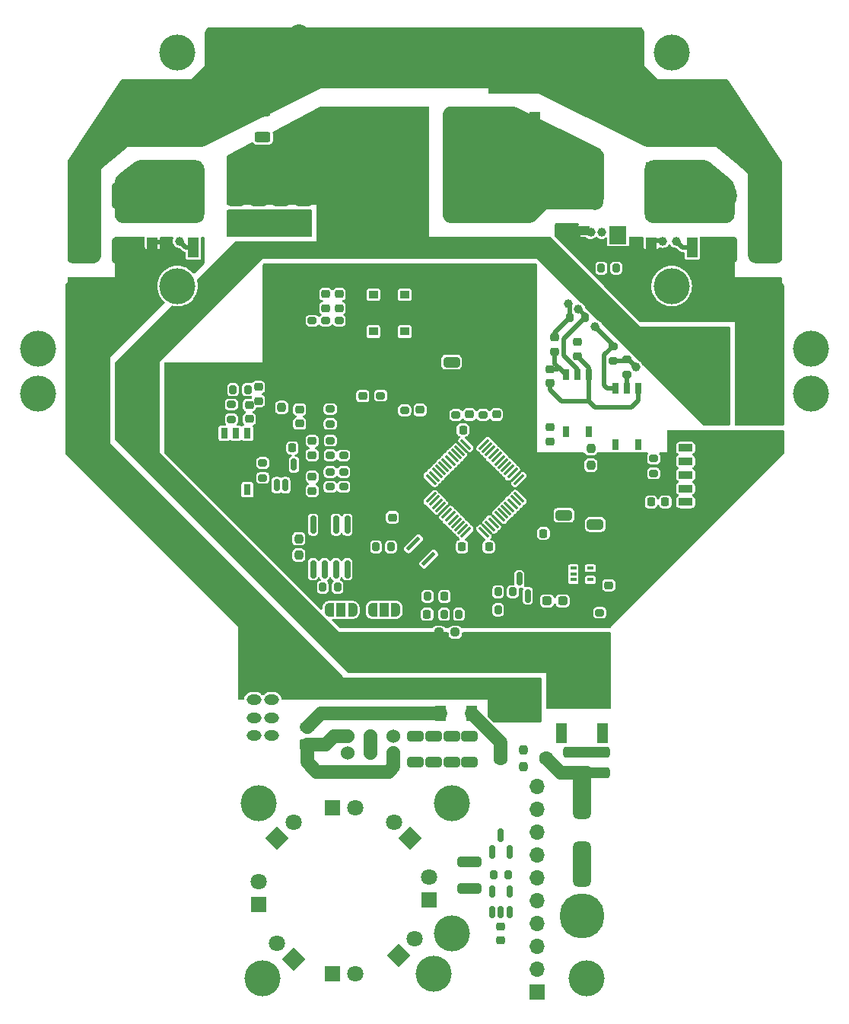
<source format=gbr>
G04 #@! TF.GenerationSoftware,KiCad,Pcbnew,(6.0.8)*
G04 #@! TF.CreationDate,2022-11-30T08:40:48+09:00*
G04 #@! TF.ProjectId,ORION_boost_v3,4f52494f-4e5f-4626-9f6f-73745f76332e,rev?*
G04 #@! TF.SameCoordinates,Original*
G04 #@! TF.FileFunction,Copper,L4,Bot*
G04 #@! TF.FilePolarity,Positive*
%FSLAX46Y46*%
G04 Gerber Fmt 4.6, Leading zero omitted, Abs format (unit mm)*
G04 Created by KiCad (PCBNEW (6.0.8)) date 2022-11-30 08:40:48*
%MOMM*%
%LPD*%
G01*
G04 APERTURE LIST*
G04 Aperture macros list*
%AMRoundRect*
0 Rectangle with rounded corners*
0 $1 Rounding radius*
0 $2 $3 $4 $5 $6 $7 $8 $9 X,Y pos of 4 corners*
0 Add a 4 corners polygon primitive as box body*
4,1,4,$2,$3,$4,$5,$6,$7,$8,$9,$2,$3,0*
0 Add four circle primitives for the rounded corners*
1,1,$1+$1,$2,$3*
1,1,$1+$1,$4,$5*
1,1,$1+$1,$6,$7*
1,1,$1+$1,$8,$9*
0 Add four rect primitives between the rounded corners*
20,1,$1+$1,$2,$3,$4,$5,0*
20,1,$1+$1,$4,$5,$6,$7,0*
20,1,$1+$1,$6,$7,$8,$9,0*
20,1,$1+$1,$8,$9,$2,$3,0*%
%AMRotRect*
0 Rectangle, with rotation*
0 The origin of the aperture is its center*
0 $1 length*
0 $2 width*
0 $3 Rotation angle, in degrees counterclockwise*
0 Add horizontal line*
21,1,$1,$2,0,0,$3*%
%AMFreePoly0*
4,1,22,0.550000,-0.750000,0.000000,-0.750000,0.000000,-0.745033,-0.079941,-0.743568,-0.215256,-0.701293,-0.333266,-0.622738,-0.424486,-0.514219,-0.481581,-0.384460,-0.499164,-0.250000,-0.500000,-0.250000,-0.500000,0.250000,-0.499164,0.250000,-0.499963,0.256109,-0.478152,0.396186,-0.417904,0.524511,-0.324060,0.630769,-0.204165,0.706417,-0.067858,0.745374,0.000000,0.744959,0.000000,0.750000,
0.550000,0.750000,0.550000,-0.750000,0.550000,-0.750000,$1*%
%AMFreePoly1*
4,1,20,0.000000,0.744959,0.073905,0.744508,0.209726,0.703889,0.328688,0.626782,0.421226,0.519385,0.479903,0.390333,0.500000,0.250000,0.500000,-0.250000,0.499851,-0.262216,0.476331,-0.402017,0.414519,-0.529596,0.319384,-0.634700,0.198574,-0.708877,0.061801,-0.746166,0.000000,-0.745033,0.000000,-0.750000,-0.550000,-0.750000,-0.550000,0.750000,0.000000,0.750000,0.000000,0.744959,
0.000000,0.744959,$1*%
G04 Aperture macros list end*
G04 #@! TA.AperFunction,SMDPad,CuDef*
%ADD10R,0.650000X0.400000*%
G04 #@! TD*
G04 #@! TA.AperFunction,ComponentPad*
%ADD11RoundRect,0.250000X-0.980000X-1.150000X0.980000X-1.150000X0.980000X1.150000X-0.980000X1.150000X0*%
G04 #@! TD*
G04 #@! TA.AperFunction,ComponentPad*
%ADD12O,2.460000X2.800000*%
G04 #@! TD*
G04 #@! TA.AperFunction,ComponentPad*
%ADD13R,3.800000X3.800000*%
G04 #@! TD*
G04 #@! TA.AperFunction,ComponentPad*
%ADD14C,3.800000*%
G04 #@! TD*
G04 #@! TA.AperFunction,ComponentPad*
%ADD15C,1.524000*%
G04 #@! TD*
G04 #@! TA.AperFunction,ComponentPad*
%ADD16RoundRect,0.250000X-0.575000X0.350000X-0.575000X-0.350000X0.575000X-0.350000X0.575000X0.350000X0*%
G04 #@! TD*
G04 #@! TA.AperFunction,ComponentPad*
%ADD17O,1.650000X1.200000*%
G04 #@! TD*
G04 #@! TA.AperFunction,ComponentPad*
%ADD18C,1.600000*%
G04 #@! TD*
G04 #@! TA.AperFunction,ComponentPad*
%ADD19R,1.700000X1.700000*%
G04 #@! TD*
G04 #@! TA.AperFunction,ComponentPad*
%ADD20O,1.700000X1.700000*%
G04 #@! TD*
G04 #@! TA.AperFunction,ComponentPad*
%ADD21C,5.000000*%
G04 #@! TD*
G04 #@! TA.AperFunction,ComponentPad*
%ADD22RoundRect,0.500000X-0.500000X2.000000X-0.500000X-2.000000X0.500000X-2.000000X0.500000X2.000000X0*%
G04 #@! TD*
G04 #@! TA.AperFunction,ComponentPad*
%ADD23R,2.000000X2.000000*%
G04 #@! TD*
G04 #@! TA.AperFunction,ComponentPad*
%ADD24C,2.000000*%
G04 #@! TD*
G04 #@! TA.AperFunction,ComponentPad*
%ADD25RoundRect,0.250000X0.980000X1.150000X-0.980000X1.150000X-0.980000X-1.150000X0.980000X-1.150000X0*%
G04 #@! TD*
G04 #@! TA.AperFunction,ComponentPad*
%ADD26RoundRect,0.225000X0.575000X-0.225000X0.575000X0.225000X-0.575000X0.225000X-0.575000X-0.225000X0*%
G04 #@! TD*
G04 #@! TA.AperFunction,ComponentPad*
%ADD27RoundRect,0.250000X0.625000X-0.350000X0.625000X0.350000X-0.625000X0.350000X-0.625000X-0.350000X0*%
G04 #@! TD*
G04 #@! TA.AperFunction,ComponentPad*
%ADD28O,1.750000X1.200000*%
G04 #@! TD*
G04 #@! TA.AperFunction,SMDPad,CuDef*
%ADD29RoundRect,0.218750X-0.256250X0.218750X-0.256250X-0.218750X0.256250X-0.218750X0.256250X0.218750X0*%
G04 #@! TD*
G04 #@! TA.AperFunction,SMDPad,CuDef*
%ADD30RoundRect,0.200000X0.200000X0.275000X-0.200000X0.275000X-0.200000X-0.275000X0.200000X-0.275000X0*%
G04 #@! TD*
G04 #@! TA.AperFunction,ComponentPad*
%ADD31RotRect,1.800000X1.800000X45.000000*%
G04 #@! TD*
G04 #@! TA.AperFunction,ComponentPad*
%ADD32C,1.800000*%
G04 #@! TD*
G04 #@! TA.AperFunction,SMDPad,CuDef*
%ADD33RoundRect,0.250000X-0.650000X0.325000X-0.650000X-0.325000X0.650000X-0.325000X0.650000X0.325000X0*%
G04 #@! TD*
G04 #@! TA.AperFunction,SMDPad,CuDef*
%ADD34RoundRect,0.200000X-0.200000X-0.275000X0.200000X-0.275000X0.200000X0.275000X-0.200000X0.275000X0*%
G04 #@! TD*
G04 #@! TA.AperFunction,SMDPad,CuDef*
%ADD35RoundRect,0.250000X0.650000X-0.325000X0.650000X0.325000X-0.650000X0.325000X-0.650000X-0.325000X0*%
G04 #@! TD*
G04 #@! TA.AperFunction,SMDPad,CuDef*
%ADD36R,1.200000X2.200000*%
G04 #@! TD*
G04 #@! TA.AperFunction,SMDPad,CuDef*
%ADD37R,5.800000X6.400000*%
G04 #@! TD*
G04 #@! TA.AperFunction,SMDPad,CuDef*
%ADD38R,1.200000X1.200000*%
G04 #@! TD*
G04 #@! TA.AperFunction,SMDPad,CuDef*
%ADD39R,1.200000X1.000000*%
G04 #@! TD*
G04 #@! TA.AperFunction,SMDPad,CuDef*
%ADD40FreePoly0,0.000000*%
G04 #@! TD*
G04 #@! TA.AperFunction,SMDPad,CuDef*
%ADD41R,1.000000X1.500000*%
G04 #@! TD*
G04 #@! TA.AperFunction,SMDPad,CuDef*
%ADD42FreePoly1,0.000000*%
G04 #@! TD*
G04 #@! TA.AperFunction,SMDPad,CuDef*
%ADD43RoundRect,0.200000X-0.275000X0.200000X-0.275000X-0.200000X0.275000X-0.200000X0.275000X0.200000X0*%
G04 #@! TD*
G04 #@! TA.AperFunction,SMDPad,CuDef*
%ADD44RoundRect,0.225000X-0.250000X0.225000X-0.250000X-0.225000X0.250000X-0.225000X0.250000X0.225000X0*%
G04 #@! TD*
G04 #@! TA.AperFunction,SMDPad,CuDef*
%ADD45RoundRect,0.200000X0.275000X-0.200000X0.275000X0.200000X-0.275000X0.200000X-0.275000X-0.200000X0*%
G04 #@! TD*
G04 #@! TA.AperFunction,SMDPad,CuDef*
%ADD46RoundRect,0.237500X-0.237500X0.250000X-0.237500X-0.250000X0.237500X-0.250000X0.237500X0.250000X0*%
G04 #@! TD*
G04 #@! TA.AperFunction,SMDPad,CuDef*
%ADD47RoundRect,0.150000X0.150000X-0.512500X0.150000X0.512500X-0.150000X0.512500X-0.150000X-0.512500X0*%
G04 #@! TD*
G04 #@! TA.AperFunction,SMDPad,CuDef*
%ADD48RoundRect,0.250000X-0.625000X0.312500X-0.625000X-0.312500X0.625000X-0.312500X0.625000X0.312500X0*%
G04 #@! TD*
G04 #@! TA.AperFunction,ComponentPad*
%ADD49R,1.800000X1.800000*%
G04 #@! TD*
G04 #@! TA.AperFunction,SMDPad,CuDef*
%ADD50RoundRect,0.218750X0.256250X-0.218750X0.256250X0.218750X-0.256250X0.218750X-0.256250X-0.218750X0*%
G04 #@! TD*
G04 #@! TA.AperFunction,SMDPad,CuDef*
%ADD51RoundRect,0.225000X-0.225000X-0.250000X0.225000X-0.250000X0.225000X0.250000X-0.225000X0.250000X0*%
G04 #@! TD*
G04 #@! TA.AperFunction,SMDPad,CuDef*
%ADD52RoundRect,0.237500X0.250000X0.237500X-0.250000X0.237500X-0.250000X-0.237500X0.250000X-0.237500X0*%
G04 #@! TD*
G04 #@! TA.AperFunction,SMDPad,CuDef*
%ADD53RoundRect,0.225000X0.250000X-0.225000X0.250000X0.225000X-0.250000X0.225000X-0.250000X-0.225000X0*%
G04 #@! TD*
G04 #@! TA.AperFunction,SMDPad,CuDef*
%ADD54RoundRect,0.075000X-0.415425X-0.521491X0.521491X0.415425X0.415425X0.521491X-0.521491X-0.415425X0*%
G04 #@! TD*
G04 #@! TA.AperFunction,SMDPad,CuDef*
%ADD55RoundRect,0.075000X0.415425X-0.521491X0.521491X-0.415425X-0.415425X0.521491X-0.521491X0.415425X0*%
G04 #@! TD*
G04 #@! TA.AperFunction,SMDPad,CuDef*
%ADD56RoundRect,0.225000X0.225000X0.250000X-0.225000X0.250000X-0.225000X-0.250000X0.225000X-0.250000X0*%
G04 #@! TD*
G04 #@! TA.AperFunction,SMDPad,CuDef*
%ADD57RotRect,0.400000X1.900000X315.000000*%
G04 #@! TD*
G04 #@! TA.AperFunction,SMDPad,CuDef*
%ADD58RoundRect,0.218750X-0.218750X-0.256250X0.218750X-0.256250X0.218750X0.256250X-0.218750X0.256250X0*%
G04 #@! TD*
G04 #@! TA.AperFunction,SMDPad,CuDef*
%ADD59R,0.800000X1.200000*%
G04 #@! TD*
G04 #@! TA.AperFunction,SMDPad,CuDef*
%ADD60RoundRect,0.250000X-1.075000X0.312500X-1.075000X-0.312500X1.075000X-0.312500X1.075000X0.312500X0*%
G04 #@! TD*
G04 #@! TA.AperFunction,SMDPad,CuDef*
%ADD61RoundRect,0.237500X0.287500X0.237500X-0.287500X0.237500X-0.287500X-0.237500X0.287500X-0.237500X0*%
G04 #@! TD*
G04 #@! TA.AperFunction,ComponentPad*
%ADD62R,1.905000X2.000000*%
G04 #@! TD*
G04 #@! TA.AperFunction,ComponentPad*
%ADD63O,1.905000X2.000000*%
G04 #@! TD*
G04 #@! TA.AperFunction,SMDPad,CuDef*
%ADD64R,1.000000X1.000000*%
G04 #@! TD*
G04 #@! TA.AperFunction,SMDPad,CuDef*
%ADD65RoundRect,0.150000X-0.150000X0.587500X-0.150000X-0.587500X0.150000X-0.587500X0.150000X0.587500X0*%
G04 #@! TD*
G04 #@! TA.AperFunction,SMDPad,CuDef*
%ADD66R,1.000000X0.900000*%
G04 #@! TD*
G04 #@! TA.AperFunction,SMDPad,CuDef*
%ADD67RoundRect,0.250000X0.325000X0.650000X-0.325000X0.650000X-0.325000X-0.650000X0.325000X-0.650000X0*%
G04 #@! TD*
G04 #@! TA.AperFunction,ComponentPad*
%ADD68C,2.200000*%
G04 #@! TD*
G04 #@! TA.AperFunction,SMDPad,CuDef*
%ADD69R,3.150000X12.500000*%
G04 #@! TD*
G04 #@! TA.AperFunction,ComponentPad*
%ADD70RotRect,1.800000X1.800000X135.000000*%
G04 #@! TD*
G04 #@! TA.AperFunction,SMDPad,CuDef*
%ADD71RoundRect,0.250000X2.350000X-0.325000X2.350000X0.325000X-2.350000X0.325000X-2.350000X-0.325000X0*%
G04 #@! TD*
G04 #@! TA.AperFunction,SMDPad,CuDef*
%ADD72RoundRect,0.237500X0.237500X-0.250000X0.237500X0.250000X-0.237500X0.250000X-0.237500X-0.250000X0*%
G04 #@! TD*
G04 #@! TA.AperFunction,SMDPad,CuDef*
%ADD73FreePoly0,180.000000*%
G04 #@! TD*
G04 #@! TA.AperFunction,SMDPad,CuDef*
%ADD74FreePoly1,180.000000*%
G04 #@! TD*
G04 #@! TA.AperFunction,SMDPad,CuDef*
%ADD75RoundRect,0.150000X-0.150000X0.825000X-0.150000X-0.825000X0.150000X-0.825000X0.150000X0.825000X0*%
G04 #@! TD*
G04 #@! TA.AperFunction,SMDPad,CuDef*
%ADD76R,1.300000X1.700000*%
G04 #@! TD*
G04 #@! TA.AperFunction,SMDPad,CuDef*
%ADD77RoundRect,0.150000X0.150000X-0.587500X0.150000X0.587500X-0.150000X0.587500X-0.150000X-0.587500X0*%
G04 #@! TD*
G04 #@! TA.AperFunction,ViaPad*
%ADD78C,4.000000*%
G04 #@! TD*
G04 #@! TA.AperFunction,ViaPad*
%ADD79C,1.000000*%
G04 #@! TD*
G04 #@! TA.AperFunction,Conductor*
%ADD80C,1.500000*%
G04 #@! TD*
G04 #@! TA.AperFunction,Conductor*
%ADD81C,0.500000*%
G04 #@! TD*
G04 #@! TA.AperFunction,Conductor*
%ADD82C,3.000000*%
G04 #@! TD*
G04 APERTURE END LIST*
D10*
X143450000Y-110350000D03*
X143450000Y-111000000D03*
X143450000Y-111650000D03*
X141550000Y-111650000D03*
X141550000Y-111000000D03*
X141550000Y-110350000D03*
D11*
X158520000Y-74950000D03*
D12*
X162480000Y-74950000D03*
D13*
X88000000Y-88000000D03*
D14*
X93000000Y-88000000D03*
D15*
X121540000Y-130951000D03*
X119000000Y-130951000D03*
X116460000Y-130951000D03*
D16*
X108000000Y-123000000D03*
D17*
X106000000Y-123000000D03*
X108000000Y-125000000D03*
X106000000Y-125000000D03*
X108000000Y-127000000D03*
X106000000Y-127000000D03*
X108000000Y-129000000D03*
X106000000Y-129000000D03*
D18*
X133500000Y-131500000D03*
X138500000Y-131500000D03*
D19*
X137500000Y-157500000D03*
D20*
X137500000Y-154960000D03*
X137500000Y-152420000D03*
X137500000Y-149880000D03*
X137500000Y-147340000D03*
X137500000Y-144800000D03*
X137500000Y-142260000D03*
X137500000Y-139720000D03*
X137500000Y-137180000D03*
X137500000Y-134640000D03*
D21*
X142500000Y-149000000D03*
D13*
X162000000Y-92500000D03*
D14*
X157000000Y-92500000D03*
D22*
X142500000Y-135750000D03*
X142500000Y-143250000D03*
D21*
X135500000Y-125000000D03*
D23*
X157132323Y-84500000D03*
D24*
X162132323Y-84500000D03*
D25*
X91480000Y-75050000D03*
D12*
X87520000Y-75050000D03*
D23*
X93000000Y-96000000D03*
D24*
X88000000Y-96000000D03*
D26*
X154050000Y-104500000D03*
X154050000Y-103000000D03*
X154050000Y-101500000D03*
X154050000Y-100000000D03*
X154050000Y-98500000D03*
X154050000Y-97000000D03*
D15*
X116460000Y-129049000D03*
X119000000Y-129049000D03*
X121540000Y-129049000D03*
D27*
X111950000Y-130000000D03*
D28*
X111950000Y-128000000D03*
D29*
X111100000Y-92712500D03*
X111100000Y-94287500D03*
D30*
X128825000Y-115500000D03*
X127175000Y-115500000D03*
D31*
X108598439Y-140401561D03*
D32*
X110394490Y-138605510D03*
D33*
X109000000Y-69525000D03*
X109000000Y-72475000D03*
D25*
X91480000Y-68950000D03*
D12*
X87520000Y-68950000D03*
D34*
X141175000Y-82500000D03*
X142825000Y-82500000D03*
D35*
X128000000Y-87450000D03*
X128000000Y-84500000D03*
D36*
X154780000Y-74700000D03*
D37*
X152500000Y-68400000D03*
D38*
X150220000Y-75200000D03*
D39*
X150220000Y-74106800D03*
D40*
X114400000Y-115000000D03*
D41*
X115700000Y-115000000D03*
D42*
X117000000Y-115000000D03*
D43*
X115500000Y-82850000D03*
X115500000Y-84500000D03*
D44*
X145500000Y-110725000D03*
X145500000Y-112275000D03*
D45*
X131500000Y-93325000D03*
X131500000Y-91675000D03*
D46*
X143500000Y-97087500D03*
X143500000Y-98912500D03*
D47*
X110450000Y-101137500D03*
X109500000Y-101137500D03*
X108550000Y-101137500D03*
X108550000Y-98862500D03*
X110450000Y-98862500D03*
D48*
X107000000Y-59537500D03*
X107000000Y-62462500D03*
D43*
X114000000Y-82850000D03*
X114000000Y-84500000D03*
X114510000Y-96175000D03*
X114510000Y-97825000D03*
D49*
X106500000Y-147775000D03*
D32*
X106500000Y-145235000D03*
D35*
X126000000Y-131975000D03*
X126000000Y-129025000D03*
D44*
X139000000Y-94725000D03*
X139000000Y-96275000D03*
D43*
X146000000Y-85675000D03*
X146000000Y-87325000D03*
D35*
X130000000Y-131975000D03*
X130000000Y-129025000D03*
D50*
X112500000Y-97787500D03*
X112500000Y-96212500D03*
D45*
X107000000Y-100325000D03*
X107000000Y-98675000D03*
D44*
X130000000Y-91725000D03*
X130000000Y-93275000D03*
X139000000Y-88225000D03*
X139000000Y-89775000D03*
D30*
X125325000Y-113500000D03*
X123675000Y-113500000D03*
D51*
X127725000Y-95000000D03*
X129275000Y-95000000D03*
D52*
X128412500Y-117500000D03*
X126587500Y-117500000D03*
D36*
X99280000Y-74700000D03*
D37*
X97000000Y-68400000D03*
D38*
X94720000Y-75200000D03*
D39*
X94720000Y-74106800D03*
D30*
X134825000Y-115000000D03*
X133175000Y-115000000D03*
D31*
X122098439Y-153401561D03*
D32*
X123894490Y-151605510D03*
D43*
X112500000Y-82850000D03*
X112500000Y-84500000D03*
X116000000Y-99675000D03*
X116000000Y-101325000D03*
D51*
X123725000Y-115500000D03*
X125275000Y-115500000D03*
D53*
X139500000Y-86275000D03*
X139500000Y-84725000D03*
D54*
X129606212Y-106387876D03*
X129252658Y-106034322D03*
X128899105Y-105680769D03*
X128545551Y-105327215D03*
X128191998Y-104973662D03*
X127838445Y-104620109D03*
X127484891Y-104266555D03*
X127131338Y-103913002D03*
X126777785Y-103559449D03*
X126424231Y-103205895D03*
X126070678Y-102852342D03*
X125717124Y-102498788D03*
D55*
X125717124Y-100501212D03*
X126070678Y-100147658D03*
X126424231Y-99794105D03*
X126777785Y-99440551D03*
X127131338Y-99086998D03*
X127484891Y-98733445D03*
X127838445Y-98379891D03*
X128191998Y-98026338D03*
X128545551Y-97672785D03*
X128899105Y-97319231D03*
X129252658Y-96965678D03*
X129606212Y-96612124D03*
D54*
X131603788Y-96612124D03*
X131957342Y-96965678D03*
X132310895Y-97319231D03*
X132664449Y-97672785D03*
X133018002Y-98026338D03*
X133371555Y-98379891D03*
X133725109Y-98733445D03*
X134078662Y-99086998D03*
X134432215Y-99440551D03*
X134785769Y-99794105D03*
X135139322Y-100147658D03*
X135492876Y-100501212D03*
D55*
X135492876Y-102498788D03*
X135139322Y-102852342D03*
X134785769Y-103205895D03*
X134432215Y-103559449D03*
X134078662Y-103913002D03*
X133725109Y-104266555D03*
X133371555Y-104620109D03*
X133018002Y-104973662D03*
X132664449Y-105327215D03*
X132310895Y-105680769D03*
X131957342Y-106034322D03*
X131603788Y-106387876D03*
D56*
X130705000Y-108000000D03*
X129155000Y-108000000D03*
D57*
X123756472Y-107651472D03*
X124605000Y-108500000D03*
X125453528Y-109348528D03*
D47*
X134450000Y-148637500D03*
X133500000Y-148637500D03*
X132550000Y-148637500D03*
X132550000Y-146362500D03*
X134450000Y-146362500D03*
D58*
X150212500Y-103000000D03*
X151787500Y-103000000D03*
D35*
X140500000Y-104475000D03*
X140500000Y-101525000D03*
D59*
X105270000Y-101650000D03*
X102730000Y-101650000D03*
X102730000Y-95350000D03*
X104000000Y-95350000D03*
X105270000Y-95350000D03*
D43*
X114500000Y-99675000D03*
X114500000Y-101325000D03*
D60*
X130000000Y-143037500D03*
X130000000Y-145962500D03*
D53*
X118125000Y-92775000D03*
X118125000Y-91225000D03*
D30*
X134325000Y-144500000D03*
X132675000Y-144500000D03*
D35*
X144000000Y-105500000D03*
X144000000Y-102550000D03*
D30*
X105325000Y-90500000D03*
X103675000Y-90500000D03*
D61*
X140375000Y-114000000D03*
X138625000Y-114000000D03*
D44*
X133000000Y-91725000D03*
X133000000Y-93275000D03*
D62*
X146540000Y-73310000D03*
D63*
X144000000Y-69500000D03*
D62*
X141460000Y-73310000D03*
D64*
X142882400Y-72802000D03*
D65*
X135550000Y-111562500D03*
X137450000Y-111562500D03*
X136500000Y-113437500D03*
D49*
X114725000Y-137000000D03*
D32*
X117265000Y-137000000D03*
D45*
X128500000Y-93325000D03*
X128500000Y-91675000D03*
D34*
X119605000Y-108000000D03*
X121255000Y-108000000D03*
D56*
X139775000Y-106500000D03*
X138225000Y-106500000D03*
X133705000Y-108000000D03*
X132155000Y-108000000D03*
D43*
X115980000Y-96185000D03*
X115980000Y-97835000D03*
D46*
X109100000Y-92500000D03*
X109100000Y-94325000D03*
D44*
X106500000Y-90225000D03*
X106500000Y-91775000D03*
X124500000Y-91225000D03*
X124500000Y-92775000D03*
D46*
X111000000Y-107087500D03*
X111000000Y-108912500D03*
D59*
X148770000Y-96650000D03*
X146230000Y-96650000D03*
X146230000Y-90350000D03*
X147500000Y-90350000D03*
X148770000Y-90350000D03*
D66*
X119300000Y-79950000D03*
X119300000Y-84050000D03*
X117700000Y-79950000D03*
X117700000Y-84050000D03*
D49*
X125500000Y-147275000D03*
D32*
X125500000Y-144735000D03*
D35*
X128000000Y-131975000D03*
X128000000Y-129025000D03*
D30*
X146325000Y-77000000D03*
X144675000Y-77000000D03*
D29*
X115500000Y-79887500D03*
X115500000Y-81462500D03*
D67*
X91975000Y-94000000D03*
X89025000Y-94000000D03*
D68*
X111000000Y-51000000D03*
X111000000Y-66000000D03*
D25*
X162480000Y-68950000D03*
D12*
X158520000Y-68950000D03*
D43*
X120125000Y-91175000D03*
X120125000Y-92825000D03*
D69*
X114825000Y-65500000D03*
X130175000Y-65500000D03*
D53*
X121430000Y-106275000D03*
X121430000Y-104725000D03*
D29*
X114000000Y-79887500D03*
X114000000Y-81462500D03*
D70*
X123401561Y-140401561D03*
D32*
X121605510Y-138605510D03*
D36*
X144780000Y-128700000D03*
D37*
X142500000Y-122400000D03*
D36*
X140220000Y-128700000D03*
D58*
X108712500Y-97000000D03*
X110287500Y-97000000D03*
D53*
X112500000Y-101775000D03*
X112500000Y-100225000D03*
D37*
X135000000Y-54400000D03*
D36*
X137280000Y-60700000D03*
X132720000Y-60700000D03*
D43*
X114500000Y-92675000D03*
X114500000Y-94325000D03*
D71*
X143000000Y-133125000D03*
X143000000Y-130875000D03*
D44*
X105500000Y-92225000D03*
X105500000Y-93775000D03*
D33*
X106500000Y-69525000D03*
X106500000Y-72475000D03*
D59*
X143270000Y-95150000D03*
X140730000Y-95150000D03*
X140730000Y-88850000D03*
X142000000Y-88850000D03*
X143270000Y-88850000D03*
D58*
X127212500Y-113500000D03*
X128787500Y-113500000D03*
D72*
X136000000Y-132412500D03*
X136000000Y-130587500D03*
D53*
X142000000Y-86775000D03*
X142000000Y-85225000D03*
D33*
X104000000Y-69525000D03*
X104000000Y-72475000D03*
D35*
X124000000Y-131975000D03*
X124000000Y-129025000D03*
D45*
X103500000Y-93825000D03*
X103500000Y-92175000D03*
D44*
X133500000Y-150225000D03*
X133500000Y-151775000D03*
D73*
X121800000Y-115000000D03*
D41*
X120500000Y-115000000D03*
D74*
X119200000Y-115000000D03*
D70*
X110401561Y-153901561D03*
D32*
X108605510Y-152105510D03*
D67*
X91975000Y-91500000D03*
X89025000Y-91500000D03*
D66*
X122800000Y-79950000D03*
X122800000Y-84050000D03*
X121200000Y-84050000D03*
X121200000Y-79950000D03*
D45*
X144500000Y-115325000D03*
X144500000Y-113675000D03*
D34*
X133175000Y-113000000D03*
X134825000Y-113000000D03*
D75*
X112595000Y-105525000D03*
X113865000Y-105525000D03*
X115135000Y-105525000D03*
X116405000Y-105525000D03*
X116405000Y-110475000D03*
X115135000Y-110475000D03*
X113865000Y-110475000D03*
X112595000Y-110475000D03*
D76*
X126750000Y-126500000D03*
X130250000Y-126500000D03*
D45*
X147500000Y-88825000D03*
X147500000Y-87175000D03*
D43*
X150500000Y-98175000D03*
X150500000Y-99825000D03*
D30*
X115325000Y-112500000D03*
X113675000Y-112500000D03*
D77*
X134450000Y-141937500D03*
X132550000Y-141937500D03*
X133500000Y-140062500D03*
D49*
X114725000Y-155500000D03*
D32*
X117265000Y-155500000D03*
D45*
X122787142Y-92825000D03*
X122787142Y-91175000D03*
D33*
X111500000Y-69525000D03*
X111500000Y-72475000D03*
D78*
X107000000Y-156000000D03*
X168000000Y-86000000D03*
X97500000Y-79000000D03*
X82000000Y-91000000D03*
X82000000Y-86000000D03*
X97500000Y-53000000D03*
X168000000Y-91000000D03*
X143000000Y-156000000D03*
X152500000Y-79000000D03*
X128000000Y-151000000D03*
X152500000Y-53000000D03*
X106500000Y-136500000D03*
X126000000Y-155500000D03*
X128000000Y-136500000D03*
D79*
X104500000Y-71000000D03*
X105500000Y-71000000D03*
X109500000Y-71000000D03*
X103500000Y-71000000D03*
X107500000Y-71000000D03*
X110500000Y-71000000D03*
X108500000Y-71000000D03*
X106500000Y-71000000D03*
X111500000Y-71000000D03*
X141000000Y-81000000D03*
X143500000Y-73000000D03*
X151500000Y-74000000D03*
X144000000Y-83500000D03*
X109500000Y-68000000D03*
X121500000Y-72500000D03*
X112000000Y-60500000D03*
X104500000Y-68000000D03*
X105500000Y-68000000D03*
X124500000Y-72500000D03*
X103500000Y-68000000D03*
X106500000Y-68000000D03*
X110500000Y-68000000D03*
X112000000Y-63500000D03*
X115500000Y-72500000D03*
X118500000Y-72500000D03*
X112000000Y-64500000D03*
X112500000Y-68000000D03*
X120000000Y-72500000D03*
X111500000Y-68000000D03*
X117000000Y-72500000D03*
X114000000Y-72500000D03*
X123000000Y-72500000D03*
X108500000Y-68000000D03*
X107500000Y-68000000D03*
X112000000Y-62500000D03*
X112000000Y-61500000D03*
X139500000Y-62500000D03*
X141500000Y-63000000D03*
X137000000Y-70000000D03*
X143000000Y-64000000D03*
X144500000Y-66000000D03*
X127500000Y-69000000D03*
X140000000Y-70000000D03*
X127500000Y-64500000D03*
X144500000Y-67500000D03*
X132500000Y-70000000D03*
X144500000Y-64500000D03*
X135500000Y-70000000D03*
X127500000Y-66000000D03*
X127500000Y-61500000D03*
X134000000Y-70000000D03*
X141500000Y-70000000D03*
X127500000Y-60000000D03*
X127500000Y-63000000D03*
X138500000Y-70000000D03*
X127500000Y-67500000D03*
X142124500Y-81536434D03*
X144699503Y-73000000D03*
X96000000Y-74000000D03*
X153000000Y-74000000D03*
X148500000Y-88000000D03*
X97699503Y-74000000D03*
D80*
X119000000Y-130951000D02*
X119000000Y-129049000D01*
D81*
X139500000Y-84175000D02*
X141175000Y-82500000D01*
X141000000Y-81000000D02*
X141175000Y-81175000D01*
X143302000Y-72802000D02*
X142882400Y-72802000D01*
X139500000Y-84725000D02*
X139500000Y-84175000D01*
X141175000Y-81175000D02*
X141175000Y-82500000D01*
X143500000Y-73000000D02*
X143302000Y-72802000D01*
X146230000Y-90350000D02*
X145350000Y-90350000D01*
X145000000Y-86675000D02*
X146000000Y-85675000D01*
X145000000Y-90000000D02*
X145000000Y-86675000D01*
X151450000Y-73950000D02*
X150220000Y-73950000D01*
X146000000Y-85500000D02*
X144000000Y-83500000D01*
X146000000Y-85675000D02*
X146000000Y-85500000D01*
X145350000Y-90350000D02*
X145000000Y-90000000D01*
X151500000Y-74000000D02*
X151450000Y-73950000D01*
X139000000Y-88225000D02*
X139775000Y-88225000D01*
X139500000Y-87620000D02*
X139940000Y-88060000D01*
X139500000Y-86275000D02*
X139500000Y-87620000D01*
X139775000Y-88225000D02*
X139940000Y-88060000D01*
X139940000Y-88060000D02*
X140730000Y-88850000D01*
X148770000Y-90350000D02*
X148770000Y-91730000D01*
X140270000Y-91770000D02*
X143270000Y-91770000D01*
X139000000Y-90500000D02*
X140270000Y-91770000D01*
X144000000Y-92500000D02*
X143270000Y-91770000D01*
X148770000Y-91730000D02*
X148000000Y-92500000D01*
X142000000Y-86775000D02*
X143270000Y-88045000D01*
X139000000Y-89775000D02*
X139000000Y-90500000D01*
X143270000Y-88045000D02*
X143270000Y-88850000D01*
X148000000Y-92500000D02*
X144000000Y-92500000D01*
X143270000Y-91770000D02*
X143270000Y-88850000D01*
D80*
X113450000Y-126500000D02*
X111950000Y-128000000D01*
X126750000Y-126500000D02*
X113450000Y-126500000D01*
D82*
X152650000Y-68950000D02*
X152600000Y-69000000D01*
D81*
X147500000Y-90350000D02*
X147500000Y-88825000D01*
X142124500Y-81536434D02*
X142825000Y-82236934D01*
X140500000Y-86720000D02*
X140500000Y-84825000D01*
X142000000Y-88850000D02*
X142000000Y-88220000D01*
X142000000Y-88220000D02*
X140500000Y-86720000D01*
X142825000Y-82236934D02*
X142825000Y-82500000D01*
X140500000Y-84825000D02*
X142825000Y-82500000D01*
D80*
X121000000Y-133000000D02*
X113000000Y-133000000D01*
X114951000Y-129049000D02*
X116460000Y-129049000D01*
X114000000Y-130000000D02*
X114951000Y-129049000D01*
X121540000Y-130951000D02*
X121540000Y-132460000D01*
X111950000Y-130000000D02*
X114000000Y-130000000D01*
X113000000Y-133000000D02*
X111950000Y-131950000D01*
X121540000Y-132460000D02*
X121000000Y-133000000D01*
X111950000Y-131950000D02*
X111950000Y-130000000D01*
D81*
X95893200Y-74106800D02*
X96000000Y-74000000D01*
X94720000Y-74106800D02*
X95893200Y-74106800D01*
D80*
X130250000Y-126500000D02*
X133500000Y-129750000D01*
X133500000Y-129750000D02*
X133500000Y-131500000D01*
X138500000Y-131500000D02*
X140125000Y-133125000D01*
X140125000Y-133125000D02*
X143000000Y-133125000D01*
D81*
X147350000Y-87325000D02*
X147500000Y-87175000D01*
X153700000Y-74700000D02*
X154780000Y-74700000D01*
X147500000Y-87175000D02*
X147675000Y-87175000D01*
X147675000Y-87175000D02*
X148500000Y-88000000D01*
X153000000Y-74000000D02*
X153700000Y-74700000D01*
X146000000Y-87325000D02*
X147350000Y-87325000D01*
X99280000Y-74700000D02*
X98399503Y-74700000D01*
X98399503Y-74700000D02*
X97699503Y-74000000D01*
G04 #@! TA.AperFunction,Conductor*
G36*
X99506163Y-65000607D02*
G01*
X99682740Y-65017999D01*
X99706957Y-65022815D01*
X99870809Y-65072518D01*
X99893629Y-65081971D01*
X100044631Y-65162683D01*
X100065158Y-65176399D01*
X100197521Y-65285026D01*
X100214974Y-65302479D01*
X100323601Y-65434842D01*
X100337319Y-65455372D01*
X100418029Y-65606371D01*
X100427482Y-65629190D01*
X100477185Y-65793043D01*
X100482002Y-65817263D01*
X100499393Y-65993837D01*
X100500000Y-66006187D01*
X100500000Y-70993813D01*
X100499393Y-71006163D01*
X100482002Y-71182737D01*
X100477185Y-71206957D01*
X100427482Y-71370809D01*
X100418029Y-71393629D01*
X100337319Y-71544628D01*
X100323601Y-71565158D01*
X100214974Y-71697521D01*
X100197521Y-71714974D01*
X100065158Y-71823601D01*
X100044631Y-71837317D01*
X99952417Y-71886607D01*
X99893629Y-71918029D01*
X99870810Y-71927482D01*
X99706957Y-71977185D01*
X99682740Y-71982001D01*
X99506163Y-71999393D01*
X99493813Y-72000000D01*
X97798373Y-72000000D01*
X97787501Y-71999530D01*
X97785919Y-71999393D01*
X97731006Y-71994637D01*
X97726571Y-71994881D01*
X97726567Y-71994881D01*
X97637011Y-71999810D01*
X97630087Y-72000000D01*
X96098870Y-72000000D01*
X96087998Y-71999530D01*
X96086416Y-71999393D01*
X96031503Y-71994637D01*
X96027068Y-71994881D01*
X96027064Y-71994881D01*
X95937508Y-71999810D01*
X95930584Y-72000000D01*
X91506187Y-72000000D01*
X91493837Y-71999393D01*
X91317260Y-71982001D01*
X91293043Y-71977185D01*
X91129190Y-71927482D01*
X91106371Y-71918029D01*
X91047583Y-71886607D01*
X90955369Y-71837317D01*
X90934842Y-71823601D01*
X90802479Y-71714974D01*
X90785026Y-71697521D01*
X90676399Y-71565158D01*
X90662681Y-71544628D01*
X90581971Y-71393629D01*
X90572518Y-71370809D01*
X90522815Y-71206957D01*
X90517998Y-71182737D01*
X90500607Y-71006163D01*
X90500000Y-70993813D01*
X90500000Y-67487684D01*
X90500790Y-67473601D01*
X90523402Y-67272565D01*
X90529659Y-67245101D01*
X90594024Y-67060816D01*
X90606225Y-67035430D01*
X90709919Y-66870048D01*
X90727455Y-66848006D01*
X90870318Y-66704756D01*
X90880818Y-66695346D01*
X91750000Y-66000000D01*
X92720547Y-65223562D01*
X92732086Y-65215350D01*
X92903932Y-65107064D01*
X92929398Y-65094768D01*
X93114333Y-65029896D01*
X93141896Y-65023590D01*
X93343732Y-65000796D01*
X93357873Y-65000000D01*
X99493813Y-65000000D01*
X99506163Y-65000607D01*
G37*
G04 #@! TD.AperFunction*
G04 #@! TA.AperFunction,Conductor*
G36*
X149178488Y-50270502D02*
G01*
X149190300Y-50279101D01*
X149197516Y-50285023D01*
X149214979Y-50302485D01*
X149323601Y-50434842D01*
X149337319Y-50455372D01*
X149418029Y-50606371D01*
X149427482Y-50629190D01*
X149477185Y-50793043D01*
X149482002Y-50817263D01*
X149499393Y-50993837D01*
X149500000Y-51006187D01*
X149500000Y-54500000D01*
X151000000Y-56000000D01*
X158458618Y-56000000D01*
X158470981Y-56000608D01*
X158647748Y-56018037D01*
X158672002Y-56022867D01*
X158681705Y-56025814D01*
X158741073Y-56064750D01*
X158749926Y-56076484D01*
X164728338Y-65044102D01*
X164749500Y-65113994D01*
X164749500Y-76110367D01*
X164729498Y-76178488D01*
X164720899Y-76190300D01*
X164714977Y-76197516D01*
X164697515Y-76214979D01*
X164565158Y-76323601D01*
X164544631Y-76337317D01*
X164452417Y-76386607D01*
X164393629Y-76418029D01*
X164370810Y-76427482D01*
X164206957Y-76477185D01*
X164182740Y-76482001D01*
X164006163Y-76499393D01*
X163993813Y-76500000D01*
X162006187Y-76500000D01*
X161993837Y-76499393D01*
X161817260Y-76482001D01*
X161793043Y-76477185D01*
X161629190Y-76427482D01*
X161606371Y-76418029D01*
X161547583Y-76386607D01*
X161455369Y-76337317D01*
X161434842Y-76323601D01*
X161302479Y-76214974D01*
X161285026Y-76197521D01*
X161176399Y-76065158D01*
X161162681Y-76044628D01*
X161081971Y-75893629D01*
X161072518Y-75870809D01*
X161022815Y-75706957D01*
X161017998Y-75682737D01*
X161000607Y-75506163D01*
X161000000Y-75493813D01*
X161000000Y-66500000D01*
X159603239Y-65302776D01*
X157780867Y-63740743D01*
X157780866Y-63740742D01*
X157500000Y-63500000D01*
X149743383Y-63500000D01*
X149728811Y-63499154D01*
X149520884Y-63474944D01*
X149492523Y-63468250D01*
X149295718Y-63396915D01*
X149282320Y-63391160D01*
X136500000Y-57000000D01*
X113500000Y-57000000D01*
X100717680Y-63391160D01*
X100704282Y-63396915D01*
X100507477Y-63468250D01*
X100479116Y-63474944D01*
X100271189Y-63499154D01*
X100256617Y-63500000D01*
X92000000Y-63500000D01*
X89000000Y-66000000D01*
X89000000Y-75493813D01*
X88999393Y-75506163D01*
X88982002Y-75682737D01*
X88977185Y-75706957D01*
X88927482Y-75870809D01*
X88918029Y-75893629D01*
X88837319Y-76044628D01*
X88823601Y-76065158D01*
X88714974Y-76197521D01*
X88697521Y-76214974D01*
X88565158Y-76323601D01*
X88544631Y-76337317D01*
X88452417Y-76386607D01*
X88393629Y-76418029D01*
X88370810Y-76427482D01*
X88206957Y-76477185D01*
X88182740Y-76482001D01*
X88006163Y-76499393D01*
X87993813Y-76500000D01*
X86006187Y-76500000D01*
X85993837Y-76499393D01*
X85817260Y-76482001D01*
X85793043Y-76477185D01*
X85629190Y-76427482D01*
X85606371Y-76418029D01*
X85547583Y-76386607D01*
X85455369Y-76337317D01*
X85434842Y-76323601D01*
X85302485Y-76214979D01*
X85285023Y-76197516D01*
X85279101Y-76190300D01*
X85251347Y-76124953D01*
X85250500Y-76110367D01*
X85250500Y-65113994D01*
X85271662Y-65044102D01*
X87752791Y-61322409D01*
X91250075Y-56076483D01*
X91304504Y-56030898D01*
X91318304Y-56025811D01*
X91328006Y-56022865D01*
X91352252Y-56018037D01*
X91529019Y-56000608D01*
X91541382Y-56000000D01*
X99000000Y-56000000D01*
X100500000Y-54500000D01*
X100500000Y-51006187D01*
X100500607Y-50993837D01*
X100517998Y-50817263D01*
X100522815Y-50793043D01*
X100572518Y-50629190D01*
X100581971Y-50606371D01*
X100662681Y-50455372D01*
X100676399Y-50434842D01*
X100785021Y-50302485D01*
X100802484Y-50285023D01*
X100809700Y-50279101D01*
X100875047Y-50251347D01*
X100889633Y-50250500D01*
X149110367Y-50250500D01*
X149178488Y-50270502D01*
G37*
G04 #@! TD.AperFunction*
G04 #@! TA.AperFunction,Conductor*
G36*
X156145206Y-65000844D02*
G01*
X156352909Y-65025002D01*
X156381245Y-65031684D01*
X156570946Y-65100365D01*
X156596986Y-65113368D01*
X156772028Y-65227788D01*
X156783745Y-65236455D01*
X159134875Y-67195730D01*
X159144971Y-67205125D01*
X159282193Y-67347619D01*
X159299014Y-67369426D01*
X159398381Y-67532398D01*
X159410056Y-67557324D01*
X159471645Y-67738002D01*
X159477626Y-67764877D01*
X159499245Y-67961508D01*
X159500000Y-67975278D01*
X159500000Y-70993813D01*
X159499393Y-71006163D01*
X159482002Y-71182737D01*
X159477185Y-71206957D01*
X159427482Y-71370809D01*
X159418029Y-71393629D01*
X159337319Y-71544628D01*
X159323601Y-71565158D01*
X159214974Y-71697521D01*
X159197521Y-71714974D01*
X159065158Y-71823601D01*
X159044631Y-71837317D01*
X158952417Y-71886607D01*
X158893629Y-71918029D01*
X158870810Y-71927482D01*
X158706957Y-71977185D01*
X158682740Y-71982001D01*
X158506163Y-71999393D01*
X158493813Y-72000000D01*
X153098870Y-72000000D01*
X153087998Y-71999530D01*
X153086416Y-71999393D01*
X153031503Y-71994637D01*
X153027068Y-71994881D01*
X153027064Y-71994881D01*
X152937508Y-71999810D01*
X152930584Y-72000000D01*
X151598870Y-72000000D01*
X151587998Y-71999530D01*
X151586416Y-71999393D01*
X151531503Y-71994637D01*
X151527068Y-71994881D01*
X151527064Y-71994881D01*
X151437508Y-71999810D01*
X151430584Y-72000000D01*
X150506187Y-72000000D01*
X150493837Y-71999393D01*
X150317260Y-71982001D01*
X150293043Y-71977185D01*
X150129190Y-71927482D01*
X150106371Y-71918029D01*
X150047583Y-71886607D01*
X149955369Y-71837317D01*
X149934842Y-71823601D01*
X149802479Y-71714974D01*
X149785026Y-71697521D01*
X149676399Y-71565158D01*
X149662681Y-71544628D01*
X149581971Y-71393629D01*
X149572518Y-71370809D01*
X149522815Y-71206957D01*
X149517998Y-71182737D01*
X149500607Y-71006163D01*
X149500000Y-70993813D01*
X149500000Y-66006187D01*
X149500607Y-65993837D01*
X149517998Y-65817263D01*
X149522815Y-65793043D01*
X149572518Y-65629190D01*
X149581971Y-65606371D01*
X149662681Y-65455372D01*
X149676399Y-65434842D01*
X149785026Y-65302479D01*
X149802479Y-65285026D01*
X149934842Y-65176399D01*
X149955369Y-65162683D01*
X150106371Y-65081971D01*
X150129191Y-65072518D01*
X150293043Y-65022815D01*
X150317260Y-65017999D01*
X150493837Y-65000607D01*
X150506187Y-65000000D01*
X156130649Y-65000000D01*
X156145206Y-65000844D01*
G37*
G04 #@! TD.AperFunction*
G04 #@! TA.AperFunction,Conductor*
G36*
X134771189Y-59000846D02*
G01*
X134979116Y-59025056D01*
X135007477Y-59031750D01*
X135204282Y-59103085D01*
X135217680Y-59108840D01*
X144442023Y-63721012D01*
X144452140Y-63726668D01*
X144593831Y-63814695D01*
X144612335Y-63828709D01*
X144731145Y-63937288D01*
X144746767Y-63954463D01*
X144843633Y-64082991D01*
X144855839Y-64102740D01*
X144927482Y-64246866D01*
X144935857Y-64268521D01*
X144979838Y-64423341D01*
X144984098Y-64446164D01*
X144999464Y-64612241D01*
X145000000Y-64623849D01*
X145000000Y-69079599D01*
X144999393Y-69091949D01*
X144982002Y-69268524D01*
X144977185Y-69292744D01*
X144927482Y-69456596D01*
X144918029Y-69479416D01*
X144837320Y-69630412D01*
X144823597Y-69650950D01*
X144711029Y-69788114D01*
X144702725Y-69797275D01*
X144297275Y-70202725D01*
X144288114Y-70211029D01*
X144150950Y-70323597D01*
X144130412Y-70337320D01*
X143979416Y-70418029D01*
X143956597Y-70427482D01*
X143792744Y-70477185D01*
X143768527Y-70482001D01*
X143591949Y-70499393D01*
X143579599Y-70500000D01*
X138500000Y-70500000D01*
X137297275Y-71702725D01*
X137288114Y-71711029D01*
X137150950Y-71823597D01*
X137130412Y-71837320D01*
X136979416Y-71918029D01*
X136956597Y-71927482D01*
X136792744Y-71977185D01*
X136768527Y-71982001D01*
X136591949Y-71999393D01*
X136579599Y-72000000D01*
X128006187Y-72000000D01*
X127993837Y-71999393D01*
X127817260Y-71982001D01*
X127793043Y-71977185D01*
X127629190Y-71927482D01*
X127606371Y-71918029D01*
X127547583Y-71886607D01*
X127455369Y-71837317D01*
X127434842Y-71823601D01*
X127302479Y-71714974D01*
X127285026Y-71697521D01*
X127176399Y-71565158D01*
X127162681Y-71544628D01*
X127081971Y-71393629D01*
X127072518Y-71370809D01*
X127022815Y-71206957D01*
X127017998Y-71182737D01*
X127000607Y-71006163D01*
X127000000Y-70993813D01*
X127000000Y-60006187D01*
X127000607Y-59993837D01*
X127017998Y-59817263D01*
X127022815Y-59793043D01*
X127072518Y-59629190D01*
X127081971Y-59606371D01*
X127162681Y-59455372D01*
X127176399Y-59434842D01*
X127285026Y-59302479D01*
X127302479Y-59285026D01*
X127434842Y-59176399D01*
X127455369Y-59162683D01*
X127606371Y-59081971D01*
X127629191Y-59072518D01*
X127793043Y-59022815D01*
X127817260Y-59017999D01*
X127993837Y-59000607D01*
X128006187Y-59000000D01*
X134756617Y-59000000D01*
X134771189Y-59000846D01*
G37*
G04 #@! TD.AperFunction*
G04 #@! TA.AperFunction,Conductor*
G36*
X93811621Y-73520002D02*
G01*
X93858114Y-73573658D01*
X93869500Y-73626000D01*
X93869500Y-74631474D01*
X93884034Y-74704540D01*
X93939399Y-74787401D01*
X94022260Y-74842766D01*
X94095326Y-74857300D01*
X95344674Y-74857300D01*
X95417740Y-74842766D01*
X95500601Y-74787401D01*
X95555966Y-74704540D01*
X95570500Y-74631474D01*
X95570500Y-73626000D01*
X95590502Y-73557879D01*
X95644158Y-73511386D01*
X95696500Y-73500000D01*
X96902832Y-73500000D01*
X96970953Y-73520002D01*
X97017446Y-73573658D01*
X97027550Y-73643932D01*
X97021234Y-73669092D01*
X96965430Y-73822409D01*
X96944328Y-73989455D01*
X96960758Y-74157025D01*
X97013905Y-74316791D01*
X97101127Y-74460812D01*
X97218089Y-74581929D01*
X97223986Y-74585788D01*
X97353080Y-74670266D01*
X97353084Y-74670268D01*
X97358978Y-74674125D01*
X97516792Y-74732815D01*
X97523773Y-74733746D01*
X97523775Y-74733747D01*
X97676707Y-74754152D01*
X97676709Y-74754152D01*
X97683686Y-74755083D01*
X97690693Y-74754445D01*
X97696685Y-74754571D01*
X97764372Y-74775998D01*
X97783137Y-74791448D01*
X97995969Y-75004280D01*
X98003435Y-75013624D01*
X98003825Y-75013292D01*
X98009643Y-75020128D01*
X98014433Y-75027720D01*
X98021161Y-75033662D01*
X98021162Y-75033663D01*
X98054103Y-75062755D01*
X98059791Y-75068102D01*
X98071009Y-75079320D01*
X98074597Y-75082009D01*
X98074598Y-75082010D01*
X98079187Y-75085450D01*
X98087026Y-75091832D01*
X98121891Y-75122623D01*
X98130014Y-75126437D01*
X98133167Y-75128508D01*
X98146179Y-75136327D01*
X98149497Y-75138143D01*
X98156679Y-75143526D01*
X98200244Y-75159858D01*
X98209553Y-75163780D01*
X98251666Y-75183553D01*
X98260539Y-75184935D01*
X98264161Y-75186042D01*
X98278831Y-75189891D01*
X98282519Y-75190702D01*
X98290922Y-75193852D01*
X98299873Y-75194517D01*
X98299877Y-75194518D01*
X98312840Y-75195482D01*
X98379290Y-75220478D01*
X98421678Y-75277432D01*
X98429500Y-75321135D01*
X98429500Y-75824674D01*
X98444034Y-75897740D01*
X98499399Y-75980601D01*
X98582260Y-76035966D01*
X98655326Y-76050500D01*
X99904674Y-76050500D01*
X99977740Y-76035966D01*
X100060601Y-75980601D01*
X100115966Y-75897740D01*
X100130500Y-75824674D01*
X100130500Y-73626000D01*
X100150502Y-73557879D01*
X100204158Y-73511386D01*
X100256500Y-73500000D01*
X100374000Y-73500000D01*
X100442121Y-73520002D01*
X100488614Y-73573658D01*
X100500000Y-73626000D01*
X100500000Y-76447810D01*
X100479998Y-76515931D01*
X100463095Y-76536905D01*
X99423499Y-77576501D01*
X99361187Y-77610527D01*
X99290372Y-77605462D01*
X99239672Y-77570484D01*
X99097467Y-77408331D01*
X99094758Y-77405242D01*
X99091669Y-77402533D01*
X98876057Y-77213445D01*
X98876051Y-77213441D01*
X98872957Y-77210727D01*
X98869527Y-77208435D01*
X98869526Y-77208434D01*
X98631098Y-77049122D01*
X98627665Y-77046828D01*
X98623966Y-77045004D01*
X98623961Y-77045001D01*
X98366772Y-76918170D01*
X98366770Y-76918169D01*
X98363077Y-76916348D01*
X98359177Y-76915024D01*
X98087632Y-76822846D01*
X98087628Y-76822845D01*
X98083722Y-76821519D01*
X98079678Y-76820715D01*
X98079672Y-76820713D01*
X97798423Y-76764770D01*
X97798420Y-76764770D01*
X97794380Y-76763966D01*
X97790269Y-76763697D01*
X97790265Y-76763696D01*
X97504119Y-76744941D01*
X97500000Y-76744671D01*
X97495881Y-76744941D01*
X97209735Y-76763696D01*
X97209731Y-76763697D01*
X97205620Y-76763966D01*
X97201580Y-76764770D01*
X97201577Y-76764770D01*
X96920328Y-76820713D01*
X96920322Y-76820715D01*
X96916278Y-76821519D01*
X96912372Y-76822845D01*
X96912368Y-76822846D01*
X96640823Y-76915024D01*
X96636923Y-76916348D01*
X96633230Y-76918169D01*
X96633228Y-76918170D01*
X96376040Y-77045001D01*
X96376035Y-77045004D01*
X96372336Y-77046828D01*
X96127043Y-77210727D01*
X96123949Y-77213441D01*
X96123943Y-77213445D01*
X95908331Y-77402533D01*
X95905242Y-77405242D01*
X95902533Y-77408331D01*
X95713445Y-77623943D01*
X95713441Y-77623949D01*
X95710727Y-77627043D01*
X95546828Y-77872336D01*
X95545004Y-77876035D01*
X95545001Y-77876040D01*
X95418170Y-78133228D01*
X95416348Y-78136923D01*
X95321519Y-78416278D01*
X95320715Y-78420322D01*
X95320713Y-78420328D01*
X95267571Y-78687495D01*
X95263966Y-78705620D01*
X95244671Y-79000000D01*
X95263966Y-79294380D01*
X95264770Y-79298420D01*
X95264770Y-79298423D01*
X95318183Y-79566949D01*
X95321519Y-79583722D01*
X95322845Y-79587628D01*
X95322846Y-79587632D01*
X95415024Y-79859177D01*
X95416348Y-79863077D01*
X95546828Y-80127664D01*
X95710727Y-80372957D01*
X95713441Y-80376051D01*
X95713445Y-80376057D01*
X95770813Y-80441472D01*
X95905242Y-80594758D01*
X95908331Y-80597467D01*
X96070484Y-80739672D01*
X96108511Y-80799626D01*
X96108089Y-80870621D01*
X96076501Y-80923499D01*
X90000000Y-87000000D01*
X90000000Y-96500000D01*
X116000000Y-122500000D01*
X137874000Y-122500000D01*
X137942121Y-122520002D01*
X137988614Y-122573658D01*
X138000000Y-122626000D01*
X138000000Y-127374000D01*
X137979998Y-127442121D01*
X137926342Y-127488614D01*
X137874000Y-127500000D01*
X132717112Y-127500000D01*
X132648991Y-127479998D01*
X132628017Y-127463096D01*
X132036905Y-126871985D01*
X132002880Y-126809672D01*
X132000000Y-126782889D01*
X132000000Y-125000000D01*
X109196248Y-125000000D01*
X109128127Y-124979998D01*
X109081634Y-124926342D01*
X109070421Y-124880597D01*
X109069867Y-124870032D01*
X109069510Y-124863219D01*
X109043816Y-124769935D01*
X109022251Y-124691646D01*
X109020438Y-124685064D01*
X108934254Y-124521602D01*
X108814980Y-124380460D01*
X108809555Y-124376312D01*
X108673601Y-124272367D01*
X108673597Y-124272364D01*
X108668180Y-124268223D01*
X108662000Y-124265341D01*
X108661998Y-124265340D01*
X108506880Y-124193007D01*
X108506877Y-124193006D01*
X108500703Y-124190127D01*
X108494058Y-124188642D01*
X108494053Y-124188640D01*
X108354129Y-124157365D01*
X108320363Y-124149817D01*
X108314693Y-124149500D01*
X107728836Y-124149500D01*
X107591291Y-124164442D01*
X107416152Y-124223383D01*
X107257756Y-124318557D01*
X107252796Y-124323248D01*
X107252794Y-124323249D01*
X107192296Y-124380460D01*
X107123493Y-124445524D01*
X107119659Y-124451165D01*
X107119656Y-124451169D01*
X107103789Y-124474516D01*
X107048955Y-124519614D01*
X106978445Y-124527907D01*
X106914644Y-124496763D01*
X106903340Y-124485020D01*
X106819386Y-124385674D01*
X106814980Y-124380460D01*
X106809555Y-124376312D01*
X106673601Y-124272367D01*
X106673597Y-124272364D01*
X106668180Y-124268223D01*
X106662000Y-124265341D01*
X106661998Y-124265340D01*
X106506880Y-124193007D01*
X106506877Y-124193006D01*
X106500703Y-124190127D01*
X106494058Y-124188642D01*
X106494053Y-124188640D01*
X106354129Y-124157365D01*
X106320363Y-124149817D01*
X106314693Y-124149500D01*
X105728836Y-124149500D01*
X105591291Y-124164442D01*
X105416152Y-124223383D01*
X105257756Y-124318557D01*
X105252796Y-124323248D01*
X105252794Y-124323249D01*
X105192296Y-124380460D01*
X105123493Y-124445524D01*
X105019625Y-124598360D01*
X105017092Y-124604694D01*
X105017090Y-124604697D01*
X104953534Y-124763598D01*
X104953533Y-124763603D01*
X104951000Y-124769935D01*
X104949886Y-124776662D01*
X104949885Y-124776667D01*
X104930365Y-124894579D01*
X104899506Y-124958518D01*
X104838977Y-124995624D01*
X104806057Y-125000000D01*
X104376500Y-125000000D01*
X104308379Y-124979998D01*
X104261886Y-124926342D01*
X104250500Y-124874000D01*
X104250500Y-117037085D01*
X104252921Y-117012504D01*
X104252987Y-117012172D01*
X104252987Y-117012171D01*
X104255408Y-117000000D01*
X104235966Y-116902259D01*
X104216057Y-116872464D01*
X104180601Y-116819399D01*
X104170286Y-116812507D01*
X104170284Y-116812505D01*
X104169995Y-116812312D01*
X104150902Y-116796642D01*
X85036905Y-97682645D01*
X85002879Y-97620333D01*
X85000000Y-97593550D01*
X85000000Y-78906450D01*
X85020002Y-78838329D01*
X85036905Y-78817355D01*
X85150902Y-78703358D01*
X85169995Y-78687688D01*
X85170284Y-78687495D01*
X85170286Y-78687493D01*
X85180601Y-78680601D01*
X85216057Y-78627536D01*
X85235966Y-78597741D01*
X85255408Y-78500000D01*
X85252921Y-78487496D01*
X85250500Y-78462915D01*
X85250500Y-78126000D01*
X85270502Y-78057879D01*
X85324158Y-78011386D01*
X85376500Y-78000000D01*
X90500000Y-78000000D01*
X90500000Y-73626000D01*
X90520002Y-73557879D01*
X90573658Y-73511386D01*
X90626000Y-73500000D01*
X93743500Y-73500000D01*
X93811621Y-73520002D01*
G37*
G04 #@! TD.AperFunction*
G04 #@! TA.AperFunction,Conductor*
G36*
X125442121Y-59020002D02*
G01*
X125488614Y-59073658D01*
X125500000Y-59126000D01*
X125500000Y-73500000D01*
X138947810Y-73500000D01*
X139015931Y-73520002D01*
X139036905Y-73536905D01*
X149000000Y-83500000D01*
X158874000Y-83500000D01*
X158942121Y-83520002D01*
X158988614Y-83573658D01*
X159000000Y-83626000D01*
X159000000Y-94374000D01*
X158979998Y-94442121D01*
X158926342Y-94488614D01*
X158874000Y-94500000D01*
X156052190Y-94500000D01*
X155984069Y-94479998D01*
X155963095Y-94463095D01*
X149201511Y-87701511D01*
X149181585Y-87673370D01*
X149181108Y-87673668D01*
X149095617Y-87536853D01*
X149091884Y-87530879D01*
X149086920Y-87525880D01*
X148978205Y-87416403D01*
X148978201Y-87416400D01*
X148973242Y-87411406D01*
X148967294Y-87407631D01*
X148837033Y-87324965D01*
X148837030Y-87324963D01*
X148831079Y-87321187D01*
X148829480Y-87320618D01*
X148798564Y-87298564D01*
X144701511Y-83201511D01*
X144681585Y-83173370D01*
X144681108Y-83173668D01*
X144595617Y-83036853D01*
X144591884Y-83030879D01*
X144549486Y-82988184D01*
X144478205Y-82916403D01*
X144478201Y-82916400D01*
X144473242Y-82911406D01*
X144462921Y-82904856D01*
X144337033Y-82824965D01*
X144337030Y-82824963D01*
X144331079Y-82821187D01*
X144329480Y-82820618D01*
X144298564Y-82798564D01*
X142877044Y-81377044D01*
X142847148Y-81329387D01*
X142821264Y-81255059D01*
X142805608Y-81210102D01*
X142716384Y-81067313D01*
X142711420Y-81062314D01*
X142602705Y-80952837D01*
X142602701Y-80952834D01*
X142597742Y-80947840D01*
X142455579Y-80857621D01*
X142372161Y-80827917D01*
X142330199Y-80812975D01*
X142283371Y-80783371D01*
X137500000Y-76000000D01*
X107000000Y-76000000D01*
X95500000Y-87500000D01*
X95500000Y-97500000D01*
X115500000Y-117500000D01*
X127548501Y-117500000D01*
X127616622Y-117520002D01*
X127663115Y-117573658D01*
X127674501Y-117625999D01*
X127674501Y-117783690D01*
X127680983Y-117843368D01*
X127730051Y-117974259D01*
X127735431Y-117981438D01*
X127735433Y-117981441D01*
X127808505Y-118078939D01*
X127813884Y-118086116D01*
X127821061Y-118091495D01*
X127918559Y-118164567D01*
X127918562Y-118164569D01*
X127925741Y-118169949D01*
X127934145Y-118173099D01*
X127934146Y-118173100D01*
X128049237Y-118216245D01*
X128049239Y-118216245D01*
X128056632Y-118219017D01*
X128064480Y-118219870D01*
X128064482Y-118219870D01*
X128112903Y-118225130D01*
X128116309Y-118225500D01*
X128412456Y-118225500D01*
X128708690Y-118225499D01*
X128712085Y-118225130D01*
X128712090Y-118225130D01*
X128760510Y-118219871D01*
X128760514Y-118219870D01*
X128768368Y-118219017D01*
X128899259Y-118169949D01*
X128906438Y-118164569D01*
X128906441Y-118164567D01*
X129003939Y-118091495D01*
X129011116Y-118086116D01*
X129016495Y-118078939D01*
X129089567Y-117981441D01*
X129089569Y-117981438D01*
X129094949Y-117974259D01*
X129144017Y-117843368D01*
X129150500Y-117783691D01*
X129150500Y-117625999D01*
X129170501Y-117557880D01*
X129224156Y-117511387D01*
X129276499Y-117500000D01*
X145623500Y-117500000D01*
X145691621Y-117520002D01*
X145738114Y-117573658D01*
X145749500Y-117626000D01*
X145749500Y-125874000D01*
X145729498Y-125942121D01*
X145675842Y-125988614D01*
X145623500Y-126000000D01*
X138626000Y-126000000D01*
X138557879Y-125979998D01*
X138511386Y-125926342D01*
X138500000Y-125874000D01*
X138500000Y-122000000D01*
X116552190Y-122000000D01*
X116484069Y-121979998D01*
X116463095Y-121963095D01*
X90536905Y-96036905D01*
X90502879Y-95974593D01*
X90500000Y-95947810D01*
X90500000Y-87552190D01*
X90520002Y-87484069D01*
X90536905Y-87463095D01*
X96790325Y-81209675D01*
X96852637Y-81175649D01*
X96912035Y-81177064D01*
X96912361Y-81177151D01*
X96916278Y-81178481D01*
X97045211Y-81204127D01*
X97201577Y-81235230D01*
X97201580Y-81235230D01*
X97205620Y-81236034D01*
X97209731Y-81236303D01*
X97209735Y-81236304D01*
X97495881Y-81255059D01*
X97500000Y-81255329D01*
X97504119Y-81255059D01*
X97790265Y-81236304D01*
X97790269Y-81236303D01*
X97794380Y-81236034D01*
X97798420Y-81235230D01*
X97798423Y-81235230D01*
X98079672Y-81179287D01*
X98079678Y-81179285D01*
X98083722Y-81178481D01*
X98087628Y-81177155D01*
X98087632Y-81177154D01*
X98359177Y-81084976D01*
X98359179Y-81084975D01*
X98363077Y-81083652D01*
X98366772Y-81081830D01*
X98623961Y-80954999D01*
X98623966Y-80954996D01*
X98627665Y-80953172D01*
X98722225Y-80889989D01*
X98869526Y-80791566D01*
X98869531Y-80791562D01*
X98872957Y-80789273D01*
X98876051Y-80786559D01*
X98876057Y-80786555D01*
X99091669Y-80597467D01*
X99094758Y-80594758D01*
X99229187Y-80441472D01*
X99286555Y-80376057D01*
X99286559Y-80376051D01*
X99289273Y-80372957D01*
X99453172Y-80127664D01*
X99583652Y-79863077D01*
X99584976Y-79859177D01*
X99677154Y-79587632D01*
X99677155Y-79587628D01*
X99678481Y-79583722D01*
X99681818Y-79566949D01*
X99735230Y-79298423D01*
X99735230Y-79298420D01*
X99736034Y-79294380D01*
X99755329Y-79000000D01*
X99736034Y-78705620D01*
X99678481Y-78416278D01*
X99677151Y-78412361D01*
X99677064Y-78412035D01*
X99678752Y-78341058D01*
X99709675Y-78290325D01*
X103963095Y-74036905D01*
X104025407Y-74002879D01*
X104052190Y-74000000D01*
X113000000Y-74000000D01*
X113000000Y-70000000D01*
X103126000Y-70000000D01*
X103057879Y-69979998D01*
X103011386Y-69926342D01*
X103000000Y-69874000D01*
X103000000Y-64576240D01*
X103020002Y-64508119D01*
X103067535Y-64464625D01*
X105807773Y-63029262D01*
X105877398Y-63015372D01*
X105943479Y-63041329D01*
X105967063Y-63065310D01*
X106017454Y-63132546D01*
X106024635Y-63137928D01*
X106124994Y-63213144D01*
X106124997Y-63213146D01*
X106132176Y-63218526D01*
X106221561Y-63252034D01*
X106259025Y-63266079D01*
X106259027Y-63266079D01*
X106266420Y-63268851D01*
X106274270Y-63269704D01*
X106274271Y-63269704D01*
X106324217Y-63275130D01*
X106327623Y-63275500D01*
X106999901Y-63275500D01*
X107672376Y-63275499D01*
X107675770Y-63275130D01*
X107675776Y-63275130D01*
X107725722Y-63269705D01*
X107725726Y-63269704D01*
X107733580Y-63268851D01*
X107867824Y-63218526D01*
X107875003Y-63213146D01*
X107875006Y-63213144D01*
X107975365Y-63137928D01*
X107982546Y-63132546D01*
X107987928Y-63125365D01*
X108063144Y-63025006D01*
X108063146Y-63025003D01*
X108068526Y-63017824D01*
X108118851Y-62883580D01*
X108125500Y-62822377D01*
X108125499Y-62102624D01*
X108123251Y-62081929D01*
X108119705Y-62049278D01*
X108119704Y-62049274D01*
X108118851Y-62041420D01*
X108116077Y-62034020D01*
X108116076Y-62034016D01*
X108088126Y-61959458D01*
X108082943Y-61888651D01*
X108116865Y-61826283D01*
X108147640Y-61803617D01*
X113359380Y-59073658D01*
X113472538Y-59014385D01*
X113531003Y-59000000D01*
X125374000Y-59000000D01*
X125442121Y-59020002D01*
G37*
G04 #@! TD.AperFunction*
G04 #@! TA.AperFunction,Conductor*
G36*
X112442121Y-70520002D02*
G01*
X112488614Y-70573658D01*
X112500000Y-70626000D01*
X112500000Y-73374000D01*
X112479998Y-73442121D01*
X112426342Y-73488614D01*
X112374000Y-73500000D01*
X103126000Y-73500000D01*
X103057879Y-73479998D01*
X103011386Y-73426342D01*
X103000000Y-73374000D01*
X103000000Y-70626000D01*
X103020002Y-70557879D01*
X103073658Y-70511386D01*
X103126000Y-70500000D01*
X112374000Y-70500000D01*
X112442121Y-70520002D01*
G37*
G04 #@! TD.AperFunction*
G04 #@! TA.AperFunction,Conductor*
G36*
X142115307Y-72020002D02*
G01*
X142161800Y-72073658D01*
X142171904Y-72143932D01*
X142157264Y-72182140D01*
X142158077Y-72182477D01*
X142153328Y-72193942D01*
X142146434Y-72204260D01*
X142131900Y-72277326D01*
X142131900Y-73326674D01*
X142146434Y-73399740D01*
X142201799Y-73482601D01*
X142212114Y-73489493D01*
X142257775Y-73520002D01*
X142284660Y-73537966D01*
X142357726Y-73552500D01*
X142938882Y-73552500D01*
X143007003Y-73572502D01*
X143015433Y-73578664D01*
X143018586Y-73581929D01*
X143030350Y-73589627D01*
X143153577Y-73670266D01*
X143153581Y-73670268D01*
X143159475Y-73674125D01*
X143317289Y-73732815D01*
X143324270Y-73733746D01*
X143324272Y-73733747D01*
X143369812Y-73739823D01*
X143484183Y-73755083D01*
X143491194Y-73754445D01*
X143491198Y-73754445D01*
X143644843Y-73740462D01*
X143651864Y-73739823D01*
X143658566Y-73737645D01*
X143658568Y-73737645D01*
X143805298Y-73689970D01*
X143805301Y-73689969D01*
X143811997Y-73687793D01*
X143956623Y-73601578D01*
X143961718Y-73596726D01*
X143961726Y-73596720D01*
X144012106Y-73548744D01*
X144075231Y-73516252D01*
X144145902Y-73523046D01*
X144189634Y-73552463D01*
X144218089Y-73581929D01*
X144223985Y-73585787D01*
X144223986Y-73585788D01*
X144353080Y-73670266D01*
X144353084Y-73670268D01*
X144358978Y-73674125D01*
X144516792Y-73732815D01*
X144523773Y-73733746D01*
X144523775Y-73733747D01*
X144569315Y-73739823D01*
X144683686Y-73755083D01*
X144690697Y-73754445D01*
X144690701Y-73754445D01*
X144844346Y-73740462D01*
X144851367Y-73739823D01*
X144858069Y-73737645D01*
X144858071Y-73737645D01*
X145004801Y-73689970D01*
X145004804Y-73689969D01*
X145011500Y-73687793D01*
X145146482Y-73607327D01*
X145215237Y-73589627D01*
X145282647Y-73611909D01*
X145327309Y-73667098D01*
X145337000Y-73715556D01*
X145337000Y-74334674D01*
X145351534Y-74407740D01*
X145406899Y-74490601D01*
X145489760Y-74545966D01*
X145562826Y-74560500D01*
X147517174Y-74560500D01*
X147590240Y-74545966D01*
X147673101Y-74490601D01*
X147728466Y-74407740D01*
X147743000Y-74334674D01*
X147743000Y-73626000D01*
X147763002Y-73557879D01*
X147816658Y-73511386D01*
X147869000Y-73500000D01*
X149243500Y-73500000D01*
X149311621Y-73520002D01*
X149358114Y-73573658D01*
X149369500Y-73626000D01*
X149369500Y-74631474D01*
X149384034Y-74704540D01*
X149439399Y-74787401D01*
X149522260Y-74842766D01*
X149595326Y-74857300D01*
X150844674Y-74857300D01*
X150917740Y-74842766D01*
X151000601Y-74787401D01*
X151037512Y-74732160D01*
X151091988Y-74686632D01*
X151162431Y-74677783D01*
X151186197Y-74684063D01*
X151196227Y-74687793D01*
X151317289Y-74732815D01*
X151324270Y-74733746D01*
X151324272Y-74733747D01*
X151369812Y-74739823D01*
X151484183Y-74755083D01*
X151491194Y-74754445D01*
X151491198Y-74754445D01*
X151644843Y-74740462D01*
X151651864Y-74739823D01*
X151658566Y-74737645D01*
X151658568Y-74737645D01*
X151805298Y-74689970D01*
X151805301Y-74689969D01*
X151811997Y-74687793D01*
X151956623Y-74601578D01*
X151961717Y-74596727D01*
X151961721Y-74596724D01*
X152073454Y-74490322D01*
X152073455Y-74490320D01*
X152078554Y-74485465D01*
X152094934Y-74460812D01*
X152138281Y-74395569D01*
X152145503Y-74384699D01*
X152199861Y-74339029D01*
X152270280Y-74329997D01*
X152334404Y-74360471D01*
X152358227Y-74389155D01*
X152401624Y-74460812D01*
X152406513Y-74465875D01*
X152406514Y-74465876D01*
X152441043Y-74501631D01*
X152518586Y-74581929D01*
X152524483Y-74585788D01*
X152653577Y-74670266D01*
X152653581Y-74670268D01*
X152659475Y-74674125D01*
X152817289Y-74732815D01*
X152824270Y-74733746D01*
X152824272Y-74733747D01*
X152977204Y-74754152D01*
X152977206Y-74754152D01*
X152984183Y-74755083D01*
X152991190Y-74754445D01*
X152997182Y-74754571D01*
X153064869Y-74775998D01*
X153083634Y-74791448D01*
X153296466Y-75004280D01*
X153303932Y-75013624D01*
X153304322Y-75013292D01*
X153310140Y-75020128D01*
X153314930Y-75027720D01*
X153321658Y-75033662D01*
X153321659Y-75033663D01*
X153354600Y-75062755D01*
X153360288Y-75068102D01*
X153371506Y-75079320D01*
X153375094Y-75082009D01*
X153375095Y-75082010D01*
X153379684Y-75085450D01*
X153387523Y-75091832D01*
X153422388Y-75122623D01*
X153430511Y-75126437D01*
X153433664Y-75128508D01*
X153446676Y-75136327D01*
X153449994Y-75138143D01*
X153457176Y-75143526D01*
X153500741Y-75159858D01*
X153510050Y-75163780D01*
X153552163Y-75183553D01*
X153561036Y-75184935D01*
X153564658Y-75186042D01*
X153579328Y-75189891D01*
X153583017Y-75190702D01*
X153591419Y-75193852D01*
X153600364Y-75194517D01*
X153600374Y-75194519D01*
X153637828Y-75197302D01*
X153647855Y-75198452D01*
X153661009Y-75200500D01*
X153676203Y-75200500D01*
X153685541Y-75200846D01*
X153734391Y-75204476D01*
X153743167Y-75202603D01*
X153752124Y-75201992D01*
X153752124Y-75201998D01*
X153766317Y-75200500D01*
X153803500Y-75200500D01*
X153871621Y-75220502D01*
X153918114Y-75274158D01*
X153929500Y-75326500D01*
X153929500Y-75824674D01*
X153944034Y-75897740D01*
X153999399Y-75980601D01*
X154082260Y-76035966D01*
X154155326Y-76050500D01*
X155404674Y-76050500D01*
X155477740Y-76035966D01*
X155560601Y-75980601D01*
X155615966Y-75897740D01*
X155630500Y-75824674D01*
X155630500Y-73626000D01*
X155650502Y-73557879D01*
X155704158Y-73511386D01*
X155756500Y-73500000D01*
X159374000Y-73500000D01*
X159442121Y-73520002D01*
X159488614Y-73573658D01*
X159500000Y-73626000D01*
X159500000Y-78000000D01*
X164623500Y-78000000D01*
X164691621Y-78020002D01*
X164738114Y-78073658D01*
X164749500Y-78126000D01*
X164749500Y-78462915D01*
X164747079Y-78487496D01*
X164744592Y-78500000D01*
X164764034Y-78597741D01*
X164783943Y-78627536D01*
X164819399Y-78680601D01*
X164829714Y-78687493D01*
X164829716Y-78687495D01*
X164830005Y-78687688D01*
X164849098Y-78703358D01*
X164963095Y-78817355D01*
X164997121Y-78879667D01*
X165000000Y-78906450D01*
X165000000Y-94374000D01*
X164979998Y-94442121D01*
X164926342Y-94488614D01*
X164874000Y-94500000D01*
X159626000Y-94500000D01*
X159557879Y-94479998D01*
X159511386Y-94426342D01*
X159500000Y-94374000D01*
X159500000Y-83000000D01*
X149052190Y-83000000D01*
X148984069Y-82979998D01*
X148963095Y-82963095D01*
X145000000Y-79000000D01*
X150244671Y-79000000D01*
X150263966Y-79294380D01*
X150321519Y-79583722D01*
X150416348Y-79863077D01*
X150546828Y-80127664D01*
X150710727Y-80372957D01*
X150713441Y-80376051D01*
X150713445Y-80376057D01*
X150842014Y-80522661D01*
X150905242Y-80594758D01*
X150908331Y-80597467D01*
X151123943Y-80786555D01*
X151123949Y-80786559D01*
X151127043Y-80789273D01*
X151130469Y-80791562D01*
X151130474Y-80791566D01*
X151144803Y-80801140D01*
X151372335Y-80953172D01*
X151376034Y-80954996D01*
X151376039Y-80954999D01*
X151633228Y-81081830D01*
X151636923Y-81083652D01*
X151640821Y-81084975D01*
X151640823Y-81084976D01*
X151912368Y-81177154D01*
X151912372Y-81177155D01*
X151916278Y-81178481D01*
X151920322Y-81179285D01*
X151920328Y-81179287D01*
X152201577Y-81235230D01*
X152201580Y-81235230D01*
X152205620Y-81236034D01*
X152209731Y-81236303D01*
X152209735Y-81236304D01*
X152495881Y-81255059D01*
X152500000Y-81255329D01*
X152504119Y-81255059D01*
X152790265Y-81236304D01*
X152790269Y-81236303D01*
X152794380Y-81236034D01*
X152798420Y-81235230D01*
X152798423Y-81235230D01*
X153079672Y-81179287D01*
X153079678Y-81179285D01*
X153083722Y-81178481D01*
X153087628Y-81177155D01*
X153087632Y-81177154D01*
X153359177Y-81084976D01*
X153359179Y-81084975D01*
X153363077Y-81083652D01*
X153366772Y-81081830D01*
X153623961Y-80954999D01*
X153623966Y-80954996D01*
X153627665Y-80953172D01*
X153855197Y-80801140D01*
X153869526Y-80791566D01*
X153869531Y-80791562D01*
X153872957Y-80789273D01*
X153876051Y-80786559D01*
X153876057Y-80786555D01*
X154091669Y-80597467D01*
X154094758Y-80594758D01*
X154157986Y-80522661D01*
X154286555Y-80376057D01*
X154286559Y-80376051D01*
X154289273Y-80372957D01*
X154453172Y-80127664D01*
X154583652Y-79863077D01*
X154678481Y-79583722D01*
X154736034Y-79294380D01*
X154755329Y-79000000D01*
X154736034Y-78705620D01*
X154732429Y-78687495D01*
X154679287Y-78420328D01*
X154679285Y-78420322D01*
X154678481Y-78416278D01*
X154583652Y-78136923D01*
X154581830Y-78133228D01*
X154454999Y-77876040D01*
X154454996Y-77876035D01*
X154453172Y-77872336D01*
X154289273Y-77627043D01*
X154286559Y-77623949D01*
X154286555Y-77623943D01*
X154097467Y-77408331D01*
X154094758Y-77405242D01*
X154051854Y-77367616D01*
X153876057Y-77213445D01*
X153876051Y-77213441D01*
X153872957Y-77210727D01*
X153869527Y-77208435D01*
X153869526Y-77208434D01*
X153631098Y-77049122D01*
X153627665Y-77046828D01*
X153623966Y-77045004D01*
X153623961Y-77045001D01*
X153366772Y-76918170D01*
X153366770Y-76918169D01*
X153363077Y-76916348D01*
X153359177Y-76915024D01*
X153087632Y-76822846D01*
X153087628Y-76822845D01*
X153083722Y-76821519D01*
X153079678Y-76820715D01*
X153079672Y-76820713D01*
X152798423Y-76764770D01*
X152798420Y-76764770D01*
X152794380Y-76763966D01*
X152790269Y-76763697D01*
X152790265Y-76763696D01*
X152504119Y-76744941D01*
X152500000Y-76744671D01*
X152495881Y-76744941D01*
X152209735Y-76763696D01*
X152209731Y-76763697D01*
X152205620Y-76763966D01*
X152201580Y-76764770D01*
X152201577Y-76764770D01*
X151920328Y-76820713D01*
X151920322Y-76820715D01*
X151916278Y-76821519D01*
X151912372Y-76822845D01*
X151912368Y-76822846D01*
X151640823Y-76915024D01*
X151636923Y-76916348D01*
X151633230Y-76918169D01*
X151633228Y-76918170D01*
X151376040Y-77045001D01*
X151376035Y-77045004D01*
X151372336Y-77046828D01*
X151127043Y-77210727D01*
X151123949Y-77213441D01*
X151123943Y-77213445D01*
X150948146Y-77367616D01*
X150905242Y-77405242D01*
X150902533Y-77408331D01*
X150713445Y-77623943D01*
X150713441Y-77623949D01*
X150710727Y-77627043D01*
X150546828Y-77872336D01*
X150545004Y-77876035D01*
X150545001Y-77876040D01*
X150418170Y-78133228D01*
X150416348Y-78136923D01*
X150321519Y-78416278D01*
X150320715Y-78420322D01*
X150320713Y-78420328D01*
X150267571Y-78687495D01*
X150263966Y-78705620D01*
X150244671Y-79000000D01*
X145000000Y-79000000D01*
X143328834Y-77328834D01*
X144024500Y-77328834D01*
X144027481Y-77360369D01*
X144072366Y-77488184D01*
X144077958Y-77495754D01*
X144077959Y-77495757D01*
X144140335Y-77580206D01*
X144152850Y-77597150D01*
X144160421Y-77602742D01*
X144254243Y-77672041D01*
X144254246Y-77672042D01*
X144261816Y-77677634D01*
X144389631Y-77722519D01*
X144397277Y-77723242D01*
X144397278Y-77723242D01*
X144403248Y-77723806D01*
X144421166Y-77725500D01*
X144928834Y-77725500D01*
X144946752Y-77723806D01*
X144952722Y-77723242D01*
X144952723Y-77723242D01*
X144960369Y-77722519D01*
X145088184Y-77677634D01*
X145095754Y-77672042D01*
X145095757Y-77672041D01*
X145189579Y-77602742D01*
X145197150Y-77597150D01*
X145209665Y-77580206D01*
X145272041Y-77495757D01*
X145272042Y-77495754D01*
X145277634Y-77488184D01*
X145322519Y-77360369D01*
X145325500Y-77328834D01*
X145674500Y-77328834D01*
X145677481Y-77360369D01*
X145722366Y-77488184D01*
X145727958Y-77495754D01*
X145727959Y-77495757D01*
X145790335Y-77580206D01*
X145802850Y-77597150D01*
X145810421Y-77602742D01*
X145904243Y-77672041D01*
X145904246Y-77672042D01*
X145911816Y-77677634D01*
X146039631Y-77722519D01*
X146047277Y-77723242D01*
X146047278Y-77723242D01*
X146053248Y-77723806D01*
X146071166Y-77725500D01*
X146578834Y-77725500D01*
X146596752Y-77723806D01*
X146602722Y-77723242D01*
X146602723Y-77723242D01*
X146610369Y-77722519D01*
X146738184Y-77677634D01*
X146745754Y-77672042D01*
X146745757Y-77672041D01*
X146839579Y-77602742D01*
X146847150Y-77597150D01*
X146859665Y-77580206D01*
X146922041Y-77495757D01*
X146922042Y-77495754D01*
X146927634Y-77488184D01*
X146972519Y-77360369D01*
X146975500Y-77328834D01*
X146975500Y-76671166D01*
X146972519Y-76639631D01*
X146927634Y-76511816D01*
X146922042Y-76504246D01*
X146922041Y-76504243D01*
X146852742Y-76410421D01*
X146847150Y-76402850D01*
X146830206Y-76390335D01*
X146745757Y-76327959D01*
X146745754Y-76327958D01*
X146738184Y-76322366D01*
X146610369Y-76277481D01*
X146602723Y-76276758D01*
X146602722Y-76276758D01*
X146596752Y-76276194D01*
X146578834Y-76274500D01*
X146071166Y-76274500D01*
X146053248Y-76276194D01*
X146047278Y-76276758D01*
X146047277Y-76276758D01*
X146039631Y-76277481D01*
X145911816Y-76322366D01*
X145904246Y-76327958D01*
X145904243Y-76327959D01*
X145819794Y-76390335D01*
X145802850Y-76402850D01*
X145797258Y-76410421D01*
X145727959Y-76504243D01*
X145727958Y-76504246D01*
X145722366Y-76511816D01*
X145677481Y-76639631D01*
X145674500Y-76671166D01*
X145674500Y-77328834D01*
X145325500Y-77328834D01*
X145325500Y-76671166D01*
X145322519Y-76639631D01*
X145277634Y-76511816D01*
X145272042Y-76504246D01*
X145272041Y-76504243D01*
X145202742Y-76410421D01*
X145197150Y-76402850D01*
X145180206Y-76390335D01*
X145095757Y-76327959D01*
X145095754Y-76327958D01*
X145088184Y-76322366D01*
X144960369Y-76277481D01*
X144952723Y-76276758D01*
X144952722Y-76276758D01*
X144946752Y-76276194D01*
X144928834Y-76274500D01*
X144421166Y-76274500D01*
X144403248Y-76276194D01*
X144397278Y-76276758D01*
X144397277Y-76276758D01*
X144389631Y-76277481D01*
X144261816Y-76322366D01*
X144254246Y-76327958D01*
X144254243Y-76327959D01*
X144169794Y-76390335D01*
X144152850Y-76402850D01*
X144147258Y-76410421D01*
X144077959Y-76504243D01*
X144077958Y-76504246D01*
X144072366Y-76511816D01*
X144027481Y-76639631D01*
X144024500Y-76671166D01*
X144024500Y-77328834D01*
X143328834Y-77328834D01*
X139536905Y-73536905D01*
X139502879Y-73474593D01*
X139500000Y-73447810D01*
X139500000Y-72126000D01*
X139520002Y-72057879D01*
X139573658Y-72011386D01*
X139626000Y-72000000D01*
X142047186Y-72000000D01*
X142115307Y-72020002D01*
G37*
G04 #@! TD.AperFunction*
G04 #@! TA.AperFunction,Conductor*
G36*
X137442121Y-76520002D02*
G01*
X137488614Y-76573658D01*
X137500000Y-76626000D01*
X137500000Y-97500000D01*
X142716182Y-97500000D01*
X142784303Y-97520002D01*
X142826704Y-97565495D01*
X142826899Y-97565852D01*
X142830051Y-97574259D01*
X142882269Y-97643932D01*
X142905088Y-97674379D01*
X142913884Y-97686116D01*
X142921061Y-97691495D01*
X143018559Y-97764567D01*
X143018562Y-97764569D01*
X143025741Y-97769949D01*
X143034145Y-97773099D01*
X143034146Y-97773100D01*
X143149237Y-97816245D01*
X143149239Y-97816245D01*
X143156632Y-97819017D01*
X143164480Y-97819870D01*
X143164482Y-97819870D01*
X143212903Y-97825130D01*
X143216309Y-97825500D01*
X143499958Y-97825500D01*
X143783690Y-97825499D01*
X143787085Y-97825130D01*
X143787090Y-97825130D01*
X143835510Y-97819871D01*
X143835514Y-97819870D01*
X143843368Y-97819017D01*
X143944711Y-97781026D01*
X143965854Y-97773100D01*
X143965855Y-97773099D01*
X143974259Y-97769949D01*
X143981438Y-97764569D01*
X143981441Y-97764567D01*
X144078939Y-97691495D01*
X144086116Y-97686116D01*
X144094913Y-97674379D01*
X144117731Y-97643932D01*
X144169949Y-97574259D01*
X144173101Y-97565852D01*
X144173296Y-97565495D01*
X144223553Y-97515347D01*
X144283818Y-97500000D01*
X148340248Y-97500000D01*
X148343652Y-97500167D01*
X148345326Y-97500500D01*
X149194674Y-97500500D01*
X149196348Y-97500167D01*
X149199752Y-97500000D01*
X149766038Y-97500000D01*
X149834159Y-97520002D01*
X149880652Y-97573658D01*
X149890756Y-97643932D01*
X149867389Y-97700859D01*
X149827961Y-97754239D01*
X149827957Y-97754246D01*
X149822366Y-97761816D01*
X149777481Y-97889631D01*
X149774500Y-97921166D01*
X149774500Y-98428834D01*
X149777481Y-98460369D01*
X149822366Y-98588184D01*
X149827958Y-98595754D01*
X149827959Y-98595757D01*
X149861881Y-98641683D01*
X149902850Y-98697150D01*
X149910421Y-98702742D01*
X150004243Y-98772041D01*
X150004246Y-98772042D01*
X150011816Y-98777634D01*
X150139631Y-98822519D01*
X150147277Y-98823242D01*
X150147278Y-98823242D01*
X150153248Y-98823806D01*
X150171166Y-98825500D01*
X150828834Y-98825500D01*
X150846752Y-98823806D01*
X150852722Y-98823242D01*
X150852723Y-98823242D01*
X150860369Y-98822519D01*
X150988184Y-98777634D01*
X150995754Y-98772042D01*
X150995757Y-98772041D01*
X151089579Y-98702742D01*
X151097150Y-98697150D01*
X151138119Y-98641683D01*
X151172041Y-98595757D01*
X151172042Y-98595754D01*
X151177634Y-98588184D01*
X151222519Y-98460369D01*
X151225500Y-98428834D01*
X151225500Y-97921166D01*
X151222519Y-97889631D01*
X151177634Y-97761816D01*
X151172043Y-97754246D01*
X151172039Y-97754239D01*
X151132611Y-97700859D01*
X151108228Y-97634181D01*
X151123765Y-97564905D01*
X151174288Y-97515027D01*
X151233962Y-97500000D01*
X152000000Y-97500000D01*
X152000000Y-95126000D01*
X152020002Y-95057879D01*
X152073658Y-95011386D01*
X152126000Y-95000000D01*
X164874000Y-95000000D01*
X164942121Y-95020002D01*
X164988614Y-95073658D01*
X165000000Y-95126000D01*
X165000000Y-97593550D01*
X164979998Y-97661671D01*
X164963095Y-97682645D01*
X145849098Y-116796642D01*
X145830005Y-116812312D01*
X145829716Y-116812505D01*
X145829714Y-116812507D01*
X145819399Y-116819399D01*
X145783943Y-116872464D01*
X145764034Y-116902259D01*
X145761613Y-116914431D01*
X145758386Y-116922221D01*
X145713836Y-116977501D01*
X145641978Y-117000000D01*
X129138684Y-117000000D01*
X129070563Y-116979998D01*
X129037858Y-116949565D01*
X129016497Y-116921063D01*
X129016495Y-116921061D01*
X129011116Y-116913884D01*
X128981835Y-116891939D01*
X128906441Y-116835433D01*
X128906438Y-116835431D01*
X128899259Y-116830051D01*
X128890854Y-116826900D01*
X128775763Y-116783755D01*
X128775761Y-116783755D01*
X128768368Y-116780983D01*
X128760520Y-116780130D01*
X128760518Y-116780130D01*
X128712088Y-116774869D01*
X128712087Y-116774869D01*
X128708691Y-116774500D01*
X128412544Y-116774500D01*
X128116310Y-116774501D01*
X128112915Y-116774870D01*
X128112910Y-116774870D01*
X128064490Y-116780129D01*
X128064486Y-116780130D01*
X128056632Y-116780983D01*
X127925741Y-116830051D01*
X127918562Y-116835431D01*
X127918559Y-116835433D01*
X127843165Y-116891939D01*
X127813884Y-116913884D01*
X127808505Y-116921061D01*
X127808503Y-116921063D01*
X127787142Y-116949565D01*
X127730283Y-116992080D01*
X127686316Y-117000000D01*
X127313684Y-117000000D01*
X127245563Y-116979998D01*
X127212858Y-116949565D01*
X127191497Y-116921063D01*
X127191495Y-116921061D01*
X127186116Y-116913884D01*
X127156835Y-116891939D01*
X127081441Y-116835433D01*
X127081438Y-116835431D01*
X127074259Y-116830051D01*
X127065854Y-116826900D01*
X126950763Y-116783755D01*
X126950761Y-116783755D01*
X126943368Y-116780983D01*
X126935520Y-116780130D01*
X126935518Y-116780130D01*
X126887088Y-116774869D01*
X126887087Y-116774869D01*
X126883691Y-116774500D01*
X126587544Y-116774500D01*
X126291310Y-116774501D01*
X126287915Y-116774870D01*
X126287910Y-116774870D01*
X126239490Y-116780129D01*
X126239486Y-116780130D01*
X126231632Y-116780983D01*
X126100741Y-116830051D01*
X126093562Y-116835431D01*
X126093559Y-116835433D01*
X126018165Y-116891939D01*
X125988884Y-116913884D01*
X125983505Y-116921061D01*
X125983503Y-116921063D01*
X125962142Y-116949565D01*
X125905283Y-116992080D01*
X125861316Y-117000000D01*
X115552190Y-117000000D01*
X115484069Y-116979998D01*
X115463095Y-116963095D01*
X114720503Y-116220503D01*
X114686477Y-116158191D01*
X114691542Y-116087376D01*
X114734089Y-116030540D01*
X114800609Y-116005729D01*
X114809598Y-116005408D01*
X114950000Y-116005408D01*
X115047740Y-115985966D01*
X115048481Y-115989693D01*
X115097382Y-115984440D01*
X115102010Y-115985799D01*
X115102260Y-115985966D01*
X115175326Y-116000500D01*
X116224674Y-116000500D01*
X116297740Y-115985966D01*
X116298481Y-115989693D01*
X116347382Y-115984440D01*
X116352010Y-115985799D01*
X116352260Y-115985966D01*
X116353249Y-115986163D01*
X116353250Y-115986163D01*
X116379613Y-115991407D01*
X116450000Y-116005408D01*
X116989712Y-116005408D01*
X116992020Y-116005429D01*
X117057755Y-116006634D01*
X117129618Y-115997683D01*
X117267798Y-115960010D01*
X117271898Y-115958236D01*
X117271903Y-115958234D01*
X117330141Y-115933032D01*
X117330144Y-115933030D01*
X117334256Y-115931251D01*
X117456308Y-115856311D01*
X117460631Y-115852722D01*
X117508577Y-115812917D01*
X117508579Y-115812915D01*
X117512024Y-115810055D01*
X117608138Y-115703871D01*
X117615697Y-115692664D01*
X117646126Y-115647552D01*
X117646129Y-115647547D01*
X117648634Y-115643833D01*
X117656369Y-115627869D01*
X117709123Y-115518982D01*
X117711081Y-115514941D01*
X117733097Y-115445955D01*
X117756859Y-115304717D01*
X117760380Y-115265467D01*
X117760531Y-115253125D01*
X117760124Y-115246875D01*
X118439469Y-115246875D01*
X118442030Y-115286208D01*
X118462334Y-115427985D01*
X118482658Y-115497490D01*
X118490593Y-115514941D01*
X118524529Y-115589579D01*
X118541938Y-115627869D01*
X118544355Y-115631648D01*
X118576095Y-115681279D01*
X118580953Y-115688876D01*
X118583876Y-115692268D01*
X118583878Y-115692271D01*
X118610564Y-115723242D01*
X118674443Y-115797377D01*
X118729014Y-115844982D01*
X118732775Y-115847420D01*
X118732778Y-115847422D01*
X118763934Y-115867616D01*
X118849199Y-115922882D01*
X118853264Y-115924760D01*
X118853269Y-115924763D01*
X118871166Y-115933032D01*
X118914938Y-115953257D01*
X118963407Y-115967752D01*
X119047858Y-115993008D01*
X119047863Y-115993009D01*
X119052156Y-115994293D01*
X119056588Y-115994955D01*
X119056591Y-115994956D01*
X119119344Y-116004334D01*
X119119347Y-116004334D01*
X119123775Y-116004996D01*
X119193680Y-116005423D01*
X119262516Y-116005844D01*
X119262521Y-116005844D01*
X119266996Y-116005871D01*
X119269465Y-116005533D01*
X119273307Y-116005408D01*
X119750000Y-116005408D01*
X119847740Y-115985966D01*
X119848481Y-115989693D01*
X119897382Y-115984440D01*
X119902010Y-115985799D01*
X119902260Y-115985966D01*
X119975326Y-116000500D01*
X121024674Y-116000500D01*
X121097740Y-115985966D01*
X121098481Y-115989693D01*
X121147382Y-115984440D01*
X121152010Y-115985799D01*
X121152260Y-115985966D01*
X121153249Y-115986163D01*
X121153250Y-115986163D01*
X121179613Y-115991407D01*
X121250000Y-116005408D01*
X121790768Y-116005408D01*
X121791538Y-116005410D01*
X121862510Y-116005844D01*
X121862516Y-116005844D01*
X121866996Y-116005871D01*
X121871439Y-116005262D01*
X121871445Y-116005262D01*
X121901490Y-116001146D01*
X121938741Y-115996043D01*
X121943048Y-115994812D01*
X121943053Y-115994811D01*
X122049628Y-115964352D01*
X122076450Y-115956686D01*
X122088326Y-115951374D01*
X122138463Y-115928947D01*
X122138464Y-115928947D01*
X122142554Y-115927117D01*
X122263682Y-115850691D01*
X122318831Y-115803755D01*
X122413639Y-115696404D01*
X122421067Y-115685097D01*
X122450933Y-115639629D01*
X122453395Y-115635881D01*
X122455383Y-115631648D01*
X122510177Y-115514941D01*
X122514264Y-115506236D01*
X122535437Y-115436982D01*
X122537530Y-115423543D01*
X122552275Y-115328834D01*
X122557471Y-115295464D01*
X122557698Y-115276945D01*
X122558301Y-115227532D01*
X122558356Y-115223055D01*
X122556472Y-115208647D01*
X122556234Y-115204985D01*
X124574500Y-115204985D01*
X124574501Y-115795014D01*
X124580816Y-115853157D01*
X124628628Y-115980695D01*
X124710313Y-116089687D01*
X124819305Y-116171372D01*
X124946843Y-116219184D01*
X124954696Y-116220037D01*
X124954700Y-116220038D01*
X125001586Y-116225131D01*
X125001590Y-116225131D01*
X125004985Y-116225500D01*
X125274960Y-116225500D01*
X125545014Y-116225499D01*
X125603157Y-116219184D01*
X125730695Y-116171372D01*
X125839687Y-116089687D01*
X125921372Y-115980695D01*
X125969184Y-115853157D01*
X125970037Y-115845304D01*
X125970038Y-115845300D01*
X125971827Y-115828834D01*
X126524500Y-115828834D01*
X126527481Y-115860369D01*
X126572366Y-115988184D01*
X126577958Y-115995754D01*
X126577959Y-115995757D01*
X126640335Y-116080206D01*
X126652850Y-116097150D01*
X126660421Y-116102742D01*
X126754243Y-116172041D01*
X126754246Y-116172042D01*
X126761816Y-116177634D01*
X126889631Y-116222519D01*
X126897277Y-116223242D01*
X126897278Y-116223242D01*
X126903248Y-116223806D01*
X126921166Y-116225500D01*
X127428834Y-116225500D01*
X127446752Y-116223806D01*
X127452722Y-116223242D01*
X127452723Y-116223242D01*
X127460369Y-116222519D01*
X127588184Y-116177634D01*
X127595754Y-116172042D01*
X127595757Y-116172041D01*
X127689579Y-116102742D01*
X127697150Y-116097150D01*
X127709665Y-116080206D01*
X127772041Y-115995757D01*
X127772042Y-115995754D01*
X127777634Y-115988184D01*
X127822519Y-115860369D01*
X127825500Y-115828834D01*
X128174500Y-115828834D01*
X128177481Y-115860369D01*
X128222366Y-115988184D01*
X128227958Y-115995754D01*
X128227959Y-115995757D01*
X128290335Y-116080206D01*
X128302850Y-116097150D01*
X128310421Y-116102742D01*
X128404243Y-116172041D01*
X128404246Y-116172042D01*
X128411816Y-116177634D01*
X128539631Y-116222519D01*
X128547277Y-116223242D01*
X128547278Y-116223242D01*
X128553248Y-116223806D01*
X128571166Y-116225500D01*
X129078834Y-116225500D01*
X129096752Y-116223806D01*
X129102722Y-116223242D01*
X129102723Y-116223242D01*
X129110369Y-116222519D01*
X129238184Y-116177634D01*
X129245754Y-116172042D01*
X129245757Y-116172041D01*
X129339579Y-116102742D01*
X129347150Y-116097150D01*
X129359665Y-116080206D01*
X129422041Y-115995757D01*
X129422042Y-115995754D01*
X129427634Y-115988184D01*
X129472519Y-115860369D01*
X129475500Y-115828834D01*
X129475500Y-115328834D01*
X132524500Y-115328834D01*
X132527481Y-115360369D01*
X132572366Y-115488184D01*
X132577958Y-115495754D01*
X132577959Y-115495757D01*
X132637133Y-115575871D01*
X132652850Y-115597150D01*
X132660421Y-115602742D01*
X132754243Y-115672041D01*
X132754246Y-115672042D01*
X132761816Y-115677634D01*
X132889631Y-115722519D01*
X132897277Y-115723242D01*
X132897278Y-115723242D01*
X132903248Y-115723806D01*
X132921166Y-115725500D01*
X133428834Y-115725500D01*
X133446752Y-115723806D01*
X133452722Y-115723242D01*
X133452723Y-115723242D01*
X133460369Y-115722519D01*
X133588184Y-115677634D01*
X133595754Y-115672042D01*
X133595757Y-115672041D01*
X133689579Y-115602742D01*
X133697150Y-115597150D01*
X133710678Y-115578834D01*
X143774500Y-115578834D01*
X143777481Y-115610369D01*
X143822366Y-115738184D01*
X143827958Y-115745754D01*
X143827959Y-115745757D01*
X143868313Y-115800391D01*
X143902850Y-115847150D01*
X143910421Y-115852742D01*
X144004243Y-115922041D01*
X144004246Y-115922042D01*
X144011816Y-115927634D01*
X144139631Y-115972519D01*
X144147277Y-115973242D01*
X144147278Y-115973242D01*
X144153248Y-115973806D01*
X144171166Y-115975500D01*
X144828834Y-115975500D01*
X144846752Y-115973806D01*
X144852722Y-115973242D01*
X144852723Y-115973242D01*
X144860369Y-115972519D01*
X144988184Y-115927634D01*
X144995754Y-115922042D01*
X144995757Y-115922041D01*
X145089579Y-115852742D01*
X145097150Y-115847150D01*
X145131687Y-115800391D01*
X145172041Y-115745757D01*
X145172042Y-115745754D01*
X145177634Y-115738184D01*
X145222519Y-115610369D01*
X145225500Y-115578834D01*
X145225500Y-115071166D01*
X145222519Y-115039631D01*
X145177634Y-114911816D01*
X145172042Y-114904246D01*
X145172041Y-114904243D01*
X145102742Y-114810421D01*
X145097150Y-114802850D01*
X145062078Y-114776945D01*
X144995757Y-114727959D01*
X144995754Y-114727958D01*
X144988184Y-114722366D01*
X144860369Y-114677481D01*
X144852723Y-114676758D01*
X144852722Y-114676758D01*
X144846752Y-114676194D01*
X144828834Y-114674500D01*
X144171166Y-114674500D01*
X144153248Y-114676194D01*
X144147278Y-114676758D01*
X144147277Y-114676758D01*
X144139631Y-114677481D01*
X144011816Y-114722366D01*
X144004246Y-114727958D01*
X144004243Y-114727959D01*
X143937922Y-114776945D01*
X143902850Y-114802850D01*
X143897258Y-114810421D01*
X143827959Y-114904243D01*
X143827958Y-114904246D01*
X143822366Y-114911816D01*
X143777481Y-115039631D01*
X143774500Y-115071166D01*
X143774500Y-115578834D01*
X133710678Y-115578834D01*
X133712867Y-115575871D01*
X133772041Y-115495757D01*
X133772042Y-115495754D01*
X133777634Y-115488184D01*
X133822519Y-115360369D01*
X133825500Y-115328834D01*
X133825500Y-114671166D01*
X133822519Y-114639631D01*
X133777634Y-114511816D01*
X133772042Y-114504246D01*
X133772041Y-114504243D01*
X133702742Y-114410421D01*
X133697150Y-114402850D01*
X133680206Y-114390335D01*
X133595757Y-114327959D01*
X133595754Y-114327958D01*
X133588184Y-114322366D01*
X133460369Y-114277481D01*
X133452723Y-114276758D01*
X133452722Y-114276758D01*
X133446752Y-114276194D01*
X133428834Y-114274500D01*
X132921166Y-114274500D01*
X132903248Y-114276194D01*
X132897278Y-114276758D01*
X132897277Y-114276758D01*
X132889631Y-114277481D01*
X132761816Y-114322366D01*
X132754246Y-114327958D01*
X132754243Y-114327959D01*
X132669794Y-114390335D01*
X132652850Y-114402850D01*
X132647258Y-114410421D01*
X132577959Y-114504243D01*
X132577958Y-114504246D01*
X132572366Y-114511816D01*
X132527481Y-114639631D01*
X132524500Y-114671166D01*
X132524500Y-115328834D01*
X129475500Y-115328834D01*
X129475500Y-115171166D01*
X129472519Y-115139631D01*
X129427634Y-115011816D01*
X129422042Y-115004246D01*
X129422041Y-115004243D01*
X129352742Y-114910421D01*
X129347150Y-114902850D01*
X129262603Y-114840402D01*
X129245757Y-114827959D01*
X129245754Y-114827958D01*
X129238184Y-114822366D01*
X129110369Y-114777481D01*
X129102723Y-114776758D01*
X129102722Y-114776758D01*
X129096752Y-114776194D01*
X129078834Y-114774500D01*
X128571166Y-114774500D01*
X128553248Y-114776194D01*
X128547278Y-114776758D01*
X128547277Y-114776758D01*
X128539631Y-114777481D01*
X128411816Y-114822366D01*
X128404246Y-114827958D01*
X128404243Y-114827959D01*
X128387397Y-114840402D01*
X128302850Y-114902850D01*
X128297258Y-114910421D01*
X128227959Y-115004243D01*
X128227958Y-115004246D01*
X128222366Y-115011816D01*
X128177481Y-115139631D01*
X128174500Y-115171166D01*
X128174500Y-115828834D01*
X127825500Y-115828834D01*
X127825500Y-115171166D01*
X127822519Y-115139631D01*
X127777634Y-115011816D01*
X127772042Y-115004246D01*
X127772041Y-115004243D01*
X127702742Y-114910421D01*
X127697150Y-114902850D01*
X127612603Y-114840402D01*
X127595757Y-114827959D01*
X127595754Y-114827958D01*
X127588184Y-114822366D01*
X127460369Y-114777481D01*
X127452723Y-114776758D01*
X127452722Y-114776758D01*
X127446752Y-114776194D01*
X127428834Y-114774500D01*
X126921166Y-114774500D01*
X126903248Y-114776194D01*
X126897278Y-114776758D01*
X126897277Y-114776758D01*
X126889631Y-114777481D01*
X126761816Y-114822366D01*
X126754246Y-114827958D01*
X126754243Y-114827959D01*
X126737397Y-114840402D01*
X126652850Y-114902850D01*
X126647258Y-114910421D01*
X126577959Y-115004243D01*
X126577958Y-115004246D01*
X126572366Y-115011816D01*
X126527481Y-115139631D01*
X126524500Y-115171166D01*
X126524500Y-115828834D01*
X125971827Y-115828834D01*
X125975131Y-115798414D01*
X125975131Y-115798410D01*
X125975500Y-115795015D01*
X125975499Y-115204986D01*
X125969184Y-115146843D01*
X125921372Y-115019305D01*
X125839687Y-114910313D01*
X125730695Y-114828628D01*
X125603157Y-114780816D01*
X125595304Y-114779963D01*
X125595300Y-114779962D01*
X125548414Y-114774869D01*
X125548410Y-114774869D01*
X125545015Y-114774500D01*
X125275040Y-114774500D01*
X125004986Y-114774501D01*
X124946843Y-114780816D01*
X124819305Y-114828628D01*
X124710313Y-114910313D01*
X124628628Y-115019305D01*
X124580816Y-115146843D01*
X124579963Y-115154696D01*
X124579962Y-115154700D01*
X124574986Y-115200510D01*
X124574500Y-115204985D01*
X122556234Y-115204985D01*
X122555408Y-115192310D01*
X122555408Y-114818463D01*
X122556499Y-114804363D01*
X122556409Y-114804355D01*
X122556783Y-114799883D01*
X122557471Y-114795463D01*
X122557661Y-114779963D01*
X122558186Y-114736962D01*
X122558356Y-114723055D01*
X122555935Y-114704536D01*
X122541153Y-114591495D01*
X122539786Y-114581041D01*
X122535991Y-114567447D01*
X122521516Y-114515606D01*
X122521515Y-114515603D01*
X122520311Y-114511291D01*
X122462628Y-114380198D01*
X122424362Y-114318721D01*
X122421477Y-114315289D01*
X122421472Y-114315282D01*
X122335090Y-114212518D01*
X122335089Y-114212517D01*
X122332205Y-114209086D01*
X122294345Y-114175235D01*
X122281567Y-114163810D01*
X122281562Y-114163806D01*
X122278220Y-114160818D01*
X122274487Y-114158333D01*
X122274483Y-114158330D01*
X122162723Y-114083936D01*
X122162717Y-114083933D01*
X122158995Y-114081455D01*
X122149903Y-114077118D01*
X122128623Y-114066968D01*
X122093634Y-114050279D01*
X122089359Y-114048944D01*
X122089353Y-114048941D01*
X121989150Y-114017636D01*
X121956928Y-114007569D01*
X121952504Y-114006852D01*
X121952502Y-114006852D01*
X121930873Y-114003349D01*
X121885444Y-113995991D01*
X121759942Y-113993690D01*
X121746719Y-113993448D01*
X121742245Y-113993366D01*
X121737803Y-113993919D01*
X121733323Y-113994156D01*
X121733317Y-113994050D01*
X121724585Y-113994592D01*
X121250000Y-113994592D01*
X121152260Y-114014034D01*
X121151519Y-114010307D01*
X121102618Y-114015560D01*
X121097990Y-114014201D01*
X121097740Y-114014034D01*
X121024674Y-113999500D01*
X119975326Y-113999500D01*
X119902260Y-114014034D01*
X119901519Y-114010307D01*
X119852618Y-114015560D01*
X119847990Y-114014201D01*
X119847740Y-114014034D01*
X119829004Y-114010307D01*
X119797080Y-114003957D01*
X119750000Y-113994592D01*
X119210288Y-113994592D01*
X119207979Y-113994571D01*
X119185341Y-113994156D01*
X119142245Y-113993366D01*
X119137805Y-113993919D01*
X119136119Y-113994129D01*
X119070382Y-114002317D01*
X118932202Y-114039990D01*
X118928102Y-114041764D01*
X118928097Y-114041766D01*
X118869859Y-114066968D01*
X118869856Y-114066970D01*
X118865744Y-114068749D01*
X118743692Y-114143689D01*
X118740244Y-114146552D01*
X118740242Y-114146553D01*
X118702805Y-114177634D01*
X118687976Y-114189945D01*
X118591862Y-114296129D01*
X118589355Y-114299845D01*
X118589354Y-114299847D01*
X118555012Y-114350762D01*
X118551366Y-114356167D01*
X118549410Y-114360204D01*
X118549409Y-114360206D01*
X118527153Y-114406143D01*
X118488919Y-114485059D01*
X118466903Y-114554045D01*
X118443141Y-114695283D01*
X118439620Y-114734533D01*
X118439469Y-114746875D01*
X118442030Y-114786208D01*
X118443321Y-114795223D01*
X118444592Y-114813071D01*
X118444592Y-115176672D01*
X118443560Y-115192765D01*
X118443544Y-115192886D01*
X118443141Y-115195284D01*
X118439620Y-115234533D01*
X118439469Y-115246875D01*
X117760124Y-115246875D01*
X117757970Y-115213792D01*
X117756679Y-115204777D01*
X117755408Y-115186929D01*
X117755408Y-114823328D01*
X117756440Y-114807235D01*
X117756456Y-114807114D01*
X117756859Y-114804716D01*
X117760380Y-114765467D01*
X117760531Y-114753125D01*
X117757970Y-114713792D01*
X117737666Y-114572015D01*
X117722661Y-114520699D01*
X117718600Y-114506811D01*
X117718598Y-114506807D01*
X117717342Y-114502510D01*
X117681975Y-114424724D01*
X117659917Y-114376210D01*
X117659915Y-114376206D01*
X117658062Y-114372131D01*
X117626345Y-114322536D01*
X117621464Y-114314903D01*
X117621462Y-114314900D01*
X117619047Y-114311124D01*
X117612561Y-114303596D01*
X117545268Y-114225499D01*
X117525557Y-114202623D01*
X117470986Y-114155018D01*
X117466667Y-114152218D01*
X117354564Y-114079557D01*
X117354563Y-114079557D01*
X117350801Y-114077118D01*
X117346736Y-114075240D01*
X117346731Y-114075237D01*
X117289137Y-114048626D01*
X117285062Y-114046743D01*
X117227642Y-114029571D01*
X117152142Y-114006992D01*
X117152137Y-114006991D01*
X117147844Y-114005707D01*
X117143412Y-114005045D01*
X117143409Y-114005044D01*
X117080656Y-113995666D01*
X117080653Y-113995666D01*
X117076225Y-113995004D01*
X117006320Y-113994577D01*
X116937484Y-113994156D01*
X116937479Y-113994156D01*
X116933004Y-113994129D01*
X116930535Y-113994467D01*
X116926693Y-113994592D01*
X116450000Y-113994592D01*
X116352260Y-114014034D01*
X116351519Y-114010307D01*
X116302618Y-114015560D01*
X116297990Y-114014201D01*
X116297740Y-114014034D01*
X116224674Y-113999500D01*
X115175326Y-113999500D01*
X115102260Y-114014034D01*
X115101519Y-114010307D01*
X115052618Y-114015560D01*
X115047990Y-114014201D01*
X115047740Y-114014034D01*
X115029004Y-114010307D01*
X114997080Y-114003957D01*
X114950000Y-113994592D01*
X114409232Y-113994592D01*
X114408462Y-113994590D01*
X114337490Y-113994156D01*
X114337484Y-113994156D01*
X114333004Y-113994129D01*
X114328561Y-113994738D01*
X114328555Y-113994738D01*
X114298510Y-113998854D01*
X114261259Y-114003957D01*
X114256952Y-114005188D01*
X114256947Y-114005189D01*
X114150372Y-114035648D01*
X114123550Y-114043314D01*
X114119465Y-114045141D01*
X114119463Y-114045142D01*
X114105102Y-114051566D01*
X114057446Y-114072883D01*
X113936318Y-114149309D01*
X113881169Y-114196245D01*
X113878198Y-114199609D01*
X113860084Y-114220119D01*
X113786361Y-114303596D01*
X113783906Y-114307333D01*
X113783904Y-114307336D01*
X113765392Y-114335518D01*
X113746605Y-114364119D01*
X113744700Y-114368176D01*
X113744698Y-114368180D01*
X113724866Y-114410421D01*
X113685736Y-114493764D01*
X113684427Y-114498047D01*
X113684425Y-114498051D01*
X113680377Y-114511291D01*
X113664563Y-114563018D01*
X113663874Y-114567441D01*
X113663873Y-114567447D01*
X113660129Y-114591495D01*
X113642529Y-114704536D01*
X113642474Y-114709003D01*
X113642474Y-114709008D01*
X113642277Y-114725130D01*
X113641644Y-114776945D01*
X113642225Y-114781387D01*
X113642225Y-114781390D01*
X113643528Y-114791353D01*
X113644592Y-114807690D01*
X113644592Y-114840402D01*
X113624590Y-114908523D01*
X113570934Y-114955016D01*
X113500660Y-114965120D01*
X113436080Y-114935626D01*
X113429497Y-114929497D01*
X112328834Y-113828834D01*
X124674500Y-113828834D01*
X124677481Y-113860369D01*
X124722366Y-113988184D01*
X124727958Y-113995754D01*
X124727959Y-113995757D01*
X124772839Y-114056519D01*
X124802850Y-114097150D01*
X124810421Y-114102742D01*
X124904243Y-114172041D01*
X124904246Y-114172042D01*
X124911816Y-114177634D01*
X125039631Y-114222519D01*
X125047277Y-114223242D01*
X125047278Y-114223242D01*
X125053248Y-114223806D01*
X125071166Y-114225500D01*
X125578834Y-114225500D01*
X125596752Y-114223806D01*
X125602722Y-114223242D01*
X125602723Y-114223242D01*
X125610369Y-114222519D01*
X125738184Y-114177634D01*
X125745754Y-114172042D01*
X125745757Y-114172041D01*
X125839579Y-114102742D01*
X125847150Y-114097150D01*
X125877161Y-114056519D01*
X125922041Y-113995757D01*
X125922042Y-113995754D01*
X125927634Y-113988184D01*
X125972519Y-113860369D01*
X125975500Y-113828834D01*
X125975500Y-113199335D01*
X126524500Y-113199335D01*
X126524501Y-113800664D01*
X126530734Y-113858051D01*
X126577917Y-113983912D01*
X126583299Y-113991093D01*
X126583300Y-113991095D01*
X126622436Y-114043314D01*
X126658528Y-114091472D01*
X126665704Y-114096850D01*
X126748821Y-114159142D01*
X126766088Y-114172083D01*
X126774496Y-114175235D01*
X126884554Y-114216494D01*
X126884556Y-114216494D01*
X126891949Y-114219266D01*
X126899797Y-114220119D01*
X126899799Y-114220119D01*
X126945920Y-114225129D01*
X126949335Y-114225500D01*
X127212384Y-114225500D01*
X127475664Y-114225499D01*
X127533051Y-114219266D01*
X127551052Y-114212518D01*
X127650504Y-114175235D01*
X127658912Y-114172083D01*
X127676180Y-114159142D01*
X127759296Y-114096850D01*
X127766472Y-114091472D01*
X127802564Y-114043314D01*
X127841700Y-113991095D01*
X127841701Y-113991093D01*
X127847083Y-113983912D01*
X127851244Y-113972812D01*
X127891494Y-113865446D01*
X127891494Y-113865444D01*
X127894266Y-113858051D01*
X127900500Y-113800665D01*
X127900499Y-113328834D01*
X132524500Y-113328834D01*
X132527481Y-113360369D01*
X132572366Y-113488184D01*
X132577958Y-113495754D01*
X132577959Y-113495757D01*
X132594801Y-113518559D01*
X132652850Y-113597150D01*
X132660421Y-113602742D01*
X132754243Y-113672041D01*
X132754246Y-113672042D01*
X132761816Y-113677634D01*
X132889631Y-113722519D01*
X132897277Y-113723242D01*
X132897278Y-113723242D01*
X132903248Y-113723806D01*
X132921166Y-113725500D01*
X133428834Y-113725500D01*
X133446752Y-113723806D01*
X133452722Y-113723242D01*
X133452723Y-113723242D01*
X133460369Y-113722519D01*
X133588184Y-113677634D01*
X133595754Y-113672042D01*
X133595757Y-113672041D01*
X133689579Y-113602742D01*
X133697150Y-113597150D01*
X133755199Y-113518559D01*
X133772041Y-113495757D01*
X133772042Y-113495754D01*
X133777634Y-113488184D01*
X133822519Y-113360369D01*
X133825500Y-113328834D01*
X134174500Y-113328834D01*
X134177481Y-113360369D01*
X134222366Y-113488184D01*
X134227958Y-113495754D01*
X134227959Y-113495757D01*
X134244801Y-113518559D01*
X134302850Y-113597150D01*
X134310421Y-113602742D01*
X134404243Y-113672041D01*
X134404246Y-113672042D01*
X134411816Y-113677634D01*
X134539631Y-113722519D01*
X134547277Y-113723242D01*
X134547278Y-113723242D01*
X134553248Y-113723806D01*
X134571166Y-113725500D01*
X135078834Y-113725500D01*
X135096752Y-113723806D01*
X135102722Y-113723242D01*
X135102723Y-113723242D01*
X135110369Y-113722519D01*
X135238184Y-113677634D01*
X135245754Y-113672042D01*
X135245757Y-113672041D01*
X135339579Y-113602742D01*
X135347150Y-113597150D01*
X135405199Y-113518559D01*
X135422041Y-113495757D01*
X135422042Y-113495754D01*
X135427634Y-113488184D01*
X135472519Y-113360369D01*
X135475500Y-113328834D01*
X135475500Y-112676499D01*
X135495502Y-112608378D01*
X135549158Y-112561885D01*
X135601498Y-112550499D01*
X135731518Y-112550499D01*
X135744671Y-112548416D01*
X135815511Y-112537197D01*
X135825304Y-112535646D01*
X135825338Y-112535860D01*
X135890042Y-112534013D01*
X135950839Y-112570677D01*
X135982163Y-112634390D01*
X135974068Y-112704924D01*
X135970277Y-112713071D01*
X135964354Y-112724696D01*
X135962804Y-112734485D01*
X135962803Y-112734487D01*
X135958470Y-112761849D01*
X135949500Y-112818481D01*
X135949501Y-114056518D01*
X135950276Y-114061409D01*
X135950276Y-114061412D01*
X135956822Y-114102742D01*
X135964354Y-114150304D01*
X136021950Y-114263342D01*
X136111658Y-114353050D01*
X136224696Y-114410646D01*
X136234485Y-114412196D01*
X136234487Y-114412197D01*
X136261849Y-114416530D01*
X136318481Y-114425500D01*
X136499963Y-114425500D01*
X136681518Y-114425499D01*
X136686412Y-114424724D01*
X136765506Y-114412198D01*
X136765508Y-114412197D01*
X136775304Y-114410646D01*
X136790605Y-114402850D01*
X136806895Y-114394549D01*
X136888342Y-114353050D01*
X136978050Y-114263342D01*
X137035646Y-114150304D01*
X137050500Y-114056519D01*
X137050500Y-113716309D01*
X137849500Y-113716309D01*
X137849501Y-114283690D01*
X137849870Y-114287085D01*
X137849870Y-114287090D01*
X137853702Y-114322366D01*
X137855983Y-114343368D01*
X137905051Y-114474259D01*
X137910431Y-114481438D01*
X137910433Y-114481441D01*
X137978316Y-114572015D01*
X137988884Y-114586116D01*
X137996061Y-114591495D01*
X138093559Y-114664567D01*
X138093562Y-114664569D01*
X138100741Y-114669949D01*
X138109145Y-114673099D01*
X138109146Y-114673100D01*
X138224237Y-114716245D01*
X138224239Y-114716245D01*
X138231632Y-114719017D01*
X138239480Y-114719870D01*
X138239482Y-114719870D01*
X138287903Y-114725130D01*
X138291309Y-114725500D01*
X138624951Y-114725500D01*
X138958690Y-114725499D01*
X138962085Y-114725130D01*
X138962090Y-114725130D01*
X139010510Y-114719871D01*
X139010514Y-114719870D01*
X139018368Y-114719017D01*
X139149259Y-114669949D01*
X139156438Y-114664569D01*
X139156441Y-114664567D01*
X139253939Y-114591495D01*
X139261116Y-114586116D01*
X139271684Y-114572015D01*
X139339567Y-114481441D01*
X139339569Y-114481438D01*
X139344949Y-114474259D01*
X139382018Y-114375376D01*
X139424659Y-114318611D01*
X139491220Y-114293911D01*
X139560569Y-114309118D01*
X139610688Y-114359404D01*
X139617982Y-114375376D01*
X139655051Y-114474259D01*
X139660431Y-114481438D01*
X139660433Y-114481441D01*
X139728316Y-114572015D01*
X139738884Y-114586116D01*
X139746061Y-114591495D01*
X139843559Y-114664567D01*
X139843562Y-114664569D01*
X139850741Y-114669949D01*
X139859145Y-114673099D01*
X139859146Y-114673100D01*
X139974237Y-114716245D01*
X139974239Y-114716245D01*
X139981632Y-114719017D01*
X139989480Y-114719870D01*
X139989482Y-114719870D01*
X140037903Y-114725130D01*
X140041309Y-114725500D01*
X140374951Y-114725500D01*
X140708690Y-114725499D01*
X140712085Y-114725130D01*
X140712090Y-114725130D01*
X140760510Y-114719871D01*
X140760514Y-114719870D01*
X140768368Y-114719017D01*
X140899259Y-114669949D01*
X140906438Y-114664569D01*
X140906441Y-114664567D01*
X141003939Y-114591495D01*
X141011116Y-114586116D01*
X141021684Y-114572015D01*
X141089567Y-114481441D01*
X141089569Y-114481438D01*
X141094949Y-114474259D01*
X141144017Y-114343368D01*
X141146638Y-114319247D01*
X141150131Y-114287088D01*
X141150131Y-114287087D01*
X141150500Y-114283691D01*
X141150499Y-113716310D01*
X141146637Y-113680753D01*
X141144871Y-113664490D01*
X141144870Y-113664486D01*
X141144017Y-113656632D01*
X141094949Y-113525741D01*
X141089569Y-113518562D01*
X141089567Y-113518559D01*
X141016495Y-113421061D01*
X141011116Y-113413884D01*
X141003939Y-113408505D01*
X140906441Y-113335433D01*
X140906438Y-113335431D01*
X140899259Y-113330051D01*
X140888109Y-113325871D01*
X140775763Y-113283755D01*
X140775761Y-113283755D01*
X140768368Y-113280983D01*
X140760520Y-113280130D01*
X140760518Y-113280130D01*
X140712088Y-113274869D01*
X140712087Y-113274869D01*
X140708691Y-113274500D01*
X140375049Y-113274500D01*
X140041310Y-113274501D01*
X140037915Y-113274870D01*
X140037910Y-113274870D01*
X139989490Y-113280129D01*
X139989486Y-113280130D01*
X139981632Y-113280983D01*
X139850741Y-113330051D01*
X139843562Y-113335431D01*
X139843559Y-113335433D01*
X139746061Y-113408505D01*
X139738884Y-113413884D01*
X139733505Y-113421061D01*
X139660433Y-113518559D01*
X139660431Y-113518562D01*
X139655051Y-113525741D01*
X139651901Y-113534145D01*
X139651900Y-113534146D01*
X139617982Y-113624624D01*
X139575341Y-113681389D01*
X139508780Y-113706089D01*
X139439431Y-113690882D01*
X139389312Y-113640596D01*
X139382018Y-113624624D01*
X139348100Y-113534146D01*
X139348099Y-113534145D01*
X139344949Y-113525741D01*
X139339569Y-113518562D01*
X139339567Y-113518559D01*
X139266495Y-113421061D01*
X139261116Y-113413884D01*
X139253939Y-113408505D01*
X139156441Y-113335433D01*
X139156438Y-113335431D01*
X139149259Y-113330051D01*
X139138109Y-113325871D01*
X139025763Y-113283755D01*
X139025761Y-113283755D01*
X139018368Y-113280983D01*
X139010520Y-113280130D01*
X139010518Y-113280130D01*
X138962088Y-113274869D01*
X138962087Y-113274869D01*
X138958691Y-113274500D01*
X138625049Y-113274500D01*
X138291310Y-113274501D01*
X138287915Y-113274870D01*
X138287910Y-113274870D01*
X138239490Y-113280129D01*
X138239486Y-113280130D01*
X138231632Y-113280983D01*
X138100741Y-113330051D01*
X138093562Y-113335431D01*
X138093559Y-113335433D01*
X137996061Y-113408505D01*
X137988884Y-113413884D01*
X137983505Y-113421061D01*
X137910433Y-113518559D01*
X137910431Y-113518562D01*
X137905051Y-113525741D01*
X137901901Y-113534145D01*
X137901900Y-113534146D01*
X137861995Y-113640596D01*
X137855983Y-113656632D01*
X137855130Y-113664480D01*
X137855130Y-113664482D01*
X137852262Y-113690882D01*
X137849500Y-113716309D01*
X137050500Y-113716309D01*
X137050499Y-112818482D01*
X137035646Y-112724696D01*
X136978050Y-112611658D01*
X136888342Y-112521950D01*
X136775304Y-112464354D01*
X136765515Y-112462804D01*
X136765513Y-112462803D01*
X136738151Y-112458470D01*
X136681519Y-112449500D01*
X136500037Y-112449500D01*
X136318482Y-112449501D01*
X136224696Y-112464354D01*
X136224662Y-112464140D01*
X136159958Y-112465987D01*
X136099161Y-112429323D01*
X136067837Y-112365610D01*
X136075932Y-112295076D01*
X136079726Y-112286922D01*
X136081146Y-112284136D01*
X136081146Y-112284135D01*
X136085646Y-112275304D01*
X136100500Y-112181519D01*
X136100500Y-111874674D01*
X140974500Y-111874674D01*
X140989034Y-111947740D01*
X141044399Y-112030601D01*
X141127260Y-112085966D01*
X141200326Y-112100500D01*
X141899674Y-112100500D01*
X141972740Y-112085966D01*
X142055601Y-112030601D01*
X142110966Y-111947740D01*
X142125500Y-111874674D01*
X142874500Y-111874674D01*
X142889034Y-111947740D01*
X142944399Y-112030601D01*
X143027260Y-112085966D01*
X143100326Y-112100500D01*
X143799674Y-112100500D01*
X143872740Y-112085966D01*
X143955601Y-112030601D01*
X143972717Y-112004985D01*
X144774500Y-112004985D01*
X144774501Y-112545014D01*
X144780816Y-112603157D01*
X144828628Y-112730695D01*
X144910313Y-112839687D01*
X145019305Y-112921372D01*
X145146843Y-112969184D01*
X145154696Y-112970037D01*
X145154700Y-112970038D01*
X145201586Y-112975131D01*
X145201590Y-112975131D01*
X145204985Y-112975500D01*
X145499956Y-112975500D01*
X145795014Y-112975499D01*
X145853157Y-112969184D01*
X145980695Y-112921372D01*
X146089687Y-112839687D01*
X146171372Y-112730695D01*
X146219184Y-112603157D01*
X146220037Y-112595304D01*
X146220038Y-112595300D01*
X146225131Y-112548414D01*
X146225131Y-112548410D01*
X146225500Y-112545015D01*
X146225499Y-112004986D01*
X146219184Y-111946843D01*
X146171372Y-111819305D01*
X146089687Y-111710313D01*
X145980695Y-111628628D01*
X145853157Y-111580816D01*
X145845304Y-111579963D01*
X145845300Y-111579962D01*
X145798414Y-111574869D01*
X145798410Y-111574869D01*
X145795015Y-111574500D01*
X145500044Y-111574500D01*
X145204986Y-111574501D01*
X145146843Y-111580816D01*
X145019305Y-111628628D01*
X144910313Y-111710313D01*
X144828628Y-111819305D01*
X144780816Y-111946843D01*
X144779963Y-111954696D01*
X144779962Y-111954700D01*
X144774869Y-112001584D01*
X144774500Y-112004985D01*
X143972717Y-112004985D01*
X144010966Y-111947740D01*
X144025500Y-111874674D01*
X144025500Y-111425326D01*
X144010966Y-111352260D01*
X143955601Y-111269399D01*
X143872740Y-111214034D01*
X143799674Y-111199500D01*
X143100326Y-111199500D01*
X143027260Y-111214034D01*
X142944399Y-111269399D01*
X142889034Y-111352260D01*
X142874500Y-111425326D01*
X142874500Y-111874674D01*
X142125500Y-111874674D01*
X142125500Y-111425326D01*
X142110966Y-111352260D01*
X142114693Y-111351519D01*
X142109440Y-111302618D01*
X142110799Y-111297990D01*
X142110966Y-111297740D01*
X142125500Y-111224674D01*
X142125500Y-110775326D01*
X142110966Y-110702260D01*
X142114693Y-110701519D01*
X142109440Y-110652618D01*
X142110799Y-110647990D01*
X142110966Y-110647740D01*
X142125500Y-110574674D01*
X142874500Y-110574674D01*
X142889034Y-110647740D01*
X142944399Y-110730601D01*
X143027260Y-110785966D01*
X143100326Y-110800500D01*
X143799674Y-110800500D01*
X143872740Y-110785966D01*
X143955601Y-110730601D01*
X144010966Y-110647740D01*
X144025500Y-110574674D01*
X144025500Y-110125326D01*
X144010966Y-110052260D01*
X144001800Y-110038541D01*
X143962493Y-109979714D01*
X143955601Y-109969399D01*
X143872740Y-109914034D01*
X143799674Y-109899500D01*
X143100326Y-109899500D01*
X143027260Y-109914034D01*
X142944399Y-109969399D01*
X142937507Y-109979714D01*
X142898201Y-110038541D01*
X142889034Y-110052260D01*
X142874500Y-110125326D01*
X142874500Y-110574674D01*
X142125500Y-110574674D01*
X142125500Y-110125326D01*
X142110966Y-110052260D01*
X142101800Y-110038541D01*
X142062493Y-109979714D01*
X142055601Y-109969399D01*
X141972740Y-109914034D01*
X141899674Y-109899500D01*
X141200326Y-109899500D01*
X141127260Y-109914034D01*
X141044399Y-109969399D01*
X141037507Y-109979714D01*
X140998201Y-110038541D01*
X140989034Y-110052260D01*
X140974500Y-110125326D01*
X140974500Y-110574674D01*
X140978316Y-110593857D01*
X140989034Y-110647740D01*
X140985307Y-110648481D01*
X140990560Y-110697382D01*
X140989201Y-110702010D01*
X140989034Y-110702260D01*
X140974500Y-110775326D01*
X140974500Y-111224674D01*
X140975707Y-111230741D01*
X140989034Y-111297740D01*
X140985307Y-111298481D01*
X140990560Y-111347382D01*
X140989201Y-111352010D01*
X140989034Y-111352260D01*
X140974500Y-111425326D01*
X140974500Y-111874674D01*
X136100500Y-111874674D01*
X136100499Y-110943482D01*
X136085646Y-110849696D01*
X136028050Y-110736658D01*
X135938342Y-110646950D01*
X135825304Y-110589354D01*
X135815515Y-110587804D01*
X135815513Y-110587803D01*
X135788151Y-110583470D01*
X135731519Y-110574500D01*
X135550037Y-110574500D01*
X135368482Y-110574501D01*
X135363589Y-110575276D01*
X135363588Y-110575276D01*
X135284494Y-110587802D01*
X135284492Y-110587803D01*
X135274696Y-110589354D01*
X135161658Y-110646950D01*
X135071950Y-110736658D01*
X135014354Y-110849696D01*
X134999500Y-110943481D01*
X134999500Y-110948434D01*
X134999501Y-112148500D01*
X134979499Y-112216621D01*
X134925843Y-112263114D01*
X134873501Y-112274500D01*
X134571166Y-112274500D01*
X134553248Y-112276194D01*
X134547278Y-112276758D01*
X134547277Y-112276758D01*
X134539631Y-112277481D01*
X134411816Y-112322366D01*
X134404246Y-112327958D01*
X134404243Y-112327959D01*
X134322492Y-112388342D01*
X134302850Y-112402850D01*
X134297258Y-112410421D01*
X134227959Y-112504243D01*
X134227958Y-112504246D01*
X134222366Y-112511816D01*
X134177481Y-112639631D01*
X134174500Y-112671166D01*
X134174500Y-113328834D01*
X133825500Y-113328834D01*
X133825500Y-112671166D01*
X133822519Y-112639631D01*
X133777634Y-112511816D01*
X133772042Y-112504246D01*
X133772041Y-112504243D01*
X133702742Y-112410421D01*
X133697150Y-112402850D01*
X133677508Y-112388342D01*
X133595757Y-112327959D01*
X133595754Y-112327958D01*
X133588184Y-112322366D01*
X133460369Y-112277481D01*
X133452723Y-112276758D01*
X133452722Y-112276758D01*
X133446752Y-112276194D01*
X133428834Y-112274500D01*
X132921166Y-112274500D01*
X132903248Y-112276194D01*
X132897278Y-112276758D01*
X132897277Y-112276758D01*
X132889631Y-112277481D01*
X132761816Y-112322366D01*
X132754246Y-112327958D01*
X132754243Y-112327959D01*
X132672492Y-112388342D01*
X132652850Y-112402850D01*
X132647258Y-112410421D01*
X132577959Y-112504243D01*
X132577958Y-112504246D01*
X132572366Y-112511816D01*
X132527481Y-112639631D01*
X132524500Y-112671166D01*
X132524500Y-113328834D01*
X127900499Y-113328834D01*
X127900499Y-113199336D01*
X127894266Y-113141949D01*
X127874634Y-113089579D01*
X127850235Y-113024496D01*
X127847083Y-113016088D01*
X127826171Y-112988184D01*
X127771850Y-112915704D01*
X127766472Y-112908528D01*
X127658912Y-112827917D01*
X127540451Y-112783508D01*
X127540446Y-112783506D01*
X127540444Y-112783506D01*
X127533051Y-112780734D01*
X127525203Y-112779881D01*
X127525201Y-112779881D01*
X127479062Y-112774869D01*
X127475665Y-112774500D01*
X127212616Y-112774500D01*
X126949336Y-112774501D01*
X126891949Y-112780734D01*
X126766088Y-112827917D01*
X126658528Y-112908528D01*
X126653150Y-112915704D01*
X126598830Y-112988184D01*
X126577917Y-113016088D01*
X126574765Y-113024496D01*
X126534320Y-113132384D01*
X126530734Y-113141949D01*
X126524500Y-113199335D01*
X125975500Y-113199335D01*
X125975500Y-113171166D01*
X125972519Y-113139631D01*
X125927634Y-113011816D01*
X125922042Y-113004246D01*
X125922041Y-113004243D01*
X125852742Y-112910421D01*
X125847150Y-112902850D01*
X125830206Y-112890335D01*
X125745757Y-112827959D01*
X125745754Y-112827958D01*
X125738184Y-112822366D01*
X125610369Y-112777481D01*
X125602723Y-112776758D01*
X125602722Y-112776758D01*
X125596752Y-112776194D01*
X125578834Y-112774500D01*
X125071166Y-112774500D01*
X125053248Y-112776194D01*
X125047278Y-112776758D01*
X125047277Y-112776758D01*
X125039631Y-112777481D01*
X124911816Y-112822366D01*
X124904246Y-112827958D01*
X124904243Y-112827959D01*
X124819794Y-112890335D01*
X124802850Y-112902850D01*
X124797258Y-112910421D01*
X124727959Y-113004243D01*
X124727958Y-113004246D01*
X124722366Y-113011816D01*
X124677481Y-113139631D01*
X124674500Y-113171166D01*
X124674500Y-113828834D01*
X112328834Y-113828834D01*
X107116309Y-108616309D01*
X110274500Y-108616309D01*
X110274501Y-109208690D01*
X110274870Y-109212085D01*
X110274870Y-109212090D01*
X110279018Y-109250276D01*
X110280983Y-109268368D01*
X110330051Y-109399259D01*
X110335431Y-109406438D01*
X110335433Y-109406441D01*
X110405068Y-109499353D01*
X110413884Y-109511116D01*
X110421061Y-109516495D01*
X110518559Y-109589567D01*
X110518562Y-109589569D01*
X110525741Y-109594949D01*
X110534145Y-109598099D01*
X110534146Y-109598100D01*
X110649237Y-109641245D01*
X110649239Y-109641245D01*
X110656632Y-109644017D01*
X110664480Y-109644870D01*
X110664482Y-109644870D01*
X110712903Y-109650130D01*
X110716309Y-109650500D01*
X110999958Y-109650500D01*
X111283690Y-109650499D01*
X111287085Y-109650130D01*
X111287090Y-109650130D01*
X111335510Y-109644871D01*
X111335514Y-109644870D01*
X111343368Y-109644017D01*
X111411486Y-109618481D01*
X112044500Y-109618481D01*
X112044501Y-111331518D01*
X112045276Y-111336409D01*
X112045276Y-111336412D01*
X112052491Y-111381966D01*
X112059354Y-111425304D01*
X112116950Y-111538342D01*
X112206658Y-111628050D01*
X112319696Y-111685646D01*
X112329485Y-111687196D01*
X112329487Y-111687197D01*
X112356849Y-111691530D01*
X112413481Y-111700500D01*
X112594963Y-111700500D01*
X112776518Y-111700499D01*
X112781412Y-111699724D01*
X112860506Y-111687198D01*
X112860508Y-111687197D01*
X112870304Y-111685646D01*
X112983342Y-111628050D01*
X113073050Y-111538342D01*
X113117733Y-111450647D01*
X113166481Y-111399032D01*
X113235396Y-111381966D01*
X113302598Y-111404867D01*
X113342267Y-111450647D01*
X113386950Y-111538342D01*
X113423015Y-111574407D01*
X113457041Y-111636719D01*
X113451976Y-111707534D01*
X113409429Y-111764370D01*
X113375671Y-111782383D01*
X113261816Y-111822366D01*
X113254246Y-111827958D01*
X113254243Y-111827959D01*
X113190997Y-111874674D01*
X113152850Y-111902850D01*
X113147258Y-111910421D01*
X113077959Y-112004243D01*
X113077958Y-112004246D01*
X113072366Y-112011816D01*
X113027481Y-112139631D01*
X113024500Y-112171166D01*
X113024500Y-112828834D01*
X113027481Y-112860369D01*
X113072366Y-112988184D01*
X113077958Y-112995754D01*
X113077959Y-112995757D01*
X113140335Y-113080206D01*
X113152850Y-113097150D01*
X113160421Y-113102742D01*
X113254243Y-113172041D01*
X113254246Y-113172042D01*
X113261816Y-113177634D01*
X113389631Y-113222519D01*
X113397277Y-113223242D01*
X113397278Y-113223242D01*
X113403248Y-113223806D01*
X113421166Y-113225500D01*
X113928834Y-113225500D01*
X113946752Y-113223806D01*
X113952722Y-113223242D01*
X113952723Y-113223242D01*
X113960369Y-113222519D01*
X114088184Y-113177634D01*
X114095754Y-113172042D01*
X114095757Y-113172041D01*
X114189579Y-113102742D01*
X114197150Y-113097150D01*
X114209665Y-113080206D01*
X114272041Y-112995757D01*
X114272042Y-112995754D01*
X114277634Y-112988184D01*
X114322519Y-112860369D01*
X114325500Y-112828834D01*
X114325500Y-112171166D01*
X114322519Y-112139631D01*
X114277634Y-112011816D01*
X114272042Y-112004246D01*
X114272041Y-112004243D01*
X114202742Y-111910421D01*
X114197150Y-111902850D01*
X114189579Y-111897258D01*
X114189577Y-111897256D01*
X114163862Y-111878262D01*
X114120952Y-111821700D01*
X114115433Y-111750918D01*
X114149058Y-111688389D01*
X114181519Y-111664646D01*
X114253342Y-111628050D01*
X114343050Y-111538342D01*
X114387733Y-111450647D01*
X114436481Y-111399032D01*
X114505396Y-111381966D01*
X114572598Y-111404867D01*
X114612267Y-111450647D01*
X114656950Y-111538342D01*
X114746658Y-111628050D01*
X114818481Y-111664646D01*
X114870095Y-111713393D01*
X114887161Y-111782308D01*
X114864260Y-111849510D01*
X114836138Y-111878262D01*
X114810423Y-111897256D01*
X114810421Y-111897258D01*
X114802850Y-111902850D01*
X114797258Y-111910421D01*
X114727959Y-112004243D01*
X114727958Y-112004246D01*
X114722366Y-112011816D01*
X114677481Y-112139631D01*
X114674500Y-112171166D01*
X114674500Y-112828834D01*
X114677481Y-112860369D01*
X114722366Y-112988184D01*
X114727958Y-112995754D01*
X114727959Y-112995757D01*
X114790335Y-113080206D01*
X114802850Y-113097150D01*
X114810421Y-113102742D01*
X114904243Y-113172041D01*
X114904246Y-113172042D01*
X114911816Y-113177634D01*
X115039631Y-113222519D01*
X115047277Y-113223242D01*
X115047278Y-113223242D01*
X115053248Y-113223806D01*
X115071166Y-113225500D01*
X115578834Y-113225500D01*
X115596752Y-113223806D01*
X115602722Y-113223242D01*
X115602723Y-113223242D01*
X115610369Y-113222519D01*
X115738184Y-113177634D01*
X115745754Y-113172042D01*
X115745757Y-113172041D01*
X115839579Y-113102742D01*
X115847150Y-113097150D01*
X115859665Y-113080206D01*
X115922041Y-112995757D01*
X115922042Y-112995754D01*
X115927634Y-112988184D01*
X115972519Y-112860369D01*
X115975500Y-112828834D01*
X115975500Y-112171166D01*
X115972519Y-112139631D01*
X115927634Y-112011816D01*
X115922042Y-112004246D01*
X115922041Y-112004243D01*
X115852742Y-111910421D01*
X115847150Y-111902850D01*
X115809003Y-111874674D01*
X115745757Y-111827959D01*
X115745754Y-111827958D01*
X115738184Y-111822366D01*
X115624330Y-111782384D01*
X115566687Y-111740942D01*
X115540598Y-111674913D01*
X115554349Y-111605260D01*
X115576985Y-111574407D01*
X115613050Y-111538342D01*
X115657733Y-111450647D01*
X115706481Y-111399032D01*
X115775396Y-111381966D01*
X115842598Y-111404867D01*
X115882267Y-111450647D01*
X115926950Y-111538342D01*
X116016658Y-111628050D01*
X116129696Y-111685646D01*
X116139485Y-111687196D01*
X116139487Y-111687197D01*
X116166849Y-111691530D01*
X116223481Y-111700500D01*
X116404963Y-111700500D01*
X116586518Y-111700499D01*
X116591412Y-111699724D01*
X116670506Y-111687198D01*
X116670508Y-111687197D01*
X116680304Y-111685646D01*
X116793342Y-111628050D01*
X116883050Y-111538342D01*
X116940646Y-111425304D01*
X116955500Y-111331519D01*
X116955499Y-109878858D01*
X124384947Y-109878858D01*
X124404389Y-109976599D01*
X124411283Y-109986916D01*
X124442343Y-110033401D01*
X124442346Y-110033404D01*
X124445778Y-110038541D01*
X124763515Y-110356278D01*
X124768652Y-110359710D01*
X124768655Y-110359713D01*
X124798270Y-110379501D01*
X124825457Y-110397667D01*
X124923198Y-110417109D01*
X124935369Y-110414688D01*
X125008769Y-110400088D01*
X125008771Y-110400087D01*
X125020938Y-110397667D01*
X125031253Y-110390775D01*
X125031255Y-110390774D01*
X125077735Y-110359717D01*
X125077740Y-110359713D01*
X125082881Y-110356278D01*
X126461278Y-108977881D01*
X126464714Y-108972739D01*
X126464717Y-108972735D01*
X126495774Y-108926255D01*
X126495775Y-108926253D01*
X126502667Y-108915938D01*
X126522109Y-108818198D01*
X126502667Y-108720457D01*
X126469869Y-108671372D01*
X126464713Y-108663655D01*
X126464710Y-108663652D01*
X126461278Y-108658515D01*
X126143541Y-108340778D01*
X126138404Y-108337346D01*
X126138401Y-108337343D01*
X126103292Y-108313884D01*
X126081599Y-108299389D01*
X125983858Y-108279947D01*
X125971687Y-108282368D01*
X125898287Y-108296968D01*
X125898285Y-108296969D01*
X125886118Y-108299389D01*
X125875803Y-108306281D01*
X125875801Y-108306282D01*
X125829321Y-108337339D01*
X125829317Y-108337342D01*
X125824175Y-108340778D01*
X124445778Y-109719175D01*
X124442342Y-109724317D01*
X124442339Y-109724321D01*
X124411282Y-109770801D01*
X124411281Y-109770803D01*
X124404389Y-109781118D01*
X124384947Y-109878858D01*
X116955499Y-109878858D01*
X116955499Y-109618482D01*
X116950920Y-109589567D01*
X116942198Y-109534494D01*
X116942197Y-109534492D01*
X116940646Y-109524696D01*
X116883050Y-109411658D01*
X116793342Y-109321950D01*
X116680304Y-109264354D01*
X116670515Y-109262804D01*
X116670513Y-109262803D01*
X116643151Y-109258470D01*
X116586519Y-109249500D01*
X116405037Y-109249500D01*
X116223482Y-109249501D01*
X116218589Y-109250276D01*
X116218588Y-109250276D01*
X116139494Y-109262802D01*
X116139492Y-109262803D01*
X116129696Y-109264354D01*
X116016658Y-109321950D01*
X115926950Y-109411658D01*
X115922450Y-109420490D01*
X115882267Y-109499353D01*
X115833519Y-109550968D01*
X115764604Y-109568034D01*
X115697402Y-109545133D01*
X115657733Y-109499353D01*
X115617550Y-109420490D01*
X115613050Y-109411658D01*
X115523342Y-109321950D01*
X115410304Y-109264354D01*
X115400515Y-109262804D01*
X115400513Y-109262803D01*
X115373151Y-109258470D01*
X115316519Y-109249500D01*
X115135037Y-109249500D01*
X114953482Y-109249501D01*
X114948589Y-109250276D01*
X114948588Y-109250276D01*
X114869494Y-109262802D01*
X114869492Y-109262803D01*
X114859696Y-109264354D01*
X114746658Y-109321950D01*
X114656950Y-109411658D01*
X114652450Y-109420490D01*
X114612267Y-109499353D01*
X114563519Y-109550968D01*
X114494604Y-109568034D01*
X114427402Y-109545133D01*
X114387733Y-109499353D01*
X114347550Y-109420490D01*
X114343050Y-109411658D01*
X114253342Y-109321950D01*
X114140304Y-109264354D01*
X114130515Y-109262804D01*
X114130513Y-109262803D01*
X114103151Y-109258470D01*
X114046519Y-109249500D01*
X113865037Y-109249500D01*
X113683482Y-109249501D01*
X113678589Y-109250276D01*
X113678588Y-109250276D01*
X113599494Y-109262802D01*
X113599492Y-109262803D01*
X113589696Y-109264354D01*
X113476658Y-109321950D01*
X113386950Y-109411658D01*
X113382450Y-109420490D01*
X113342267Y-109499353D01*
X113293519Y-109550968D01*
X113224604Y-109568034D01*
X113157402Y-109545133D01*
X113117733Y-109499353D01*
X113077550Y-109420490D01*
X113073050Y-109411658D01*
X112983342Y-109321950D01*
X112870304Y-109264354D01*
X112860515Y-109262804D01*
X112860513Y-109262803D01*
X112833151Y-109258470D01*
X112776519Y-109249500D01*
X112595037Y-109249500D01*
X112413482Y-109249501D01*
X112408589Y-109250276D01*
X112408588Y-109250276D01*
X112329494Y-109262802D01*
X112329492Y-109262803D01*
X112319696Y-109264354D01*
X112206658Y-109321950D01*
X112116950Y-109411658D01*
X112059354Y-109524696D01*
X112044500Y-109618481D01*
X111411486Y-109618481D01*
X111474259Y-109594949D01*
X111481438Y-109589569D01*
X111481441Y-109589567D01*
X111578939Y-109516495D01*
X111586116Y-109511116D01*
X111594932Y-109499353D01*
X111664567Y-109406441D01*
X111664569Y-109406438D01*
X111669949Y-109399259D01*
X111696302Y-109328961D01*
X111716245Y-109275763D01*
X111716245Y-109275761D01*
X111719017Y-109268368D01*
X111720983Y-109250276D01*
X111725131Y-109212088D01*
X111725131Y-109212087D01*
X111725500Y-109208691D01*
X111725499Y-108616310D01*
X111725130Y-108612910D01*
X111719871Y-108564490D01*
X111719870Y-108564486D01*
X111719017Y-108556632D01*
X111669949Y-108425741D01*
X111664569Y-108418562D01*
X111664567Y-108418559D01*
X111597321Y-108328834D01*
X118954500Y-108328834D01*
X118957481Y-108360369D01*
X119002366Y-108488184D01*
X119007958Y-108495754D01*
X119007959Y-108495757D01*
X119047456Y-108549231D01*
X119082850Y-108597150D01*
X119090421Y-108602742D01*
X119184243Y-108672041D01*
X119184246Y-108672042D01*
X119191816Y-108677634D01*
X119319631Y-108722519D01*
X119327277Y-108723242D01*
X119327278Y-108723242D01*
X119333248Y-108723806D01*
X119351166Y-108725500D01*
X119858834Y-108725500D01*
X119876752Y-108723806D01*
X119882722Y-108723242D01*
X119882723Y-108723242D01*
X119890369Y-108722519D01*
X120018184Y-108677634D01*
X120025754Y-108672042D01*
X120025757Y-108672041D01*
X120119579Y-108602742D01*
X120127150Y-108597150D01*
X120162544Y-108549231D01*
X120202041Y-108495757D01*
X120202042Y-108495754D01*
X120207634Y-108488184D01*
X120252519Y-108360369D01*
X120255500Y-108328834D01*
X120604500Y-108328834D01*
X120607481Y-108360369D01*
X120652366Y-108488184D01*
X120657958Y-108495754D01*
X120657959Y-108495757D01*
X120697456Y-108549231D01*
X120732850Y-108597150D01*
X120740421Y-108602742D01*
X120834243Y-108672041D01*
X120834246Y-108672042D01*
X120841816Y-108677634D01*
X120969631Y-108722519D01*
X120977277Y-108723242D01*
X120977278Y-108723242D01*
X120983248Y-108723806D01*
X121001166Y-108725500D01*
X121508834Y-108725500D01*
X121526752Y-108723806D01*
X121532722Y-108723242D01*
X121532723Y-108723242D01*
X121540369Y-108722519D01*
X121668184Y-108677634D01*
X121675754Y-108672042D01*
X121675757Y-108672041D01*
X121769579Y-108602742D01*
X121777150Y-108597150D01*
X121812544Y-108549231D01*
X121852041Y-108495757D01*
X121852042Y-108495754D01*
X121857634Y-108488184D01*
X121902519Y-108360369D01*
X121905500Y-108328834D01*
X121905500Y-108181802D01*
X122687891Y-108181802D01*
X122707333Y-108279543D01*
X122719944Y-108298416D01*
X122745287Y-108336345D01*
X122745290Y-108336348D01*
X122748722Y-108341485D01*
X123066459Y-108659222D01*
X123071596Y-108662654D01*
X123071599Y-108662657D01*
X123094014Y-108677634D01*
X123128401Y-108700611D01*
X123226142Y-108720053D01*
X123238313Y-108717632D01*
X123311713Y-108703032D01*
X123311715Y-108703031D01*
X123323882Y-108700611D01*
X123334197Y-108693719D01*
X123334199Y-108693718D01*
X123380679Y-108662661D01*
X123380684Y-108662657D01*
X123385825Y-108659222D01*
X124764222Y-107280825D01*
X124767658Y-107275683D01*
X124767661Y-107275679D01*
X124798718Y-107229199D01*
X124798719Y-107229197D01*
X124805611Y-107218882D01*
X124809200Y-107200842D01*
X124822632Y-107133313D01*
X124825053Y-107121142D01*
X124805611Y-107023401D01*
X124781877Y-106987881D01*
X124767657Y-106966599D01*
X124767654Y-106966596D01*
X124764222Y-106961459D01*
X124446485Y-106643722D01*
X124441348Y-106640290D01*
X124441345Y-106640287D01*
X124394860Y-106609227D01*
X124394861Y-106609227D01*
X124384543Y-106602333D01*
X124286802Y-106582891D01*
X124274631Y-106585312D01*
X124201231Y-106599912D01*
X124201229Y-106599913D01*
X124189062Y-106602333D01*
X124178747Y-106609225D01*
X124178745Y-106609226D01*
X124132265Y-106640283D01*
X124132261Y-106640286D01*
X124127119Y-106643722D01*
X122748722Y-108022119D01*
X122745286Y-108027261D01*
X122745283Y-108027265D01*
X122714226Y-108073745D01*
X122714225Y-108073747D01*
X122707333Y-108084062D01*
X122687891Y-108181802D01*
X121905500Y-108181802D01*
X121905500Y-107671166D01*
X121902519Y-107639631D01*
X121857634Y-107511816D01*
X121852042Y-107504246D01*
X121852041Y-107504243D01*
X121782742Y-107410421D01*
X121777150Y-107402850D01*
X121746582Y-107380272D01*
X121675757Y-107327959D01*
X121675754Y-107327958D01*
X121668184Y-107322366D01*
X121540369Y-107277481D01*
X121532723Y-107276758D01*
X121532722Y-107276758D01*
X121526752Y-107276194D01*
X121508834Y-107274500D01*
X121001166Y-107274500D01*
X120983248Y-107276194D01*
X120977278Y-107276758D01*
X120977277Y-107276758D01*
X120969631Y-107277481D01*
X120841816Y-107322366D01*
X120834246Y-107327958D01*
X120834243Y-107327959D01*
X120763418Y-107380272D01*
X120732850Y-107402850D01*
X120727258Y-107410421D01*
X120657959Y-107504243D01*
X120657958Y-107504246D01*
X120652366Y-107511816D01*
X120607481Y-107639631D01*
X120604500Y-107671166D01*
X120604500Y-108328834D01*
X120255500Y-108328834D01*
X120255500Y-107671166D01*
X120252519Y-107639631D01*
X120207634Y-107511816D01*
X120202042Y-107504246D01*
X120202041Y-107504243D01*
X120132742Y-107410421D01*
X120127150Y-107402850D01*
X120096582Y-107380272D01*
X120025757Y-107327959D01*
X120025754Y-107327958D01*
X120018184Y-107322366D01*
X119890369Y-107277481D01*
X119882723Y-107276758D01*
X119882722Y-107276758D01*
X119876752Y-107276194D01*
X119858834Y-107274500D01*
X119351166Y-107274500D01*
X119333248Y-107276194D01*
X119327278Y-107276758D01*
X119327277Y-107276758D01*
X119319631Y-107277481D01*
X119191816Y-107322366D01*
X119184246Y-107327958D01*
X119184243Y-107327959D01*
X119113418Y-107380272D01*
X119082850Y-107402850D01*
X119077258Y-107410421D01*
X119007959Y-107504243D01*
X119007958Y-107504246D01*
X119002366Y-107511816D01*
X118957481Y-107639631D01*
X118954500Y-107671166D01*
X118954500Y-108328834D01*
X111597321Y-108328834D01*
X111591495Y-108321061D01*
X111586116Y-108313884D01*
X111566776Y-108299389D01*
X111481441Y-108235433D01*
X111481438Y-108235431D01*
X111474259Y-108230051D01*
X111465854Y-108226900D01*
X111350763Y-108183755D01*
X111350761Y-108183755D01*
X111343368Y-108180983D01*
X111335520Y-108180130D01*
X111335518Y-108180130D01*
X111287088Y-108174869D01*
X111287087Y-108174869D01*
X111283691Y-108174500D01*
X111000042Y-108174500D01*
X110716310Y-108174501D01*
X110712915Y-108174870D01*
X110712910Y-108174870D01*
X110664490Y-108180129D01*
X110664486Y-108180130D01*
X110656632Y-108180983D01*
X110525741Y-108230051D01*
X110518562Y-108235431D01*
X110518559Y-108235433D01*
X110433224Y-108299389D01*
X110413884Y-108313884D01*
X110408505Y-108321061D01*
X110335433Y-108418559D01*
X110335431Y-108418562D01*
X110330051Y-108425741D01*
X110326901Y-108434145D01*
X110326900Y-108434146D01*
X110303804Y-108495757D01*
X110280983Y-108556632D01*
X110280130Y-108564480D01*
X110280130Y-108564482D01*
X110276581Y-108597150D01*
X110274500Y-108616309D01*
X107116309Y-108616309D01*
X105291309Y-106791309D01*
X110274500Y-106791309D01*
X110274501Y-107383690D01*
X110274870Y-107387085D01*
X110274870Y-107387090D01*
X110278173Y-107417493D01*
X110280983Y-107443368D01*
X110330051Y-107574259D01*
X110335431Y-107581438D01*
X110335433Y-107581441D01*
X110378905Y-107639444D01*
X110413884Y-107686116D01*
X110421061Y-107691495D01*
X110518559Y-107764567D01*
X110518562Y-107764569D01*
X110525741Y-107769949D01*
X110534145Y-107773099D01*
X110534146Y-107773100D01*
X110649237Y-107816245D01*
X110649239Y-107816245D01*
X110656632Y-107819017D01*
X110664480Y-107819870D01*
X110664482Y-107819870D01*
X110712903Y-107825130D01*
X110716309Y-107825500D01*
X110999958Y-107825500D01*
X111283690Y-107825499D01*
X111287085Y-107825130D01*
X111287090Y-107825130D01*
X111335510Y-107819871D01*
X111335514Y-107819870D01*
X111343368Y-107819017D01*
X111474259Y-107769949D01*
X111481438Y-107764569D01*
X111481441Y-107764567D01*
X111578939Y-107691495D01*
X111586116Y-107686116D01*
X111621095Y-107639444D01*
X111664567Y-107581441D01*
X111664569Y-107581438D01*
X111669949Y-107574259D01*
X111687398Y-107527713D01*
X111716245Y-107450763D01*
X111716245Y-107450761D01*
X111719017Y-107443368D01*
X111723193Y-107404932D01*
X111725131Y-107387088D01*
X111725131Y-107387087D01*
X111725500Y-107383691D01*
X111725499Y-106791310D01*
X111725130Y-106787910D01*
X111719871Y-106739490D01*
X111719870Y-106739486D01*
X111719017Y-106731632D01*
X111669949Y-106600741D01*
X111664569Y-106593562D01*
X111664567Y-106593559D01*
X111591495Y-106496061D01*
X111586116Y-106488884D01*
X111577773Y-106482631D01*
X111481441Y-106410433D01*
X111481438Y-106410431D01*
X111474259Y-106405051D01*
X111424531Y-106386409D01*
X111350763Y-106358755D01*
X111350761Y-106358755D01*
X111343368Y-106355983D01*
X111335520Y-106355130D01*
X111335518Y-106355130D01*
X111287088Y-106349869D01*
X111287087Y-106349869D01*
X111283691Y-106349500D01*
X111000042Y-106349500D01*
X110716310Y-106349501D01*
X110712915Y-106349870D01*
X110712910Y-106349870D01*
X110664490Y-106355129D01*
X110664486Y-106355130D01*
X110656632Y-106355983D01*
X110525741Y-106405051D01*
X110518562Y-106410431D01*
X110518559Y-106410433D01*
X110422227Y-106482631D01*
X110413884Y-106488884D01*
X110408505Y-106496061D01*
X110335433Y-106593559D01*
X110335431Y-106593562D01*
X110330051Y-106600741D01*
X110326901Y-106609145D01*
X110326900Y-106609146D01*
X110301070Y-106678050D01*
X110280983Y-106731632D01*
X110280130Y-106739480D01*
X110280130Y-106739482D01*
X110279017Y-106749725D01*
X110274500Y-106791309D01*
X105291309Y-106791309D01*
X103168481Y-104668481D01*
X112044500Y-104668481D01*
X112044501Y-106381518D01*
X112045276Y-106386409D01*
X112045276Y-106386412D01*
X112057230Y-106461891D01*
X112059354Y-106475304D01*
X112116950Y-106588342D01*
X112206658Y-106678050D01*
X112319696Y-106735646D01*
X112329485Y-106737196D01*
X112329487Y-106737197D01*
X112356849Y-106741530D01*
X112413481Y-106750500D01*
X112594963Y-106750500D01*
X112776518Y-106750499D01*
X112781412Y-106749724D01*
X112860506Y-106737198D01*
X112860508Y-106737197D01*
X112870304Y-106735646D01*
X112983342Y-106678050D01*
X113073050Y-106588342D01*
X113130646Y-106475304D01*
X113132771Y-106461891D01*
X113144725Y-106386412D01*
X113145500Y-106381519D01*
X113145499Y-104668482D01*
X113145499Y-104668481D01*
X114584500Y-104668481D01*
X114584501Y-106381518D01*
X114585276Y-106386409D01*
X114585276Y-106386412D01*
X114597230Y-106461891D01*
X114599354Y-106475304D01*
X114656950Y-106588342D01*
X114746658Y-106678050D01*
X114859696Y-106735646D01*
X114869485Y-106737196D01*
X114869487Y-106737197D01*
X114896849Y-106741530D01*
X114953481Y-106750500D01*
X115134963Y-106750500D01*
X115316518Y-106750499D01*
X115321412Y-106749724D01*
X115400506Y-106737198D01*
X115400508Y-106737197D01*
X115410304Y-106735646D01*
X115523342Y-106678050D01*
X115613050Y-106588342D01*
X115657733Y-106500647D01*
X115706481Y-106449032D01*
X115775396Y-106431966D01*
X115842598Y-106454867D01*
X115882267Y-106500647D01*
X115926950Y-106588342D01*
X116016658Y-106678050D01*
X116129696Y-106735646D01*
X116139485Y-106737196D01*
X116139487Y-106737197D01*
X116166849Y-106741530D01*
X116223481Y-106750500D01*
X116404963Y-106750500D01*
X116586518Y-106750499D01*
X116591412Y-106749724D01*
X116670506Y-106737198D01*
X116670508Y-106737197D01*
X116680304Y-106735646D01*
X116793342Y-106678050D01*
X116883050Y-106588342D01*
X116940646Y-106475304D01*
X116942771Y-106461891D01*
X116954725Y-106386412D01*
X116955500Y-106381519D01*
X116955499Y-104668482D01*
X116954724Y-104663588D01*
X116942198Y-104584494D01*
X116942197Y-104584492D01*
X116940646Y-104574696D01*
X116883050Y-104461658D01*
X116876377Y-104454985D01*
X120704500Y-104454985D01*
X120704501Y-104995014D01*
X120710816Y-105053157D01*
X120758628Y-105180695D01*
X120840313Y-105289687D01*
X120949305Y-105371372D01*
X121076843Y-105419184D01*
X121084696Y-105420037D01*
X121084700Y-105420038D01*
X121131586Y-105425131D01*
X121131590Y-105425131D01*
X121134985Y-105425500D01*
X121429956Y-105425500D01*
X121725014Y-105425499D01*
X121783157Y-105419184D01*
X121910695Y-105371372D01*
X122019687Y-105289687D01*
X122101372Y-105180695D01*
X122149184Y-105053157D01*
X122150037Y-105045304D01*
X122150038Y-105045300D01*
X122155131Y-104998414D01*
X122155131Y-104998410D01*
X122155500Y-104995015D01*
X122155499Y-104454986D01*
X122149184Y-104396843D01*
X122101372Y-104269305D01*
X122019687Y-104160313D01*
X121910695Y-104078628D01*
X121783157Y-104030816D01*
X121775304Y-104029963D01*
X121775300Y-104029962D01*
X121728414Y-104024869D01*
X121728410Y-104024869D01*
X121725015Y-104024500D01*
X121430044Y-104024500D01*
X121134986Y-104024501D01*
X121076843Y-104030816D01*
X120949305Y-104078628D01*
X120840313Y-104160313D01*
X120758628Y-104269305D01*
X120710816Y-104396843D01*
X120709963Y-104404696D01*
X120709963Y-104404698D01*
X120704500Y-104454985D01*
X116876377Y-104454985D01*
X116793342Y-104371950D01*
X116680304Y-104314354D01*
X116670515Y-104312804D01*
X116670513Y-104312803D01*
X116643151Y-104308470D01*
X116586519Y-104299500D01*
X116405037Y-104299500D01*
X116223482Y-104299501D01*
X116218589Y-104300276D01*
X116218588Y-104300276D01*
X116139494Y-104312802D01*
X116139492Y-104312803D01*
X116129696Y-104314354D01*
X116016658Y-104371950D01*
X115926950Y-104461658D01*
X115899166Y-104516187D01*
X115882267Y-104549353D01*
X115833519Y-104600968D01*
X115764604Y-104618034D01*
X115697402Y-104595133D01*
X115657733Y-104549353D01*
X115640834Y-104516187D01*
X115613050Y-104461658D01*
X115523342Y-104371950D01*
X115410304Y-104314354D01*
X115400515Y-104312804D01*
X115400513Y-104312803D01*
X115373151Y-104308470D01*
X115316519Y-104299500D01*
X115135037Y-104299500D01*
X114953482Y-104299501D01*
X114948589Y-104300276D01*
X114948588Y-104300276D01*
X114869494Y-104312802D01*
X114869492Y-104312803D01*
X114859696Y-104314354D01*
X114746658Y-104371950D01*
X114656950Y-104461658D01*
X114599354Y-104574696D01*
X114584500Y-104668481D01*
X113145499Y-104668481D01*
X113144724Y-104663588D01*
X113132198Y-104584494D01*
X113132197Y-104584492D01*
X113130646Y-104574696D01*
X113073050Y-104461658D01*
X112983342Y-104371950D01*
X112870304Y-104314354D01*
X112860515Y-104312804D01*
X112860513Y-104312803D01*
X112833151Y-104308470D01*
X112776519Y-104299500D01*
X112595037Y-104299500D01*
X112413482Y-104299501D01*
X112408589Y-104300276D01*
X112408588Y-104300276D01*
X112329494Y-104312802D01*
X112329492Y-104312803D01*
X112319696Y-104314354D01*
X112206658Y-104371950D01*
X112116950Y-104461658D01*
X112059354Y-104574696D01*
X112044500Y-104668481D01*
X103168481Y-104668481D01*
X101471608Y-102971608D01*
X124870133Y-102971608D01*
X124909393Y-103079474D01*
X124938501Y-103117408D01*
X125098504Y-103277409D01*
X125101762Y-103279909D01*
X125101763Y-103279910D01*
X125124357Y-103297248D01*
X125136438Y-103306519D01*
X125145496Y-103309816D01*
X125145500Y-103309818D01*
X125173977Y-103320183D01*
X125231149Y-103362278D01*
X125249283Y-103395489D01*
X125259649Y-103423968D01*
X125262947Y-103433028D01*
X125268814Y-103440673D01*
X125268815Y-103440676D01*
X125272257Y-103445161D01*
X125292055Y-103470962D01*
X125452058Y-103630963D01*
X125489992Y-103660073D01*
X125526614Y-103673402D01*
X125527531Y-103673736D01*
X125584703Y-103715831D01*
X125602837Y-103749042D01*
X125616500Y-103786581D01*
X125645608Y-103824515D01*
X125805611Y-103984516D01*
X125808869Y-103987016D01*
X125808870Y-103987017D01*
X125831997Y-104004764D01*
X125843545Y-104013626D01*
X125852603Y-104016923D01*
X125852607Y-104016925D01*
X125881084Y-104027290D01*
X125938256Y-104069385D01*
X125956390Y-104102596D01*
X125966756Y-104131075D01*
X125970054Y-104140135D01*
X125975921Y-104147780D01*
X125975922Y-104147783D01*
X125979364Y-104152268D01*
X125999162Y-104178069D01*
X126159165Y-104338070D01*
X126197099Y-104367180D01*
X126206153Y-104370475D01*
X126206156Y-104370477D01*
X126294604Y-104402669D01*
X126304965Y-104406440D01*
X126419754Y-104406440D01*
X126508822Y-104374022D01*
X126579677Y-104369519D01*
X126641717Y-104404038D01*
X126675246Y-104466618D01*
X126670318Y-104535517D01*
X126664498Y-104551509D01*
X126637900Y-104624586D01*
X126637900Y-104739375D01*
X126641671Y-104749735D01*
X126641671Y-104749736D01*
X126666255Y-104817279D01*
X126677160Y-104847241D01*
X126706268Y-104885175D01*
X126866271Y-105045176D01*
X126869529Y-105047676D01*
X126869530Y-105047677D01*
X126893955Y-105066420D01*
X126904205Y-105074286D01*
X126913263Y-105077583D01*
X126913267Y-105077585D01*
X126941744Y-105087950D01*
X126998916Y-105130045D01*
X127017050Y-105163256D01*
X127027416Y-105191735D01*
X127030714Y-105200795D01*
X127036581Y-105208440D01*
X127036582Y-105208443D01*
X127040024Y-105212928D01*
X127059822Y-105238729D01*
X127219825Y-105398730D01*
X127257759Y-105427840D01*
X127294381Y-105441169D01*
X127295298Y-105441503D01*
X127352470Y-105483598D01*
X127370604Y-105516809D01*
X127384267Y-105554348D01*
X127413375Y-105592282D01*
X127573378Y-105752283D01*
X127611312Y-105781393D01*
X127647934Y-105794722D01*
X127648851Y-105795056D01*
X127706023Y-105837151D01*
X127724157Y-105870362D01*
X127737820Y-105907901D01*
X127766928Y-105945835D01*
X127926931Y-106105836D01*
X127930189Y-106108336D01*
X127930190Y-106108337D01*
X127956661Y-106128650D01*
X127964865Y-106134946D01*
X127973923Y-106138243D01*
X127973927Y-106138245D01*
X128002404Y-106148610D01*
X128059576Y-106190705D01*
X128077710Y-106223916D01*
X128088076Y-106252395D01*
X128091374Y-106261455D01*
X128097241Y-106269100D01*
X128097242Y-106269103D01*
X128117439Y-106295424D01*
X128120482Y-106299389D01*
X128280485Y-106459390D01*
X128318419Y-106488500D01*
X128351793Y-106500647D01*
X128355958Y-106502163D01*
X128413130Y-106544258D01*
X128431264Y-106577469D01*
X128444927Y-106615008D01*
X128474035Y-106652942D01*
X128634038Y-106812943D01*
X128671972Y-106842053D01*
X128681030Y-106845350D01*
X128681034Y-106845352D01*
X128709511Y-106855717D01*
X128766683Y-106897812D01*
X128784817Y-106931023D01*
X128794303Y-106957083D01*
X128798481Y-106968562D01*
X128804348Y-106976207D01*
X128804349Y-106976210D01*
X128807791Y-106980695D01*
X128827589Y-107006496D01*
X128830506Y-107009413D01*
X128890390Y-107069296D01*
X128924415Y-107131608D01*
X128919351Y-107202424D01*
X128876805Y-107259260D01*
X128831969Y-107280259D01*
X128826843Y-107280816D01*
X128699305Y-107328628D01*
X128590313Y-107410313D01*
X128508628Y-107519305D01*
X128460816Y-107646843D01*
X128459963Y-107654696D01*
X128459962Y-107654700D01*
X128455965Y-107691495D01*
X128454500Y-107704985D01*
X128454501Y-108295014D01*
X128460816Y-108353157D01*
X128508628Y-108480695D01*
X128590313Y-108589687D01*
X128699305Y-108671372D01*
X128826843Y-108719184D01*
X128834696Y-108720037D01*
X128834700Y-108720038D01*
X128881586Y-108725131D01*
X128881590Y-108725131D01*
X128884985Y-108725500D01*
X129154960Y-108725500D01*
X129425014Y-108725499D01*
X129483157Y-108719184D01*
X129610695Y-108671372D01*
X129719687Y-108589687D01*
X129801372Y-108480695D01*
X129849184Y-108353157D01*
X129850037Y-108345304D01*
X129850038Y-108345300D01*
X129855131Y-108298414D01*
X129855131Y-108298410D01*
X129855500Y-108295015D01*
X129855499Y-107704986D01*
X129849184Y-107646843D01*
X129801372Y-107519305D01*
X129719687Y-107410313D01*
X129610695Y-107328628D01*
X129518397Y-107294027D01*
X129461633Y-107251385D01*
X129436933Y-107184824D01*
X129452140Y-107115475D01*
X129473531Y-107086950D01*
X130381926Y-106178553D01*
X130384833Y-106175646D01*
X130413943Y-106137712D01*
X130453203Y-106029845D01*
X130756797Y-106029845D01*
X130796057Y-106137712D01*
X130801926Y-106145360D01*
X130801927Y-106145362D01*
X130804419Y-106148610D01*
X130825165Y-106175646D01*
X131547333Y-106897812D01*
X131763736Y-107114215D01*
X131797761Y-107176528D01*
X131792697Y-107247343D01*
X131750150Y-107304179D01*
X131718871Y-107321293D01*
X131699305Y-107328628D01*
X131590313Y-107410313D01*
X131508628Y-107519305D01*
X131460816Y-107646843D01*
X131459963Y-107654696D01*
X131459962Y-107654700D01*
X131455965Y-107691495D01*
X131454500Y-107704985D01*
X131454501Y-108295014D01*
X131460816Y-108353157D01*
X131508628Y-108480695D01*
X131590313Y-108589687D01*
X131699305Y-108671372D01*
X131826843Y-108719184D01*
X131834696Y-108720037D01*
X131834700Y-108720038D01*
X131881586Y-108725131D01*
X131881590Y-108725131D01*
X131884985Y-108725500D01*
X132154960Y-108725500D01*
X132425014Y-108725499D01*
X132483157Y-108719184D01*
X132610695Y-108671372D01*
X132719687Y-108589687D01*
X132801372Y-108480695D01*
X132849184Y-108353157D01*
X132850037Y-108345304D01*
X132850038Y-108345300D01*
X132855131Y-108298414D01*
X132855131Y-108298410D01*
X132855500Y-108295015D01*
X132855499Y-107704986D01*
X132849184Y-107646843D01*
X132801372Y-107519305D01*
X132719687Y-107410313D01*
X132610695Y-107328628D01*
X132483157Y-107280816D01*
X132475304Y-107279963D01*
X132475300Y-107279962D01*
X132428414Y-107274869D01*
X132428410Y-107274869D01*
X132425015Y-107274500D01*
X132418597Y-107274500D01*
X132350476Y-107254498D01*
X132303983Y-107200842D01*
X132293879Y-107130568D01*
X132323373Y-107065988D01*
X132329501Y-107059405D01*
X132379502Y-107009404D01*
X132379509Y-107009396D01*
X132382409Y-107006496D01*
X132411519Y-106968562D01*
X132414814Y-106959508D01*
X132414816Y-106959505D01*
X132447008Y-106871057D01*
X132447008Y-106871056D01*
X132450779Y-106860696D01*
X132450779Y-106745907D01*
X132418360Y-106656836D01*
X132413857Y-106585983D01*
X132448375Y-106523942D01*
X132510956Y-106490413D01*
X132579855Y-106495341D01*
X132668926Y-106527760D01*
X132783715Y-106527760D01*
X132794076Y-106523989D01*
X132882521Y-106491798D01*
X132882523Y-106491797D01*
X132891581Y-106488500D01*
X132929515Y-106459392D01*
X133089516Y-106299389D01*
X133118626Y-106261455D01*
X133121924Y-106252395D01*
X133121925Y-106252393D01*
X133132290Y-106223916D01*
X133146229Y-106204985D01*
X137524500Y-106204985D01*
X137524501Y-106795014D01*
X137530816Y-106853157D01*
X137578628Y-106980695D01*
X137660313Y-107089687D01*
X137769305Y-107171372D01*
X137896843Y-107219184D01*
X137904696Y-107220037D01*
X137904700Y-107220038D01*
X137951586Y-107225131D01*
X137951590Y-107225131D01*
X137954985Y-107225500D01*
X138224960Y-107225500D01*
X138495014Y-107225499D01*
X138553157Y-107219184D01*
X138680695Y-107171372D01*
X138789687Y-107089687D01*
X138871372Y-106980695D01*
X138919184Y-106853157D01*
X138920037Y-106845304D01*
X138920038Y-106845300D01*
X138925131Y-106798414D01*
X138925131Y-106798410D01*
X138925500Y-106795015D01*
X138925499Y-106204986D01*
X138919184Y-106146843D01*
X138871372Y-106019305D01*
X138789687Y-105910313D01*
X138680695Y-105828628D01*
X138553157Y-105780816D01*
X138545304Y-105779963D01*
X138545300Y-105779962D01*
X138498414Y-105774869D01*
X138498410Y-105774869D01*
X138495015Y-105774500D01*
X138225040Y-105774500D01*
X137954986Y-105774501D01*
X137896843Y-105780816D01*
X137769305Y-105828628D01*
X137660313Y-105910313D01*
X137578628Y-106019305D01*
X137530816Y-106146843D01*
X137529963Y-106154696D01*
X137529962Y-106154700D01*
X137526353Y-106187928D01*
X137524500Y-106204985D01*
X133146229Y-106204985D01*
X133174385Y-106166744D01*
X133207596Y-106148610D01*
X133236075Y-106138244D01*
X133236078Y-106138243D01*
X133245135Y-106134946D01*
X133252780Y-106129079D01*
X133252783Y-106129078D01*
X133279794Y-106108351D01*
X133283069Y-106105838D01*
X133443070Y-105945835D01*
X133446800Y-105940975D01*
X133464819Y-105917493D01*
X133472180Y-105907901D01*
X133475475Y-105898847D01*
X133475477Y-105898844D01*
X133507669Y-105810396D01*
X133507669Y-105810395D01*
X133511440Y-105800035D01*
X133511440Y-105685246D01*
X133482872Y-105606754D01*
X133479022Y-105596177D01*
X133474519Y-105525323D01*
X133509038Y-105463283D01*
X133571618Y-105429754D01*
X133640518Y-105434682D01*
X133729586Y-105467100D01*
X133844375Y-105467100D01*
X133854736Y-105463329D01*
X133943181Y-105431138D01*
X133943183Y-105431137D01*
X133952241Y-105427840D01*
X133963792Y-105418977D01*
X133986900Y-105401245D01*
X133990175Y-105398732D01*
X134150176Y-105238729D01*
X134179286Y-105200795D01*
X134182584Y-105191735D01*
X134182585Y-105191733D01*
X134192950Y-105163256D01*
X134235045Y-105106084D01*
X134268256Y-105087950D01*
X134296735Y-105077584D01*
X134296738Y-105077583D01*
X134305795Y-105074286D01*
X134313440Y-105068419D01*
X134313443Y-105068418D01*
X134340454Y-105047691D01*
X134343729Y-105045178D01*
X134503730Y-104885175D01*
X134532840Y-104847241D01*
X134546503Y-104809702D01*
X134588598Y-104752530D01*
X134621809Y-104734396D01*
X134629837Y-104731474D01*
X134659348Y-104720733D01*
X134670899Y-104711870D01*
X134694007Y-104694138D01*
X134697282Y-104691625D01*
X134857283Y-104531622D01*
X134886393Y-104493688D01*
X134900056Y-104456149D01*
X134942151Y-104398977D01*
X134975362Y-104380843D01*
X134980533Y-104378961D01*
X135012901Y-104367180D01*
X135024452Y-104358317D01*
X135047560Y-104340585D01*
X135050835Y-104338072D01*
X135210836Y-104178069D01*
X135239946Y-104140135D01*
X135243244Y-104131075D01*
X135243245Y-104131073D01*
X135253600Y-104102623D01*
X139349500Y-104102623D01*
X139349501Y-104847376D01*
X139349870Y-104850770D01*
X139349870Y-104850776D01*
X139355179Y-104899647D01*
X139356149Y-104908580D01*
X139406474Y-105042824D01*
X139411854Y-105050003D01*
X139411856Y-105050006D01*
X139471843Y-105130045D01*
X139492454Y-105157546D01*
X139499635Y-105162928D01*
X139599994Y-105238144D01*
X139599997Y-105238146D01*
X139607176Y-105243526D01*
X139696561Y-105277034D01*
X139734025Y-105291079D01*
X139734027Y-105291079D01*
X139741420Y-105293851D01*
X139749270Y-105294704D01*
X139749271Y-105294704D01*
X139752622Y-105295068D01*
X139802623Y-105300500D01*
X140499897Y-105300500D01*
X141197376Y-105300499D01*
X141200770Y-105300130D01*
X141200776Y-105300130D01*
X141250722Y-105294705D01*
X141250726Y-105294704D01*
X141258580Y-105293851D01*
X141392824Y-105243526D01*
X141400003Y-105238146D01*
X141400006Y-105238144D01*
X141500365Y-105162928D01*
X141507546Y-105157546D01*
X141528157Y-105130045D01*
X141529972Y-105127623D01*
X142849500Y-105127623D01*
X142849501Y-105872376D01*
X142849870Y-105875770D01*
X142849870Y-105875776D01*
X142854402Y-105917493D01*
X142856149Y-105933580D01*
X142906474Y-106067824D01*
X142911854Y-106075003D01*
X142911856Y-106075006D01*
X142960152Y-106139446D01*
X142992454Y-106182546D01*
X142999635Y-106187928D01*
X143099994Y-106263144D01*
X143099997Y-106263146D01*
X143107176Y-106268526D01*
X143180768Y-106296114D01*
X143234025Y-106316079D01*
X143234027Y-106316079D01*
X143241420Y-106318851D01*
X143249270Y-106319704D01*
X143249271Y-106319704D01*
X143299217Y-106325130D01*
X143302623Y-106325500D01*
X143999897Y-106325500D01*
X144697376Y-106325499D01*
X144700770Y-106325130D01*
X144700776Y-106325130D01*
X144750722Y-106319705D01*
X144750726Y-106319704D01*
X144758580Y-106318851D01*
X144892824Y-106268526D01*
X144900003Y-106263146D01*
X144900006Y-106263144D01*
X145000365Y-106187928D01*
X145007546Y-106182546D01*
X145039848Y-106139446D01*
X145088144Y-106075006D01*
X145088146Y-106075003D01*
X145093526Y-106067824D01*
X145127034Y-105978439D01*
X145141079Y-105940975D01*
X145141079Y-105940973D01*
X145143851Y-105933580D01*
X145150500Y-105872377D01*
X145150499Y-105127624D01*
X145148492Y-105109143D01*
X145144705Y-105074278D01*
X145144704Y-105074274D01*
X145143851Y-105066420D01*
X145093526Y-104932176D01*
X145088146Y-104924997D01*
X145088144Y-104924994D01*
X145012928Y-104824635D01*
X145007546Y-104817454D01*
X144997203Y-104809702D01*
X144900006Y-104736856D01*
X144900003Y-104736854D01*
X144892824Y-104731474D01*
X144778744Y-104688708D01*
X144765975Y-104683921D01*
X144765973Y-104683921D01*
X144758580Y-104681149D01*
X144750730Y-104680296D01*
X144750729Y-104680296D01*
X144700774Y-104674869D01*
X144700773Y-104674869D01*
X144697377Y-104674500D01*
X144000103Y-104674500D01*
X143302624Y-104674501D01*
X143299230Y-104674870D01*
X143299224Y-104674870D01*
X143249278Y-104680295D01*
X143249274Y-104680296D01*
X143241420Y-104681149D01*
X143107176Y-104731474D01*
X143099997Y-104736854D01*
X143099994Y-104736856D01*
X143002797Y-104809702D01*
X142992454Y-104817454D01*
X142987072Y-104824635D01*
X142911856Y-104924994D01*
X142911854Y-104924997D01*
X142906474Y-104932176D01*
X142882917Y-104995015D01*
X142864995Y-105042824D01*
X142856149Y-105066420D01*
X142849500Y-105127623D01*
X141529972Y-105127623D01*
X141588144Y-105050006D01*
X141588146Y-105050003D01*
X141593526Y-105042824D01*
X141631855Y-104940580D01*
X141641079Y-104915975D01*
X141641079Y-104915973D01*
X141643851Y-104908580D01*
X141644822Y-104899647D01*
X141650131Y-104850774D01*
X141650131Y-104850773D01*
X141650500Y-104847377D01*
X141650499Y-104102624D01*
X141647712Y-104076962D01*
X141644705Y-104049278D01*
X141644704Y-104049274D01*
X141643851Y-104041420D01*
X141593526Y-103907176D01*
X141588146Y-103899997D01*
X141588144Y-103899994D01*
X141512928Y-103799635D01*
X141507546Y-103792454D01*
X141491703Y-103780580D01*
X141400006Y-103711856D01*
X141400003Y-103711854D01*
X141392824Y-103706474D01*
X141286725Y-103666700D01*
X141265975Y-103658921D01*
X141265973Y-103658921D01*
X141258580Y-103656149D01*
X141250730Y-103655296D01*
X141250729Y-103655296D01*
X141200774Y-103649869D01*
X141200773Y-103649869D01*
X141197377Y-103649500D01*
X140500103Y-103649500D01*
X139802624Y-103649501D01*
X139799230Y-103649870D01*
X139799224Y-103649870D01*
X139749278Y-103655295D01*
X139749274Y-103655296D01*
X139741420Y-103656149D01*
X139607176Y-103706474D01*
X139599997Y-103711854D01*
X139599994Y-103711856D01*
X139508297Y-103780580D01*
X139492454Y-103792454D01*
X139487072Y-103799635D01*
X139411856Y-103899994D01*
X139411854Y-103899997D01*
X139406474Y-103907176D01*
X139403324Y-103915580D01*
X139359085Y-104033589D01*
X139356149Y-104041420D01*
X139349500Y-104102623D01*
X135253600Y-104102623D01*
X135253610Y-104102596D01*
X135295705Y-104045424D01*
X135328916Y-104027290D01*
X135357395Y-104016924D01*
X135357398Y-104016923D01*
X135366455Y-104013626D01*
X135374100Y-104007759D01*
X135374103Y-104007758D01*
X135401114Y-103987031D01*
X135404389Y-103984518D01*
X135564390Y-103824515D01*
X135593500Y-103786581D01*
X135607163Y-103749042D01*
X135649258Y-103691870D01*
X135682469Y-103673736D01*
X135683386Y-103673402D01*
X135720008Y-103660073D01*
X135731559Y-103651210D01*
X135754667Y-103633478D01*
X135757942Y-103630965D01*
X135917943Y-103470962D01*
X135927258Y-103458824D01*
X135941185Y-103440675D01*
X135941185Y-103440674D01*
X135947053Y-103433028D01*
X135950351Y-103423968D01*
X135950352Y-103423966D01*
X135960717Y-103395489D01*
X136002812Y-103338317D01*
X136036023Y-103320183D01*
X136064502Y-103309817D01*
X136064505Y-103309816D01*
X136073562Y-103306519D01*
X136081207Y-103300652D01*
X136081210Y-103300651D01*
X136108221Y-103279924D01*
X136111496Y-103277411D01*
X136271497Y-103117408D01*
X136300607Y-103079474D01*
X136303902Y-103070420D01*
X136303904Y-103070417D01*
X136336096Y-102981969D01*
X136336096Y-102981968D01*
X136339867Y-102971608D01*
X136339867Y-102856819D01*
X136300607Y-102748952D01*
X136271499Y-102711018D01*
X136259816Y-102699335D01*
X149524500Y-102699335D01*
X149524501Y-103300664D01*
X149530734Y-103358051D01*
X149533508Y-103365450D01*
X149533508Y-103365451D01*
X149561708Y-103440675D01*
X149577917Y-103483912D01*
X149658528Y-103591472D01*
X149665704Y-103596850D01*
X149748530Y-103658924D01*
X149766088Y-103672083D01*
X149774496Y-103675235D01*
X149884554Y-103716494D01*
X149884556Y-103716494D01*
X149891949Y-103719266D01*
X149899797Y-103720119D01*
X149899799Y-103720119D01*
X149930077Y-103723408D01*
X149949335Y-103725500D01*
X150212384Y-103725500D01*
X150475664Y-103725499D01*
X150533051Y-103719266D01*
X150552818Y-103711856D01*
X150650504Y-103675235D01*
X150658912Y-103672083D01*
X150676471Y-103658924D01*
X150759296Y-103596850D01*
X150766472Y-103591472D01*
X150847083Y-103483912D01*
X150863292Y-103440675D01*
X150882018Y-103390723D01*
X150924659Y-103333958D01*
X150991221Y-103309258D01*
X151060570Y-103324465D01*
X151110688Y-103374751D01*
X151117982Y-103390723D01*
X151136708Y-103440675D01*
X151152917Y-103483912D01*
X151233528Y-103591472D01*
X151240704Y-103596850D01*
X151323530Y-103658924D01*
X151341088Y-103672083D01*
X151349496Y-103675235D01*
X151459554Y-103716494D01*
X151459556Y-103716494D01*
X151466949Y-103719266D01*
X151474797Y-103720119D01*
X151474799Y-103720119D01*
X151505077Y-103723408D01*
X151524335Y-103725500D01*
X151787384Y-103725500D01*
X152050664Y-103725499D01*
X152108051Y-103719266D01*
X152127818Y-103711856D01*
X152225504Y-103675235D01*
X152233912Y-103672083D01*
X152251471Y-103658924D01*
X152334296Y-103596850D01*
X152341472Y-103591472D01*
X152422083Y-103483912D01*
X152438292Y-103440675D01*
X152466494Y-103365446D01*
X152466494Y-103365444D01*
X152469266Y-103358051D01*
X152471078Y-103341376D01*
X152475131Y-103304062D01*
X152475500Y-103300665D01*
X152475499Y-102729985D01*
X152999500Y-102729985D01*
X152999501Y-103270014D01*
X153005816Y-103328157D01*
X153053628Y-103455695D01*
X153135313Y-103564687D01*
X153244305Y-103646372D01*
X153371843Y-103694184D01*
X153379696Y-103695037D01*
X153379700Y-103695038D01*
X153426586Y-103700131D01*
X153426590Y-103700131D01*
X153429985Y-103700500D01*
X154049909Y-103700500D01*
X154670014Y-103700499D01*
X154728157Y-103694184D01*
X154855695Y-103646372D01*
X154964687Y-103564687D01*
X155046372Y-103455695D01*
X155094184Y-103328157D01*
X155095037Y-103320304D01*
X155095038Y-103320300D01*
X155100131Y-103273414D01*
X155100131Y-103273410D01*
X155100500Y-103270015D01*
X155100499Y-102729986D01*
X155094184Y-102671843D01*
X155046372Y-102544305D01*
X154964687Y-102435313D01*
X154855695Y-102353628D01*
X154857008Y-102351876D01*
X154815488Y-102310263D01*
X154800473Y-102240872D01*
X154825357Y-102174379D01*
X154856476Y-102147414D01*
X154855695Y-102146372D01*
X154913357Y-102103157D01*
X154964687Y-102064687D01*
X155046372Y-101955695D01*
X155094184Y-101828157D01*
X155095037Y-101820304D01*
X155095038Y-101820300D01*
X155100131Y-101773414D01*
X155100131Y-101773410D01*
X155100500Y-101770015D01*
X155100499Y-101229986D01*
X155094184Y-101171843D01*
X155080003Y-101134014D01*
X155049524Y-101052713D01*
X155046372Y-101044305D01*
X154964687Y-100935313D01*
X154855695Y-100853628D01*
X154857008Y-100851876D01*
X154815488Y-100810263D01*
X154800473Y-100740872D01*
X154825357Y-100674379D01*
X154856476Y-100647414D01*
X154855695Y-100646372D01*
X154919658Y-100598434D01*
X154964687Y-100564687D01*
X155046372Y-100455695D01*
X155094184Y-100328157D01*
X155095037Y-100320304D01*
X155095038Y-100320300D01*
X155100131Y-100273414D01*
X155100131Y-100273410D01*
X155100500Y-100270015D01*
X155100499Y-99729986D01*
X155094184Y-99671843D01*
X155046372Y-99544305D01*
X154964687Y-99435313D01*
X154855695Y-99353628D01*
X154857008Y-99351876D01*
X154815488Y-99310263D01*
X154800473Y-99240872D01*
X154825357Y-99174379D01*
X154856476Y-99147414D01*
X154855695Y-99146372D01*
X154933335Y-99088184D01*
X154964687Y-99064687D01*
X155046372Y-98955695D01*
X155094184Y-98828157D01*
X155095037Y-98820304D01*
X155095038Y-98820300D01*
X155100131Y-98773414D01*
X155100131Y-98773410D01*
X155100500Y-98770015D01*
X155100499Y-98229986D01*
X155094184Y-98171843D01*
X155046372Y-98044305D01*
X154964687Y-97935313D01*
X154855695Y-97853628D01*
X154857008Y-97851876D01*
X154815488Y-97810263D01*
X154800473Y-97740872D01*
X154825357Y-97674379D01*
X154856476Y-97647414D01*
X154855695Y-97646372D01*
X154915877Y-97601268D01*
X154964687Y-97564687D01*
X155046372Y-97455695D01*
X155094184Y-97328157D01*
X155095037Y-97320304D01*
X155095038Y-97320300D01*
X155100131Y-97273414D01*
X155100131Y-97273410D01*
X155100500Y-97270015D01*
X155100499Y-96729986D01*
X155094184Y-96671843D01*
X155046372Y-96544305D01*
X154964687Y-96435313D01*
X154855695Y-96353628D01*
X154728157Y-96305816D01*
X154720304Y-96304963D01*
X154720300Y-96304962D01*
X154673414Y-96299869D01*
X154673410Y-96299869D01*
X154670015Y-96299500D01*
X154050091Y-96299500D01*
X153429986Y-96299501D01*
X153371843Y-96305816D01*
X153244305Y-96353628D01*
X153135313Y-96435313D01*
X153053628Y-96544305D01*
X153005816Y-96671843D01*
X153004963Y-96679696D01*
X153004962Y-96679700D01*
X153002829Y-96699336D01*
X152999500Y-96729985D01*
X152999501Y-97270014D01*
X153005816Y-97328157D01*
X153053628Y-97455695D01*
X153135313Y-97564687D01*
X153184123Y-97601268D01*
X153244305Y-97646372D01*
X153242992Y-97648124D01*
X153284512Y-97689737D01*
X153299527Y-97759128D01*
X153274643Y-97825621D01*
X153243524Y-97852586D01*
X153244305Y-97853628D01*
X153135313Y-97935313D01*
X153053628Y-98044305D01*
X153005816Y-98171843D01*
X153004963Y-98179696D01*
X153004962Y-98179700D01*
X152999987Y-98225504D01*
X152999500Y-98229985D01*
X152999501Y-98770014D01*
X153005816Y-98828157D01*
X153053628Y-98955695D01*
X153135313Y-99064687D01*
X153166665Y-99088184D01*
X153244305Y-99146372D01*
X153242992Y-99148124D01*
X153284512Y-99189737D01*
X153299527Y-99259128D01*
X153274643Y-99325621D01*
X153243524Y-99352586D01*
X153244305Y-99353628D01*
X153135313Y-99435313D01*
X153053628Y-99544305D01*
X153005816Y-99671843D01*
X153004963Y-99679696D01*
X153004962Y-99679700D01*
X152999869Y-99726584D01*
X152999500Y-99729985D01*
X152999501Y-100270014D01*
X153005816Y-100328157D01*
X153053628Y-100455695D01*
X153135313Y-100564687D01*
X153180342Y-100598434D01*
X153244305Y-100646372D01*
X153242992Y-100648124D01*
X153284512Y-100689737D01*
X153299527Y-100759128D01*
X153274643Y-100825621D01*
X153243524Y-100852586D01*
X153244305Y-100853628D01*
X153135313Y-100935313D01*
X153053628Y-101044305D01*
X153005816Y-101171843D01*
X153004963Y-101179696D01*
X153004962Y-101179700D01*
X153001637Y-101210313D01*
X152999500Y-101229985D01*
X152999501Y-101770014D01*
X153005816Y-101828157D01*
X153053628Y-101955695D01*
X153135313Y-102064687D01*
X153186643Y-102103157D01*
X153244305Y-102146372D01*
X153242992Y-102148124D01*
X153284512Y-102189737D01*
X153299527Y-102259128D01*
X153274643Y-102325621D01*
X153243524Y-102352586D01*
X153244305Y-102353628D01*
X153135313Y-102435313D01*
X153053628Y-102544305D01*
X153005816Y-102671843D01*
X153004963Y-102679696D01*
X153004962Y-102679700D01*
X153000806Y-102717960D01*
X152999500Y-102729985D01*
X152475499Y-102729985D01*
X152475499Y-102699336D01*
X152469266Y-102641949D01*
X152463006Y-102625249D01*
X152425235Y-102524496D01*
X152422083Y-102516088D01*
X152401323Y-102488387D01*
X152346850Y-102415704D01*
X152341472Y-102408528D01*
X152282600Y-102364406D01*
X152241095Y-102333300D01*
X152241093Y-102333299D01*
X152233912Y-102327917D01*
X152183971Y-102309195D01*
X152115446Y-102283506D01*
X152115444Y-102283506D01*
X152108051Y-102280734D01*
X152100203Y-102279881D01*
X152100201Y-102279881D01*
X152054062Y-102274869D01*
X152050665Y-102274500D01*
X151787616Y-102274500D01*
X151524336Y-102274501D01*
X151466949Y-102280734D01*
X151459550Y-102283508D01*
X151459549Y-102283508D01*
X151391029Y-102309195D01*
X151341088Y-102327917D01*
X151333907Y-102333299D01*
X151333905Y-102333300D01*
X151292400Y-102364406D01*
X151233528Y-102408528D01*
X151228150Y-102415704D01*
X151173678Y-102488387D01*
X151152917Y-102516088D01*
X151149765Y-102524496D01*
X151117982Y-102609277D01*
X151075341Y-102666042D01*
X151008779Y-102690742D01*
X150939430Y-102675535D01*
X150889312Y-102625249D01*
X150882018Y-102609277D01*
X150850235Y-102524496D01*
X150847083Y-102516088D01*
X150826323Y-102488387D01*
X150771850Y-102415704D01*
X150766472Y-102408528D01*
X150707600Y-102364406D01*
X150666095Y-102333300D01*
X150666093Y-102333299D01*
X150658912Y-102327917D01*
X150608971Y-102309195D01*
X150540446Y-102283506D01*
X150540444Y-102283506D01*
X150533051Y-102280734D01*
X150525203Y-102279881D01*
X150525201Y-102279881D01*
X150479062Y-102274869D01*
X150475665Y-102274500D01*
X150212616Y-102274500D01*
X149949336Y-102274501D01*
X149891949Y-102280734D01*
X149884550Y-102283508D01*
X149884549Y-102283508D01*
X149816029Y-102309195D01*
X149766088Y-102327917D01*
X149758907Y-102333299D01*
X149758905Y-102333300D01*
X149717400Y-102364406D01*
X149658528Y-102408528D01*
X149653150Y-102415704D01*
X149598678Y-102488387D01*
X149577917Y-102516088D01*
X149574765Y-102524496D01*
X149536995Y-102625249D01*
X149530734Y-102641949D01*
X149529881Y-102649797D01*
X149529881Y-102649799D01*
X149527085Y-102675535D01*
X149524500Y-102699335D01*
X136259816Y-102699335D01*
X135280646Y-101720167D01*
X135242712Y-101691057D01*
X135134845Y-101651797D01*
X135020056Y-101651797D01*
X135009696Y-101655568D01*
X135009695Y-101655568D01*
X134921250Y-101687759D01*
X134921248Y-101687760D01*
X134912190Y-101691057D01*
X134874256Y-101720165D01*
X134714255Y-101880168D01*
X134685145Y-101918102D01*
X134681848Y-101927160D01*
X134681846Y-101927164D01*
X134671481Y-101955641D01*
X134629386Y-102012813D01*
X134596175Y-102030947D01*
X134567696Y-102041313D01*
X134567693Y-102041314D01*
X134558636Y-102044611D01*
X134550991Y-102050478D01*
X134550988Y-102050479D01*
X134525460Y-102070068D01*
X134520702Y-102073719D01*
X134360701Y-102233722D01*
X134331591Y-102271656D01*
X134321457Y-102299500D01*
X134317928Y-102309195D01*
X134275833Y-102366367D01*
X134242622Y-102384501D01*
X134205083Y-102398164D01*
X134167149Y-102427272D01*
X134007148Y-102587275D01*
X133978038Y-102625209D01*
X133974741Y-102634267D01*
X133974739Y-102634271D01*
X133964374Y-102662748D01*
X133922279Y-102719920D01*
X133889068Y-102738054D01*
X133860589Y-102748420D01*
X133860586Y-102748421D01*
X133851529Y-102751718D01*
X133843884Y-102757585D01*
X133843881Y-102757586D01*
X133817560Y-102777783D01*
X133813595Y-102780826D01*
X133653594Y-102940829D01*
X133624484Y-102978763D01*
X133611155Y-103015385D01*
X133610821Y-103016302D01*
X133568726Y-103073474D01*
X133535515Y-103091608D01*
X133497976Y-103105271D01*
X133460042Y-103134379D01*
X133300041Y-103294382D01*
X133297541Y-103297640D01*
X133297540Y-103297641D01*
X133292613Y-103304062D01*
X133270931Y-103332316D01*
X133260026Y-103362278D01*
X133257268Y-103369855D01*
X133215173Y-103427027D01*
X133181962Y-103445161D01*
X133144423Y-103458824D01*
X133136773Y-103464694D01*
X133124816Y-103473869D01*
X133106489Y-103487932D01*
X132946488Y-103647935D01*
X132943988Y-103651193D01*
X132943987Y-103651194D01*
X132938058Y-103658921D01*
X132917378Y-103685869D01*
X132914081Y-103694927D01*
X132914079Y-103694931D01*
X132903714Y-103723408D01*
X132861619Y-103780580D01*
X132828408Y-103798714D01*
X132799929Y-103809080D01*
X132799926Y-103809081D01*
X132790869Y-103812378D01*
X132783224Y-103818245D01*
X132783221Y-103818246D01*
X132771263Y-103827422D01*
X132752935Y-103841486D01*
X132592934Y-104001489D01*
X132563824Y-104039423D01*
X132560529Y-104048477D01*
X132560527Y-104048480D01*
X132538073Y-104110173D01*
X132524564Y-104147289D01*
X132524564Y-104262078D01*
X132538467Y-104300276D01*
X132556982Y-104351147D01*
X132561485Y-104422001D01*
X132526966Y-104484041D01*
X132464386Y-104517570D01*
X132395487Y-104512642D01*
X132343410Y-104493688D01*
X132306418Y-104480224D01*
X132191629Y-104480224D01*
X132181269Y-104483995D01*
X132181268Y-104483995D01*
X132092823Y-104516186D01*
X132092821Y-104516187D01*
X132083763Y-104519484D01*
X132076113Y-104525354D01*
X132052711Y-104543311D01*
X132045829Y-104548592D01*
X131885828Y-104708595D01*
X131856718Y-104746529D01*
X131853421Y-104755587D01*
X131853419Y-104755591D01*
X131843054Y-104784068D01*
X131800959Y-104841240D01*
X131767748Y-104859374D01*
X131739269Y-104869740D01*
X131739266Y-104869741D01*
X131730209Y-104873038D01*
X131722564Y-104878905D01*
X131722561Y-104878906D01*
X131710603Y-104888082D01*
X131692275Y-104902146D01*
X131532274Y-105062149D01*
X131503164Y-105100083D01*
X131499869Y-105109137D01*
X131499867Y-105109140D01*
X131471208Y-105187881D01*
X131463904Y-105207949D01*
X131463904Y-105322738D01*
X131490502Y-105395815D01*
X131496323Y-105411809D01*
X131500826Y-105482662D01*
X131466308Y-105544703D01*
X131403727Y-105578232D01*
X131334828Y-105573304D01*
X131303765Y-105561998D01*
X131245757Y-105540885D01*
X131130968Y-105540885D01*
X131120608Y-105544656D01*
X131120607Y-105544656D01*
X131032162Y-105576847D01*
X131032160Y-105576848D01*
X131023102Y-105580145D01*
X130985168Y-105609253D01*
X130825167Y-105769256D01*
X130796057Y-105807190D01*
X130792762Y-105816244D01*
X130792760Y-105816247D01*
X130773064Y-105870362D01*
X130756797Y-105915056D01*
X130756797Y-106029845D01*
X130453203Y-106029845D01*
X130453203Y-105915056D01*
X130436936Y-105870362D01*
X130417241Y-105816250D01*
X130417239Y-105816247D01*
X130413943Y-105807190D01*
X130384835Y-105769256D01*
X130224832Y-105609255D01*
X130202714Y-105592282D01*
X130194545Y-105586013D01*
X130194544Y-105586013D01*
X130186898Y-105580145D01*
X130177840Y-105576848D01*
X130177836Y-105576846D01*
X130149359Y-105566481D01*
X130092187Y-105524386D01*
X130074053Y-105491175D01*
X130063687Y-105462696D01*
X130063686Y-105462693D01*
X130060389Y-105453636D01*
X130054522Y-105445991D01*
X130054521Y-105445988D01*
X130033794Y-105418977D01*
X130031281Y-105415702D01*
X129990103Y-105374524D01*
X129874185Y-105258608D01*
X129871278Y-105255701D01*
X129833344Y-105226591D01*
X129795805Y-105212928D01*
X129738633Y-105170833D01*
X129720499Y-105137622D01*
X129716860Y-105127624D01*
X129706836Y-105100083D01*
X129677728Y-105062149D01*
X129517725Y-104902148D01*
X129491360Y-104881916D01*
X129487438Y-104878906D01*
X129487437Y-104878906D01*
X129479791Y-104873038D01*
X129470733Y-104869741D01*
X129470729Y-104869739D01*
X129442252Y-104859374D01*
X129385080Y-104817279D01*
X129366946Y-104784068D01*
X129356580Y-104755589D01*
X129356579Y-104755586D01*
X129353282Y-104746529D01*
X129347415Y-104738884D01*
X129347414Y-104738881D01*
X129326687Y-104711870D01*
X129324174Y-104708595D01*
X129284061Y-104668482D01*
X129167078Y-104551501D01*
X129164171Y-104548594D01*
X129126237Y-104519484D01*
X129088698Y-104505821D01*
X129031526Y-104463726D01*
X129013392Y-104430515D01*
X129003755Y-104404038D01*
X128999729Y-104392976D01*
X128970621Y-104355042D01*
X128929933Y-104314354D01*
X128813525Y-104197948D01*
X128810618Y-104195041D01*
X128772684Y-104165931D01*
X128735145Y-104152268D01*
X128677973Y-104110173D01*
X128659839Y-104076962D01*
X128657081Y-104069385D01*
X128646176Y-104039423D01*
X128617068Y-104001489D01*
X128457065Y-103841488D01*
X128430700Y-103821256D01*
X128426778Y-103818246D01*
X128426777Y-103818246D01*
X128419131Y-103812378D01*
X128410073Y-103809081D01*
X128410069Y-103809079D01*
X128381592Y-103798714D01*
X128324420Y-103756619D01*
X128306286Y-103723408D01*
X128295920Y-103694929D01*
X128295919Y-103694926D01*
X128292622Y-103685869D01*
X128286755Y-103678224D01*
X128286754Y-103678221D01*
X128266027Y-103651210D01*
X128263514Y-103647935D01*
X128103511Y-103487934D01*
X128065577Y-103458824D01*
X128056523Y-103455529D01*
X128056520Y-103455527D01*
X127968072Y-103423335D01*
X127968071Y-103423335D01*
X127957711Y-103419564D01*
X127842922Y-103419564D01*
X127805930Y-103433028D01*
X127753853Y-103451982D01*
X127682999Y-103456485D01*
X127620959Y-103421966D01*
X127587430Y-103359386D01*
X127592358Y-103290487D01*
X127621004Y-103211781D01*
X127624776Y-103201418D01*
X127624776Y-103086629D01*
X127585516Y-102978763D01*
X127556408Y-102940829D01*
X127396405Y-102780828D01*
X127393128Y-102778313D01*
X127366118Y-102757586D01*
X127366117Y-102757586D01*
X127358471Y-102751718D01*
X127349413Y-102748421D01*
X127349409Y-102748419D01*
X127320932Y-102738054D01*
X127263760Y-102695959D01*
X127245626Y-102662748D01*
X127235260Y-102634269D01*
X127235259Y-102634266D01*
X127231962Y-102625209D01*
X127226095Y-102617564D01*
X127226094Y-102617561D01*
X127205367Y-102590550D01*
X127202854Y-102587275D01*
X127042851Y-102427274D01*
X127039268Y-102424524D01*
X127012565Y-102404033D01*
X127004917Y-102398164D01*
X126967378Y-102384501D01*
X126910206Y-102342406D01*
X126892072Y-102309195D01*
X126888543Y-102299500D01*
X126878409Y-102271656D01*
X126849301Y-102233722D01*
X126689298Y-102073721D01*
X126651364Y-102044611D01*
X126642306Y-102041314D01*
X126642302Y-102041312D01*
X126613825Y-102030947D01*
X126556653Y-101988852D01*
X126538519Y-101955641D01*
X126528153Y-101927162D01*
X126528152Y-101927159D01*
X126524855Y-101918102D01*
X126518988Y-101910457D01*
X126518987Y-101910454D01*
X126498260Y-101883443D01*
X126495747Y-101880168D01*
X126455158Y-101839579D01*
X126338651Y-101723074D01*
X126335744Y-101720167D01*
X126297810Y-101691057D01*
X126288756Y-101687762D01*
X126288753Y-101687760D01*
X126200305Y-101655568D01*
X126200304Y-101655568D01*
X126189944Y-101651797D01*
X126075155Y-101651797D01*
X125967288Y-101691057D01*
X125929354Y-101720165D01*
X124938503Y-102711018D01*
X124909393Y-102748952D01*
X124870133Y-102856819D01*
X124870133Y-102971608D01*
X101471608Y-102971608D01*
X100774674Y-102274674D01*
X104619500Y-102274674D01*
X104634034Y-102347740D01*
X104689399Y-102430601D01*
X104699714Y-102437493D01*
X104747144Y-102469184D01*
X104772260Y-102485966D01*
X104845326Y-102500500D01*
X105694674Y-102500500D01*
X105767740Y-102485966D01*
X105792857Y-102469184D01*
X105840286Y-102437493D01*
X105850601Y-102430601D01*
X105905966Y-102347740D01*
X105920500Y-102274674D01*
X105920500Y-101025326D01*
X105905966Y-100952260D01*
X105897394Y-100939430D01*
X105862615Y-100887380D01*
X105850601Y-100869399D01*
X105805971Y-100839579D01*
X105778058Y-100820928D01*
X105778057Y-100820928D01*
X105767740Y-100814034D01*
X105694674Y-100799500D01*
X104845326Y-100799500D01*
X104772260Y-100814034D01*
X104761943Y-100820928D01*
X104761942Y-100820928D01*
X104734029Y-100839579D01*
X104689399Y-100869399D01*
X104677385Y-100887380D01*
X104642607Y-100939430D01*
X104634034Y-100952260D01*
X104619500Y-101025326D01*
X104619500Y-102274674D01*
X100774674Y-102274674D01*
X99078834Y-100578834D01*
X106274500Y-100578834D01*
X106277481Y-100610369D01*
X106322366Y-100738184D01*
X106327958Y-100745754D01*
X106327959Y-100745757D01*
X106376602Y-100811613D01*
X106402850Y-100847150D01*
X106419223Y-100859243D01*
X106504243Y-100922041D01*
X106504246Y-100922042D01*
X106511816Y-100927634D01*
X106639631Y-100972519D01*
X106647277Y-100973242D01*
X106647278Y-100973242D01*
X106653248Y-100973806D01*
X106671166Y-100975500D01*
X107328834Y-100975500D01*
X107346752Y-100973806D01*
X107352722Y-100973242D01*
X107352723Y-100973242D01*
X107360369Y-100972519D01*
X107488184Y-100927634D01*
X107495754Y-100922042D01*
X107495757Y-100922041D01*
X107580777Y-100859243D01*
X107597150Y-100847150D01*
X107623398Y-100811613D01*
X107672041Y-100745757D01*
X107672042Y-100745754D01*
X107677634Y-100738184D01*
X107722519Y-100610369D01*
X107724115Y-100593481D01*
X107999500Y-100593481D01*
X107999501Y-101681518D01*
X108000276Y-101686409D01*
X108000276Y-101686412D01*
X108009675Y-101745757D01*
X108014354Y-101775304D01*
X108071950Y-101888342D01*
X108161658Y-101978050D01*
X108274696Y-102035646D01*
X108284485Y-102037196D01*
X108284487Y-102037197D01*
X108310470Y-102041312D01*
X108368481Y-102050500D01*
X108549963Y-102050500D01*
X108731518Y-102050499D01*
X108744671Y-102048416D01*
X108815506Y-102037198D01*
X108815508Y-102037197D01*
X108825304Y-102035646D01*
X108834142Y-102031143D01*
X108929505Y-101982553D01*
X108929506Y-101982552D01*
X108938342Y-101978050D01*
X108945356Y-101971036D01*
X108950937Y-101966981D01*
X109017805Y-101943122D01*
X109086957Y-101959201D01*
X109099063Y-101966981D01*
X109104644Y-101971036D01*
X109111658Y-101978050D01*
X109120494Y-101982552D01*
X109120495Y-101982553D01*
X109132858Y-101988852D01*
X109224696Y-102035646D01*
X109234485Y-102037196D01*
X109234487Y-102037197D01*
X109260470Y-102041312D01*
X109318481Y-102050500D01*
X109499963Y-102050500D01*
X109681518Y-102050499D01*
X109694671Y-102048416D01*
X109765506Y-102037198D01*
X109765508Y-102037197D01*
X109775304Y-102035646D01*
X109784527Y-102030947D01*
X109820116Y-102012813D01*
X109888342Y-101978050D01*
X109978050Y-101888342D01*
X110035646Y-101775304D01*
X110050500Y-101681519D01*
X110050500Y-101504985D01*
X111774500Y-101504985D01*
X111774501Y-102045014D01*
X111780816Y-102103157D01*
X111828628Y-102230695D01*
X111910313Y-102339687D01*
X112019305Y-102421372D01*
X112146843Y-102469184D01*
X112154696Y-102470037D01*
X112154700Y-102470038D01*
X112201586Y-102475131D01*
X112201590Y-102475131D01*
X112204985Y-102475500D01*
X112499956Y-102475500D01*
X112795014Y-102475499D01*
X112853157Y-102469184D01*
X112980695Y-102421372D01*
X113089687Y-102339687D01*
X113171372Y-102230695D01*
X113219184Y-102103157D01*
X113220037Y-102095304D01*
X113220038Y-102095300D01*
X113225131Y-102048414D01*
X113225131Y-102048410D01*
X113225500Y-102045015D01*
X113225499Y-101578834D01*
X113774500Y-101578834D01*
X113777481Y-101610369D01*
X113822366Y-101738184D01*
X113827958Y-101745754D01*
X113827959Y-101745757D01*
X113856311Y-101784142D01*
X113902850Y-101847150D01*
X113910421Y-101852742D01*
X114004243Y-101922041D01*
X114004246Y-101922042D01*
X114011816Y-101927634D01*
X114139631Y-101972519D01*
X114147277Y-101973242D01*
X114147278Y-101973242D01*
X114153248Y-101973806D01*
X114171166Y-101975500D01*
X114828834Y-101975500D01*
X114846752Y-101973806D01*
X114852722Y-101973242D01*
X114852723Y-101973242D01*
X114860369Y-101972519D01*
X114988184Y-101927634D01*
X114995754Y-101922042D01*
X114995757Y-101922041D01*
X115089579Y-101852742D01*
X115097150Y-101847150D01*
X115102742Y-101839579D01*
X115102745Y-101839576D01*
X115148649Y-101777427D01*
X115205210Y-101734516D01*
X115275992Y-101728996D01*
X115338521Y-101762620D01*
X115351351Y-101777427D01*
X115397255Y-101839576D01*
X115397258Y-101839579D01*
X115402850Y-101847150D01*
X115410421Y-101852742D01*
X115504243Y-101922041D01*
X115504246Y-101922042D01*
X115511816Y-101927634D01*
X115639631Y-101972519D01*
X115647277Y-101973242D01*
X115647278Y-101973242D01*
X115653248Y-101973806D01*
X115671166Y-101975500D01*
X116328834Y-101975500D01*
X116346752Y-101973806D01*
X116352722Y-101973242D01*
X116352723Y-101973242D01*
X116360369Y-101972519D01*
X116488184Y-101927634D01*
X116495754Y-101922042D01*
X116495757Y-101922041D01*
X116589579Y-101852742D01*
X116597150Y-101847150D01*
X116643689Y-101784142D01*
X116672041Y-101745757D01*
X116672042Y-101745754D01*
X116677634Y-101738184D01*
X116722519Y-101610369D01*
X116725500Y-101578834D01*
X116725500Y-101071166D01*
X116722519Y-101039631D01*
X116677634Y-100911816D01*
X116672042Y-100904246D01*
X116672041Y-100904243D01*
X116602742Y-100810421D01*
X116597150Y-100802850D01*
X116552908Y-100770172D01*
X116495757Y-100727959D01*
X116495754Y-100727958D01*
X116488184Y-100722366D01*
X116360369Y-100677481D01*
X116352723Y-100676758D01*
X116352722Y-100676758D01*
X116346752Y-100676194D01*
X116328834Y-100674500D01*
X115671166Y-100674500D01*
X115653248Y-100676194D01*
X115647278Y-100676758D01*
X115647277Y-100676758D01*
X115639631Y-100677481D01*
X115511816Y-100722366D01*
X115504246Y-100727958D01*
X115504243Y-100727959D01*
X115447092Y-100770172D01*
X115402850Y-100802850D01*
X115397258Y-100810421D01*
X115397255Y-100810424D01*
X115351351Y-100872573D01*
X115294790Y-100915484D01*
X115224008Y-100921004D01*
X115161479Y-100887380D01*
X115148649Y-100872573D01*
X115102745Y-100810424D01*
X115102742Y-100810421D01*
X115097150Y-100802850D01*
X115052908Y-100770172D01*
X114995757Y-100727959D01*
X114995754Y-100727958D01*
X114988184Y-100722366D01*
X114860369Y-100677481D01*
X114852723Y-100676758D01*
X114852722Y-100676758D01*
X114846752Y-100676194D01*
X114828834Y-100674500D01*
X114171166Y-100674500D01*
X114153248Y-100676194D01*
X114147278Y-100676758D01*
X114147277Y-100676758D01*
X114139631Y-100677481D01*
X114011816Y-100722366D01*
X114004246Y-100727958D01*
X114004243Y-100727959D01*
X113947092Y-100770172D01*
X113902850Y-100802850D01*
X113897258Y-100810421D01*
X113827959Y-100904243D01*
X113827958Y-100904246D01*
X113822366Y-100911816D01*
X113777481Y-101039631D01*
X113774500Y-101071166D01*
X113774500Y-101578834D01*
X113225499Y-101578834D01*
X113225499Y-101504986D01*
X113219184Y-101446843D01*
X113171372Y-101319305D01*
X113089687Y-101210313D01*
X112980695Y-101128628D01*
X112952297Y-101117982D01*
X112895533Y-101075340D01*
X112870833Y-101008779D01*
X112886041Y-100939430D01*
X112936327Y-100889312D01*
X112952297Y-100882018D01*
X112972287Y-100874524D01*
X112980695Y-100871372D01*
X113089687Y-100789687D01*
X113171372Y-100680695D01*
X113219184Y-100553157D01*
X113220037Y-100545304D01*
X113220038Y-100545300D01*
X113225131Y-100498414D01*
X113225131Y-100498410D01*
X113225500Y-100495015D01*
X113225499Y-99954986D01*
X113222659Y-99928834D01*
X113774500Y-99928834D01*
X113774779Y-99931782D01*
X113776651Y-99951584D01*
X113777481Y-99960369D01*
X113822366Y-100088184D01*
X113827958Y-100095754D01*
X113827959Y-100095757D01*
X113870642Y-100153544D01*
X113902850Y-100197150D01*
X113910421Y-100202742D01*
X114004243Y-100272041D01*
X114004246Y-100272042D01*
X114011816Y-100277634D01*
X114139631Y-100322519D01*
X114147277Y-100323242D01*
X114147278Y-100323242D01*
X114153248Y-100323806D01*
X114171166Y-100325500D01*
X114828834Y-100325500D01*
X114846752Y-100323806D01*
X114852722Y-100323242D01*
X114852723Y-100323242D01*
X114860369Y-100322519D01*
X114988184Y-100277634D01*
X114995754Y-100272042D01*
X114995757Y-100272041D01*
X115089579Y-100202742D01*
X115097150Y-100197150D01*
X115102742Y-100189579D01*
X115102745Y-100189576D01*
X115148649Y-100127427D01*
X115205210Y-100084516D01*
X115275992Y-100078996D01*
X115338521Y-100112620D01*
X115351351Y-100127427D01*
X115397255Y-100189576D01*
X115397258Y-100189579D01*
X115402850Y-100197150D01*
X115410421Y-100202742D01*
X115504243Y-100272041D01*
X115504246Y-100272042D01*
X115511816Y-100277634D01*
X115639631Y-100322519D01*
X115647277Y-100323242D01*
X115647278Y-100323242D01*
X115653248Y-100323806D01*
X115671166Y-100325500D01*
X116328834Y-100325500D01*
X116346752Y-100323806D01*
X116352722Y-100323242D01*
X116352723Y-100323242D01*
X116360369Y-100322519D01*
X116488184Y-100277634D01*
X116495754Y-100272042D01*
X116495757Y-100272041D01*
X116589579Y-100202742D01*
X116597150Y-100197150D01*
X116629358Y-100153544D01*
X116637012Y-100143181D01*
X124870133Y-100143181D01*
X124909393Y-100251048D01*
X124938501Y-100288982D01*
X125929354Y-101279833D01*
X125967288Y-101308943D01*
X126075155Y-101348203D01*
X126189944Y-101348203D01*
X126200305Y-101344432D01*
X126288750Y-101312241D01*
X126288752Y-101312240D01*
X126297810Y-101308943D01*
X126335744Y-101279835D01*
X126495745Y-101119832D01*
X126524855Y-101081898D01*
X126528153Y-101072838D01*
X126528154Y-101072836D01*
X126538519Y-101044359D01*
X126580614Y-100987187D01*
X126613825Y-100969053D01*
X126642304Y-100958687D01*
X126642307Y-100958686D01*
X126651364Y-100955389D01*
X126659009Y-100949522D01*
X126659012Y-100949521D01*
X126686023Y-100928794D01*
X126689298Y-100926281D01*
X126849299Y-100766278D01*
X126878409Y-100728344D01*
X126892072Y-100690805D01*
X126934167Y-100633633D01*
X126967378Y-100615499D01*
X126968295Y-100615165D01*
X127004917Y-100601836D01*
X127042851Y-100572728D01*
X127202852Y-100412725D01*
X127216077Y-100395491D01*
X127226094Y-100382438D01*
X127226094Y-100382437D01*
X127231962Y-100374791D01*
X127235260Y-100365731D01*
X127235261Y-100365729D01*
X127245626Y-100337252D01*
X127287721Y-100280080D01*
X127320932Y-100261946D01*
X127349411Y-100251580D01*
X127349414Y-100251579D01*
X127358471Y-100248282D01*
X127366116Y-100242415D01*
X127366119Y-100242414D01*
X127393130Y-100221687D01*
X127396405Y-100219174D01*
X127556406Y-100059171D01*
X127585516Y-100021237D01*
X127599179Y-99983698D01*
X127641274Y-99926526D01*
X127674485Y-99908392D01*
X127675402Y-99908058D01*
X127712024Y-99894729D01*
X127749958Y-99865621D01*
X127909959Y-99705618D01*
X127939069Y-99667684D01*
X127952732Y-99630145D01*
X127994827Y-99572973D01*
X128028038Y-99554839D01*
X128033879Y-99552713D01*
X128065577Y-99541176D01*
X128075465Y-99533589D01*
X128100236Y-99514581D01*
X128103511Y-99512068D01*
X128263512Y-99352065D01*
X128284112Y-99325221D01*
X128286754Y-99321778D01*
X128286754Y-99321777D01*
X128292622Y-99314131D01*
X128295920Y-99305071D01*
X128295921Y-99305069D01*
X128306286Y-99276592D01*
X128348381Y-99219420D01*
X128381592Y-99201286D01*
X128410071Y-99190920D01*
X128410074Y-99190919D01*
X128419131Y-99187622D01*
X128426776Y-99181755D01*
X128426779Y-99181754D01*
X128453790Y-99161027D01*
X128457065Y-99158514D01*
X128617066Y-98998511D01*
X128646176Y-98960577D01*
X128659839Y-98923038D01*
X128701934Y-98865866D01*
X128735145Y-98847732D01*
X128736062Y-98847398D01*
X128772684Y-98834069D01*
X128784235Y-98825206D01*
X128807343Y-98807474D01*
X128810618Y-98804961D01*
X128970619Y-98644958D01*
X128999729Y-98607024D01*
X129013392Y-98569485D01*
X129055487Y-98512313D01*
X129088698Y-98494179D01*
X129089615Y-98493845D01*
X129126237Y-98480516D01*
X129137788Y-98471653D01*
X129160896Y-98453921D01*
X129164171Y-98451408D01*
X129324172Y-98291405D01*
X129336017Y-98275970D01*
X129347414Y-98261118D01*
X129347414Y-98261117D01*
X129353282Y-98253471D01*
X129356580Y-98244411D01*
X129356581Y-98244409D01*
X129366946Y-98215932D01*
X129409041Y-98158760D01*
X129442252Y-98140626D01*
X129470731Y-98130260D01*
X129470734Y-98130259D01*
X129479791Y-98126962D01*
X129487436Y-98121095D01*
X129487439Y-98121094D01*
X129514450Y-98100367D01*
X129517725Y-98097854D01*
X129677726Y-97937851D01*
X129706836Y-97899917D01*
X129710131Y-97890863D01*
X129710133Y-97890860D01*
X129742325Y-97802412D01*
X129742325Y-97802411D01*
X129746096Y-97792051D01*
X129746096Y-97677262D01*
X129713677Y-97588191D01*
X129709174Y-97517338D01*
X129743692Y-97455297D01*
X129806273Y-97421768D01*
X129875172Y-97426696D01*
X129964243Y-97459115D01*
X130079032Y-97459115D01*
X130089393Y-97455344D01*
X130177838Y-97423153D01*
X130177840Y-97423152D01*
X130186898Y-97419855D01*
X130224832Y-97390747D01*
X130265378Y-97350201D01*
X130381926Y-97233651D01*
X130384833Y-97230744D01*
X130413943Y-97192810D01*
X130417238Y-97183756D01*
X130417240Y-97183753D01*
X130449432Y-97095305D01*
X130449432Y-97095304D01*
X130453203Y-97084944D01*
X130756797Y-97084944D01*
X130760568Y-97095304D01*
X130760568Y-97095305D01*
X130790478Y-97177481D01*
X130796057Y-97192810D01*
X130825165Y-97230744D01*
X130985168Y-97390745D01*
X130988426Y-97393245D01*
X130988427Y-97393246D01*
X131015453Y-97413985D01*
X131023102Y-97419855D01*
X131032160Y-97423152D01*
X131032164Y-97423154D01*
X131060641Y-97433519D01*
X131117813Y-97475614D01*
X131135947Y-97508825D01*
X131146168Y-97536905D01*
X131149611Y-97546364D01*
X131155478Y-97554009D01*
X131155479Y-97554012D01*
X131170916Y-97574129D01*
X131178719Y-97584298D01*
X131338722Y-97744299D01*
X131376656Y-97773409D01*
X131413278Y-97786738D01*
X131414195Y-97787072D01*
X131471367Y-97829167D01*
X131489501Y-97862378D01*
X131503164Y-97899917D01*
X131532272Y-97937851D01*
X131692275Y-98097852D01*
X131695533Y-98100352D01*
X131695534Y-98100353D01*
X131718661Y-98118100D01*
X131730209Y-98126962D01*
X131739267Y-98130259D01*
X131739271Y-98130261D01*
X131767748Y-98140626D01*
X131824920Y-98182721D01*
X131843054Y-98215932D01*
X131853420Y-98244411D01*
X131856718Y-98253471D01*
X131862585Y-98261116D01*
X131862586Y-98261119D01*
X131873982Y-98275970D01*
X131885826Y-98291405D01*
X132045829Y-98451406D01*
X132083763Y-98480516D01*
X132120385Y-98493845D01*
X132121302Y-98494179D01*
X132178474Y-98536274D01*
X132196608Y-98569485D01*
X132210271Y-98607024D01*
X132239379Y-98644958D01*
X132399382Y-98804959D01*
X132437316Y-98834069D01*
X132473938Y-98847398D01*
X132474855Y-98847732D01*
X132532027Y-98889827D01*
X132550161Y-98923038D01*
X132563824Y-98960577D01*
X132592932Y-98998511D01*
X132752935Y-99158512D01*
X132756193Y-99161012D01*
X132756194Y-99161013D01*
X132779321Y-99178760D01*
X132790869Y-99187622D01*
X132799927Y-99190919D01*
X132799931Y-99190921D01*
X132828408Y-99201286D01*
X132885580Y-99243381D01*
X132903714Y-99276592D01*
X132914080Y-99305071D01*
X132917378Y-99314131D01*
X132923245Y-99321776D01*
X132923246Y-99321779D01*
X132926688Y-99326264D01*
X132946486Y-99352065D01*
X133106489Y-99512066D01*
X133109747Y-99514566D01*
X133109748Y-99514567D01*
X133123533Y-99525145D01*
X133144423Y-99541176D01*
X133176121Y-99552713D01*
X133181962Y-99554839D01*
X133239134Y-99596934D01*
X133257268Y-99630145D01*
X133270931Y-99667684D01*
X133276800Y-99675332D01*
X133276801Y-99675334D01*
X133280150Y-99679698D01*
X133300039Y-99705618D01*
X133460042Y-99865619D01*
X133497976Y-99894729D01*
X133534598Y-99908058D01*
X133535515Y-99908392D01*
X133592687Y-99950487D01*
X133610821Y-99983698D01*
X133624484Y-100021237D01*
X133653592Y-100059171D01*
X133813595Y-100219172D01*
X133816853Y-100221672D01*
X133816854Y-100221673D01*
X133843325Y-100241986D01*
X133851529Y-100248282D01*
X133860587Y-100251579D01*
X133860591Y-100251581D01*
X133889068Y-100261946D01*
X133946240Y-100304041D01*
X133964374Y-100337252D01*
X133974740Y-100365731D01*
X133978038Y-100374791D01*
X133983905Y-100382436D01*
X133983906Y-100382439D01*
X133993922Y-100395491D01*
X134007146Y-100412725D01*
X134167149Y-100572726D01*
X134205083Y-100601836D01*
X134214137Y-100605131D01*
X134214140Y-100605133D01*
X134302588Y-100637325D01*
X134312949Y-100641096D01*
X134427738Y-100641096D01*
X134516809Y-100608677D01*
X134587662Y-100604174D01*
X134649703Y-100638692D01*
X134683232Y-100701273D01*
X134678304Y-100770172D01*
X134645885Y-100859243D01*
X134645885Y-100974032D01*
X134649656Y-100984392D01*
X134649656Y-100984393D01*
X134681847Y-101072836D01*
X134685145Y-101081898D01*
X134714253Y-101119832D01*
X134874256Y-101279833D01*
X134912190Y-101308943D01*
X134921244Y-101312238D01*
X134921247Y-101312240D01*
X135009695Y-101344432D01*
X135020056Y-101348203D01*
X135134845Y-101348203D01*
X135242712Y-101308943D01*
X135280646Y-101279835D01*
X135528968Y-101031513D01*
X136268590Y-100291889D01*
X136271497Y-100288982D01*
X136300607Y-100251048D01*
X136339867Y-100143181D01*
X136339867Y-100078834D01*
X149774500Y-100078834D01*
X149777481Y-100110369D01*
X149822366Y-100238184D01*
X149827958Y-100245754D01*
X149827959Y-100245757D01*
X149865771Y-100296950D01*
X149902850Y-100347150D01*
X149910421Y-100352742D01*
X150004243Y-100422041D01*
X150004246Y-100422042D01*
X150011816Y-100427634D01*
X150139631Y-100472519D01*
X150147277Y-100473242D01*
X150147278Y-100473242D01*
X150153248Y-100473806D01*
X150171166Y-100475500D01*
X150828834Y-100475500D01*
X150846752Y-100473806D01*
X150852722Y-100473242D01*
X150852723Y-100473242D01*
X150860369Y-100472519D01*
X150988184Y-100427634D01*
X150995754Y-100422042D01*
X150995757Y-100422041D01*
X151089579Y-100352742D01*
X151097150Y-100347150D01*
X151134229Y-100296950D01*
X151172041Y-100245757D01*
X151172042Y-100245754D01*
X151177634Y-100238184D01*
X151222519Y-100110369D01*
X151225500Y-100078834D01*
X151225500Y-99571166D01*
X151222519Y-99539631D01*
X151177634Y-99411816D01*
X151172042Y-99404246D01*
X151172041Y-99404243D01*
X151102742Y-99310421D01*
X151097150Y-99302850D01*
X151067233Y-99280753D01*
X150995757Y-99227959D01*
X150995754Y-99227958D01*
X150988184Y-99222366D01*
X150860369Y-99177481D01*
X150852723Y-99176758D01*
X150852722Y-99176758D01*
X150846752Y-99176194D01*
X150828834Y-99174500D01*
X150171166Y-99174500D01*
X150153248Y-99176194D01*
X150147278Y-99176758D01*
X150147277Y-99176758D01*
X150139631Y-99177481D01*
X150011816Y-99222366D01*
X150004246Y-99227958D01*
X150004243Y-99227959D01*
X149932767Y-99280753D01*
X149902850Y-99302850D01*
X149897258Y-99310421D01*
X149827959Y-99404243D01*
X149827958Y-99404246D01*
X149822366Y-99411816D01*
X149777481Y-99539631D01*
X149774500Y-99571166D01*
X149774500Y-100078834D01*
X136339867Y-100078834D01*
X136339867Y-100028392D01*
X136323600Y-99983698D01*
X136303905Y-99929586D01*
X136303903Y-99929583D01*
X136300607Y-99920526D01*
X136271499Y-99882592D01*
X136111496Y-99722591D01*
X136073562Y-99693481D01*
X136064508Y-99690186D01*
X136064505Y-99690184D01*
X135976057Y-99657992D01*
X135976056Y-99657992D01*
X135965696Y-99654221D01*
X135850907Y-99654221D01*
X135780582Y-99679817D01*
X135761836Y-99686640D01*
X135690983Y-99691143D01*
X135628942Y-99656625D01*
X135595413Y-99594044D01*
X135600341Y-99525145D01*
X135600441Y-99524871D01*
X135632760Y-99436074D01*
X135632760Y-99321285D01*
X135618008Y-99280753D01*
X135596798Y-99222479D01*
X135596797Y-99222477D01*
X135593500Y-99213419D01*
X135564392Y-99175485D01*
X135404389Y-99015484D01*
X135378024Y-98995252D01*
X135374102Y-98992242D01*
X135374101Y-98992242D01*
X135366455Y-98986374D01*
X135357397Y-98983077D01*
X135357393Y-98983075D01*
X135328916Y-98972710D01*
X135271744Y-98930615D01*
X135253610Y-98897404D01*
X135243244Y-98868925D01*
X135243243Y-98868922D01*
X135239946Y-98859865D01*
X135234079Y-98852220D01*
X135234078Y-98852217D01*
X135213351Y-98825206D01*
X135210838Y-98821931D01*
X135169660Y-98780753D01*
X135130699Y-98741793D01*
X135050835Y-98661930D01*
X135012901Y-98632820D01*
X134975362Y-98619157D01*
X134971494Y-98616309D01*
X142774500Y-98616309D01*
X142774501Y-99208690D01*
X142774870Y-99212085D01*
X142774870Y-99212090D01*
X142779449Y-99254243D01*
X142780983Y-99268368D01*
X142830051Y-99399259D01*
X142835431Y-99406438D01*
X142835433Y-99406441D01*
X142898443Y-99490513D01*
X142913884Y-99511116D01*
X142921061Y-99516495D01*
X143018559Y-99589567D01*
X143018562Y-99589569D01*
X143025741Y-99594949D01*
X143034145Y-99598099D01*
X143034146Y-99598100D01*
X143149237Y-99641245D01*
X143149239Y-99641245D01*
X143156632Y-99644017D01*
X143164480Y-99644870D01*
X143164482Y-99644870D01*
X143212903Y-99650130D01*
X143216309Y-99650500D01*
X143499958Y-99650500D01*
X143783690Y-99650499D01*
X143787085Y-99650130D01*
X143787090Y-99650130D01*
X143835510Y-99644871D01*
X143835514Y-99644870D01*
X143843368Y-99644017D01*
X143974259Y-99594949D01*
X143981438Y-99589569D01*
X143981441Y-99589567D01*
X144078939Y-99516495D01*
X144086116Y-99511116D01*
X144101557Y-99490513D01*
X144164567Y-99406441D01*
X144164569Y-99406438D01*
X144169949Y-99399259D01*
X144181279Y-99369035D01*
X144216245Y-99275763D01*
X144216245Y-99275761D01*
X144219017Y-99268368D01*
X144220552Y-99254243D01*
X144225131Y-99212088D01*
X144225131Y-99212087D01*
X144225500Y-99208691D01*
X144225499Y-98616310D01*
X144225130Y-98612910D01*
X144219871Y-98564490D01*
X144219870Y-98564486D01*
X144219017Y-98556632D01*
X144179570Y-98451406D01*
X144173100Y-98434146D01*
X144173099Y-98434145D01*
X144169949Y-98425741D01*
X144164569Y-98418562D01*
X144164567Y-98418559D01*
X144091495Y-98321061D01*
X144086116Y-98313884D01*
X144078768Y-98308377D01*
X143981441Y-98235433D01*
X143981438Y-98235431D01*
X143974259Y-98230051D01*
X143962130Y-98225504D01*
X143850763Y-98183755D01*
X143850761Y-98183755D01*
X143843368Y-98180983D01*
X143835520Y-98180130D01*
X143835518Y-98180130D01*
X143787088Y-98174869D01*
X143787087Y-98174869D01*
X143783691Y-98174500D01*
X143500042Y-98174500D01*
X143216310Y-98174501D01*
X143212915Y-98174870D01*
X143212910Y-98174870D01*
X143164490Y-98180129D01*
X143164486Y-98180130D01*
X143156632Y-98180983D01*
X143063601Y-98215858D01*
X143040026Y-98224696D01*
X143025741Y-98230051D01*
X143018562Y-98235431D01*
X143018559Y-98235433D01*
X142921232Y-98308377D01*
X142913884Y-98313884D01*
X142908505Y-98321061D01*
X142835433Y-98418559D01*
X142835431Y-98418562D01*
X142830051Y-98425741D01*
X142826901Y-98434145D01*
X142826900Y-98434146D01*
X142802715Y-98498662D01*
X142780983Y-98556632D01*
X142780130Y-98564480D01*
X142780130Y-98564482D01*
X142778520Y-98579301D01*
X142774500Y-98616309D01*
X134971494Y-98616309D01*
X134918190Y-98577062D01*
X134900056Y-98543851D01*
X134897298Y-98536274D01*
X134886393Y-98506312D01*
X134857285Y-98468378D01*
X134816541Y-98427634D01*
X134741648Y-98352742D01*
X134697282Y-98308377D01*
X134659348Y-98279267D01*
X134621809Y-98265604D01*
X134564637Y-98223509D01*
X134546503Y-98190298D01*
X134544123Y-98183758D01*
X134532840Y-98152759D01*
X134503732Y-98114825D01*
X134343729Y-97954824D01*
X134340452Y-97952309D01*
X134313442Y-97931582D01*
X134313441Y-97931582D01*
X134305795Y-97925714D01*
X134296737Y-97922417D01*
X134296733Y-97922415D01*
X134268256Y-97912050D01*
X134211084Y-97869955D01*
X134192950Y-97836744D01*
X134182584Y-97808265D01*
X134182583Y-97808262D01*
X134179286Y-97799205D01*
X134173419Y-97791560D01*
X134173418Y-97791557D01*
X134152691Y-97764546D01*
X134150178Y-97761271D01*
X134109026Y-97720119D01*
X133993082Y-97604177D01*
X133990175Y-97601270D01*
X133952241Y-97572160D01*
X133914702Y-97558497D01*
X133857530Y-97516402D01*
X133839396Y-97483191D01*
X133836344Y-97474806D01*
X133825733Y-97445652D01*
X133796625Y-97407718D01*
X133636622Y-97247717D01*
X133598688Y-97218607D01*
X133561149Y-97204944D01*
X133503977Y-97162849D01*
X133485843Y-97129638D01*
X133485509Y-97128721D01*
X133472180Y-97092099D01*
X133443072Y-97054165D01*
X133283069Y-96894164D01*
X133267241Y-96882018D01*
X133252782Y-96870922D01*
X133252781Y-96870922D01*
X133245135Y-96865054D01*
X133236077Y-96861757D01*
X133236073Y-96861755D01*
X133207596Y-96851390D01*
X133150424Y-96809295D01*
X133132290Y-96776084D01*
X133121924Y-96747605D01*
X133121923Y-96747602D01*
X133118626Y-96738545D01*
X133112759Y-96730900D01*
X133112758Y-96730897D01*
X133092031Y-96703886D01*
X133089518Y-96700611D01*
X132929515Y-96540610D01*
X132891581Y-96511500D01*
X132854042Y-96497837D01*
X132796870Y-96455742D01*
X132778736Y-96422531D01*
X132773639Y-96408528D01*
X132765073Y-96384992D01*
X132735965Y-96347058D01*
X132694723Y-96305816D01*
X132578869Y-96189964D01*
X132575962Y-96187057D01*
X132538028Y-96157947D01*
X132528970Y-96154650D01*
X132528966Y-96154648D01*
X132500489Y-96144283D01*
X132443317Y-96102188D01*
X132425183Y-96068977D01*
X132414817Y-96040498D01*
X132414816Y-96040495D01*
X132411519Y-96031438D01*
X132405652Y-96023793D01*
X132405651Y-96023790D01*
X132384924Y-95996779D01*
X132382411Y-95993504D01*
X132341662Y-95952755D01*
X132271290Y-95882384D01*
X132222408Y-95833503D01*
X132184474Y-95804393D01*
X132175420Y-95801098D01*
X132175417Y-95801096D01*
X132086969Y-95768904D01*
X132086968Y-95768904D01*
X132076608Y-95765133D01*
X131961819Y-95765133D01*
X131853952Y-95804393D01*
X131816018Y-95833501D01*
X130825167Y-96824354D01*
X130796057Y-96862288D01*
X130756797Y-96970155D01*
X130756797Y-97084944D01*
X130453203Y-97084944D01*
X130453203Y-96970155D01*
X130413943Y-96862288D01*
X130384835Y-96824354D01*
X129497318Y-95936839D01*
X129463293Y-95874526D01*
X129468357Y-95803711D01*
X129510904Y-95746875D01*
X129572809Y-95722480D01*
X129603157Y-95719184D01*
X129730695Y-95671372D01*
X129839687Y-95589687D01*
X129921372Y-95480695D01*
X129969184Y-95353157D01*
X129970037Y-95345304D01*
X129970038Y-95345300D01*
X129975131Y-95298414D01*
X129975131Y-95298410D01*
X129975500Y-95295015D01*
X129975499Y-94704986D01*
X129969184Y-94646843D01*
X129921372Y-94519305D01*
X129839687Y-94410313D01*
X129730695Y-94328628D01*
X129603157Y-94280816D01*
X129595304Y-94279963D01*
X129595300Y-94279962D01*
X129548414Y-94274869D01*
X129548410Y-94274869D01*
X129545015Y-94274500D01*
X129275040Y-94274500D01*
X129004986Y-94274501D01*
X128946843Y-94280816D01*
X128819305Y-94328628D01*
X128710313Y-94410313D01*
X128628628Y-94519305D01*
X128580816Y-94646843D01*
X128579963Y-94654696D01*
X128579963Y-94654698D01*
X128574500Y-94704985D01*
X128574501Y-95295014D01*
X128580816Y-95353157D01*
X128628628Y-95480695D01*
X128710313Y-95589687D01*
X128819305Y-95671372D01*
X128827714Y-95674524D01*
X128827715Y-95674525D01*
X128876381Y-95692769D01*
X128933146Y-95735410D01*
X128957846Y-95801972D01*
X128942639Y-95871321D01*
X128921249Y-95899845D01*
X128827591Y-95993504D01*
X128798481Y-96031438D01*
X128795186Y-96040492D01*
X128795184Y-96040495D01*
X128766143Y-96120286D01*
X128759221Y-96139304D01*
X128759221Y-96254093D01*
X128788050Y-96333300D01*
X128791640Y-96343164D01*
X128796143Y-96414017D01*
X128761625Y-96476058D01*
X128699044Y-96509587D01*
X128630145Y-96504659D01*
X128541074Y-96472240D01*
X128426285Y-96472240D01*
X128415925Y-96476011D01*
X128415924Y-96476011D01*
X128327479Y-96508202D01*
X128327477Y-96508203D01*
X128318419Y-96511500D01*
X128280485Y-96540608D01*
X128120484Y-96700611D01*
X128091374Y-96738545D01*
X128088077Y-96747603D01*
X128088075Y-96747607D01*
X128077710Y-96776084D01*
X128035615Y-96833256D01*
X128002404Y-96851390D01*
X127973925Y-96861756D01*
X127973922Y-96861757D01*
X127964865Y-96865054D01*
X127957220Y-96870921D01*
X127957217Y-96870922D01*
X127942757Y-96882018D01*
X127926931Y-96894162D01*
X127766930Y-97054165D01*
X127737820Y-97092099D01*
X127724491Y-97128721D01*
X127724157Y-97129638D01*
X127682062Y-97186810D01*
X127648851Y-97204944D01*
X127611312Y-97218607D01*
X127573378Y-97247715D01*
X127413377Y-97407718D01*
X127384267Y-97445652D01*
X127373656Y-97474806D01*
X127370604Y-97483191D01*
X127328509Y-97540363D01*
X127295298Y-97558497D01*
X127257759Y-97572160D01*
X127250109Y-97578030D01*
X127238139Y-97587215D01*
X127219825Y-97601268D01*
X127059824Y-97761271D01*
X127057324Y-97764529D01*
X127057323Y-97764530D01*
X127050747Y-97773100D01*
X127030714Y-97799205D01*
X127027417Y-97808263D01*
X127027415Y-97808267D01*
X127017050Y-97836744D01*
X126974955Y-97893916D01*
X126941744Y-97912050D01*
X126913265Y-97922416D01*
X126913262Y-97922417D01*
X126904205Y-97925714D01*
X126896560Y-97931581D01*
X126896557Y-97931582D01*
X126884599Y-97940758D01*
X126866271Y-97954822D01*
X126706270Y-98114825D01*
X126677160Y-98152759D01*
X126665877Y-98183758D01*
X126663497Y-98190298D01*
X126621402Y-98247470D01*
X126588191Y-98265604D01*
X126550652Y-98279267D01*
X126543002Y-98285137D01*
X126531045Y-98294312D01*
X126512718Y-98308375D01*
X126509801Y-98311292D01*
X126468352Y-98352742D01*
X126352717Y-98468378D01*
X126323607Y-98506312D01*
X126312702Y-98536274D01*
X126309944Y-98543851D01*
X126267849Y-98601023D01*
X126234638Y-98619157D01*
X126197099Y-98632820D01*
X126189449Y-98638690D01*
X126177492Y-98647865D01*
X126159165Y-98661928D01*
X126156248Y-98664845D01*
X126079027Y-98742067D01*
X125999164Y-98821931D01*
X125970054Y-98859865D01*
X125966757Y-98868923D01*
X125966755Y-98868927D01*
X125956390Y-98897404D01*
X125914295Y-98954576D01*
X125881084Y-98972710D01*
X125852605Y-98983076D01*
X125852602Y-98983077D01*
X125843545Y-98986374D01*
X125835900Y-98992241D01*
X125835897Y-98992242D01*
X125823939Y-99001418D01*
X125805611Y-99015482D01*
X125645610Y-99175485D01*
X125616500Y-99213419D01*
X125611208Y-99227959D01*
X125602837Y-99250958D01*
X125560742Y-99308130D01*
X125527531Y-99326264D01*
X125489992Y-99339927D01*
X125482342Y-99345797D01*
X125473495Y-99352586D01*
X125452058Y-99369035D01*
X125292057Y-99529038D01*
X125262947Y-99566972D01*
X125259650Y-99576030D01*
X125259648Y-99576034D01*
X125249283Y-99604511D01*
X125207188Y-99661683D01*
X125173977Y-99679817D01*
X125145498Y-99690183D01*
X125145495Y-99690184D01*
X125136438Y-99693481D01*
X125128793Y-99699348D01*
X125128790Y-99699349D01*
X125118103Y-99707550D01*
X125098504Y-99722589D01*
X124938503Y-99882592D01*
X124909393Y-99920526D01*
X124906098Y-99929580D01*
X124906096Y-99929583D01*
X124886400Y-99983698D01*
X124870133Y-100028392D01*
X124870133Y-100143181D01*
X116637012Y-100143181D01*
X116672041Y-100095757D01*
X116672042Y-100095754D01*
X116677634Y-100088184D01*
X116722519Y-99960369D01*
X116723350Y-99951584D01*
X116725221Y-99931782D01*
X116725500Y-99928834D01*
X116725500Y-99421166D01*
X116722519Y-99389631D01*
X116677634Y-99261816D01*
X116672042Y-99254246D01*
X116672041Y-99254243D01*
X116602742Y-99160421D01*
X116597150Y-99152850D01*
X116509600Y-99088184D01*
X116495757Y-99077959D01*
X116495754Y-99077958D01*
X116488184Y-99072366D01*
X116360369Y-99027481D01*
X116352723Y-99026758D01*
X116352722Y-99026758D01*
X116346752Y-99026194D01*
X116328834Y-99024500D01*
X115671166Y-99024500D01*
X115653248Y-99026194D01*
X115647278Y-99026758D01*
X115647277Y-99026758D01*
X115639631Y-99027481D01*
X115511816Y-99072366D01*
X115504246Y-99077958D01*
X115504243Y-99077959D01*
X115490400Y-99088184D01*
X115402850Y-99152850D01*
X115397258Y-99160421D01*
X115397255Y-99160424D01*
X115351351Y-99222573D01*
X115294790Y-99265484D01*
X115224008Y-99271004D01*
X115161479Y-99237380D01*
X115148649Y-99222573D01*
X115102745Y-99160424D01*
X115102742Y-99160421D01*
X115097150Y-99152850D01*
X115009600Y-99088184D01*
X114995757Y-99077959D01*
X114995754Y-99077958D01*
X114988184Y-99072366D01*
X114860369Y-99027481D01*
X114852723Y-99026758D01*
X114852722Y-99026758D01*
X114846752Y-99026194D01*
X114828834Y-99024500D01*
X114171166Y-99024500D01*
X114153248Y-99026194D01*
X114147278Y-99026758D01*
X114147277Y-99026758D01*
X114139631Y-99027481D01*
X114011816Y-99072366D01*
X114004246Y-99077958D01*
X114004243Y-99077959D01*
X113990400Y-99088184D01*
X113902850Y-99152850D01*
X113897258Y-99160421D01*
X113827959Y-99254243D01*
X113827958Y-99254246D01*
X113822366Y-99261816D01*
X113777481Y-99389631D01*
X113774500Y-99421166D01*
X113774500Y-99928834D01*
X113222659Y-99928834D01*
X113219184Y-99896843D01*
X113171372Y-99769305D01*
X113089687Y-99660313D01*
X112980695Y-99578628D01*
X112853157Y-99530816D01*
X112845304Y-99529963D01*
X112845300Y-99529962D01*
X112798414Y-99524869D01*
X112798410Y-99524869D01*
X112795015Y-99524500D01*
X112500044Y-99524500D01*
X112204986Y-99524501D01*
X112146843Y-99530816D01*
X112019305Y-99578628D01*
X111910313Y-99660313D01*
X111828628Y-99769305D01*
X111780816Y-99896843D01*
X111779963Y-99904696D01*
X111779962Y-99904700D01*
X111774869Y-99951584D01*
X111774500Y-99954985D01*
X111774501Y-100495014D01*
X111780816Y-100553157D01*
X111828628Y-100680695D01*
X111910313Y-100789687D01*
X112019305Y-100871372D01*
X112027713Y-100874524D01*
X112047703Y-100882018D01*
X112104467Y-100924660D01*
X112129167Y-100991221D01*
X112113959Y-101060570D01*
X112063673Y-101110688D01*
X112047703Y-101117982D01*
X112019305Y-101128628D01*
X111910313Y-101210313D01*
X111828628Y-101319305D01*
X111780816Y-101446843D01*
X111779963Y-101454696D01*
X111779963Y-101454698D01*
X111774500Y-101504985D01*
X110050500Y-101504985D01*
X110050499Y-100593482D01*
X110046791Y-100570068D01*
X110037198Y-100509494D01*
X110037197Y-100509492D01*
X110035646Y-100499696D01*
X110023318Y-100475500D01*
X110008942Y-100447287D01*
X109978050Y-100386658D01*
X109888342Y-100296950D01*
X109775304Y-100239354D01*
X109765515Y-100237804D01*
X109765513Y-100237803D01*
X109738151Y-100233470D01*
X109681519Y-100224500D01*
X109500037Y-100224500D01*
X109318482Y-100224501D01*
X109313589Y-100225276D01*
X109313588Y-100225276D01*
X109234494Y-100237802D01*
X109234492Y-100237803D01*
X109224696Y-100239354D01*
X109215859Y-100243857D01*
X109215858Y-100243857D01*
X109120495Y-100292447D01*
X109120494Y-100292448D01*
X109111658Y-100296950D01*
X109104644Y-100303964D01*
X109099063Y-100308019D01*
X109032195Y-100331878D01*
X108963043Y-100315799D01*
X108950937Y-100308019D01*
X108945356Y-100303964D01*
X108938342Y-100296950D01*
X108929506Y-100292448D01*
X108929505Y-100292447D01*
X108869643Y-100261946D01*
X108825304Y-100239354D01*
X108815515Y-100237804D01*
X108815513Y-100237803D01*
X108788151Y-100233470D01*
X108731519Y-100224500D01*
X108550037Y-100224500D01*
X108368482Y-100224501D01*
X108363589Y-100225276D01*
X108363588Y-100225276D01*
X108284494Y-100237802D01*
X108284492Y-100237803D01*
X108274696Y-100239354D01*
X108161658Y-100296950D01*
X108071950Y-100386658D01*
X108014354Y-100499696D01*
X107999500Y-100593481D01*
X107724115Y-100593481D01*
X107725500Y-100578834D01*
X107725500Y-100071166D01*
X107722519Y-100039631D01*
X107677634Y-99911816D01*
X107672042Y-99904246D01*
X107672041Y-99904243D01*
X107602742Y-99810421D01*
X107597150Y-99802850D01*
X107580206Y-99790335D01*
X107495757Y-99727959D01*
X107495754Y-99727958D01*
X107488184Y-99722366D01*
X107360369Y-99677481D01*
X107352723Y-99676758D01*
X107352722Y-99676758D01*
X107346752Y-99676194D01*
X107328834Y-99674500D01*
X106671166Y-99674500D01*
X106653248Y-99676194D01*
X106647278Y-99676758D01*
X106647277Y-99676758D01*
X106639631Y-99677481D01*
X106511816Y-99722366D01*
X106504246Y-99727958D01*
X106504243Y-99727959D01*
X106419794Y-99790335D01*
X106402850Y-99802850D01*
X106397258Y-99810421D01*
X106327959Y-99904243D01*
X106327958Y-99904246D01*
X106322366Y-99911816D01*
X106277481Y-100039631D01*
X106274500Y-100071166D01*
X106274500Y-100578834D01*
X99078834Y-100578834D01*
X97428834Y-98928834D01*
X106274500Y-98928834D01*
X106277481Y-98960369D01*
X106322366Y-99088184D01*
X106327958Y-99095754D01*
X106327959Y-99095757D01*
X106376159Y-99161013D01*
X106402850Y-99197150D01*
X106410421Y-99202742D01*
X106504243Y-99272041D01*
X106504246Y-99272042D01*
X106511816Y-99277634D01*
X106639631Y-99322519D01*
X106647277Y-99323242D01*
X106647278Y-99323242D01*
X106653248Y-99323806D01*
X106671166Y-99325500D01*
X107328834Y-99325500D01*
X107346752Y-99323806D01*
X107352722Y-99323242D01*
X107352723Y-99323242D01*
X107360369Y-99322519D01*
X107488184Y-99277634D01*
X107495754Y-99272042D01*
X107495757Y-99272041D01*
X107589579Y-99202742D01*
X107597150Y-99197150D01*
X107623841Y-99161013D01*
X107672041Y-99095757D01*
X107672042Y-99095754D01*
X107677634Y-99088184D01*
X107722519Y-98960369D01*
X107725500Y-98928834D01*
X107725500Y-98421166D01*
X107722519Y-98389631D01*
X107677634Y-98261816D01*
X107672042Y-98254246D01*
X107672041Y-98254243D01*
X107605715Y-98164446D01*
X107597150Y-98152850D01*
X107553340Y-98120491D01*
X107495757Y-98077959D01*
X107495754Y-98077958D01*
X107488184Y-98072366D01*
X107360369Y-98027481D01*
X107352723Y-98026758D01*
X107352722Y-98026758D01*
X107346752Y-98026194D01*
X107328834Y-98024500D01*
X106671166Y-98024500D01*
X106653248Y-98026194D01*
X106647278Y-98026758D01*
X106647277Y-98026758D01*
X106639631Y-98027481D01*
X106511816Y-98072366D01*
X106504246Y-98077958D01*
X106504243Y-98077959D01*
X106446660Y-98120491D01*
X106402850Y-98152850D01*
X106394285Y-98164446D01*
X106327959Y-98254243D01*
X106327958Y-98254246D01*
X106322366Y-98261816D01*
X106277481Y-98389631D01*
X106274500Y-98421166D01*
X106274500Y-98928834D01*
X97428834Y-98928834D01*
X96036905Y-97536905D01*
X96002879Y-97474593D01*
X96000000Y-97447810D01*
X96000000Y-96699335D01*
X109599500Y-96699335D01*
X109599501Y-97300664D01*
X109605734Y-97358051D01*
X109608508Y-97365450D01*
X109608508Y-97365451D01*
X109630140Y-97423154D01*
X109652917Y-97483912D01*
X109658299Y-97491093D01*
X109658300Y-97491095D01*
X109707901Y-97557278D01*
X109733528Y-97591472D01*
X109746599Y-97601268D01*
X109806782Y-97646372D01*
X109841088Y-97672083D01*
X109849496Y-97675235D01*
X109959554Y-97716494D01*
X109959556Y-97716494D01*
X109966949Y-97719266D01*
X109974797Y-97720119D01*
X109974799Y-97720119D01*
X110020938Y-97725131D01*
X110024335Y-97725500D01*
X110119300Y-97725500D01*
X110187421Y-97745502D01*
X110233914Y-97799158D01*
X110244018Y-97869432D01*
X110214524Y-97934012D01*
X110173197Y-97961412D01*
X110174696Y-97964354D01*
X110061658Y-98021950D01*
X109971950Y-98111658D01*
X109914354Y-98224696D01*
X109912804Y-98234485D01*
X109912803Y-98234487D01*
X109909674Y-98254243D01*
X109899500Y-98318481D01*
X109899501Y-99406518D01*
X109914354Y-99500304D01*
X109918855Y-99509137D01*
X109918857Y-99509142D01*
X109926872Y-99524871D01*
X109971950Y-99613342D01*
X110061658Y-99703050D01*
X110174696Y-99760646D01*
X110184485Y-99762196D01*
X110184487Y-99762197D01*
X110211849Y-99766530D01*
X110268481Y-99775500D01*
X110449963Y-99775500D01*
X110631518Y-99775499D01*
X110636412Y-99774724D01*
X110715506Y-99762198D01*
X110715508Y-99762197D01*
X110725304Y-99760646D01*
X110838342Y-99703050D01*
X110928050Y-99613342D01*
X110985646Y-99500304D01*
X111000500Y-99406519D01*
X111000499Y-98318482D01*
X110995692Y-98288130D01*
X110987198Y-98234494D01*
X110987197Y-98234492D01*
X110985646Y-98224696D01*
X110928050Y-98111658D01*
X110838342Y-98021950D01*
X110725304Y-97964354D01*
X110715513Y-97962803D01*
X110715512Y-97962803D01*
X110702795Y-97960789D01*
X110655129Y-97953239D01*
X110590977Y-97922828D01*
X110553450Y-9786
... [52508 chars truncated]
</source>
